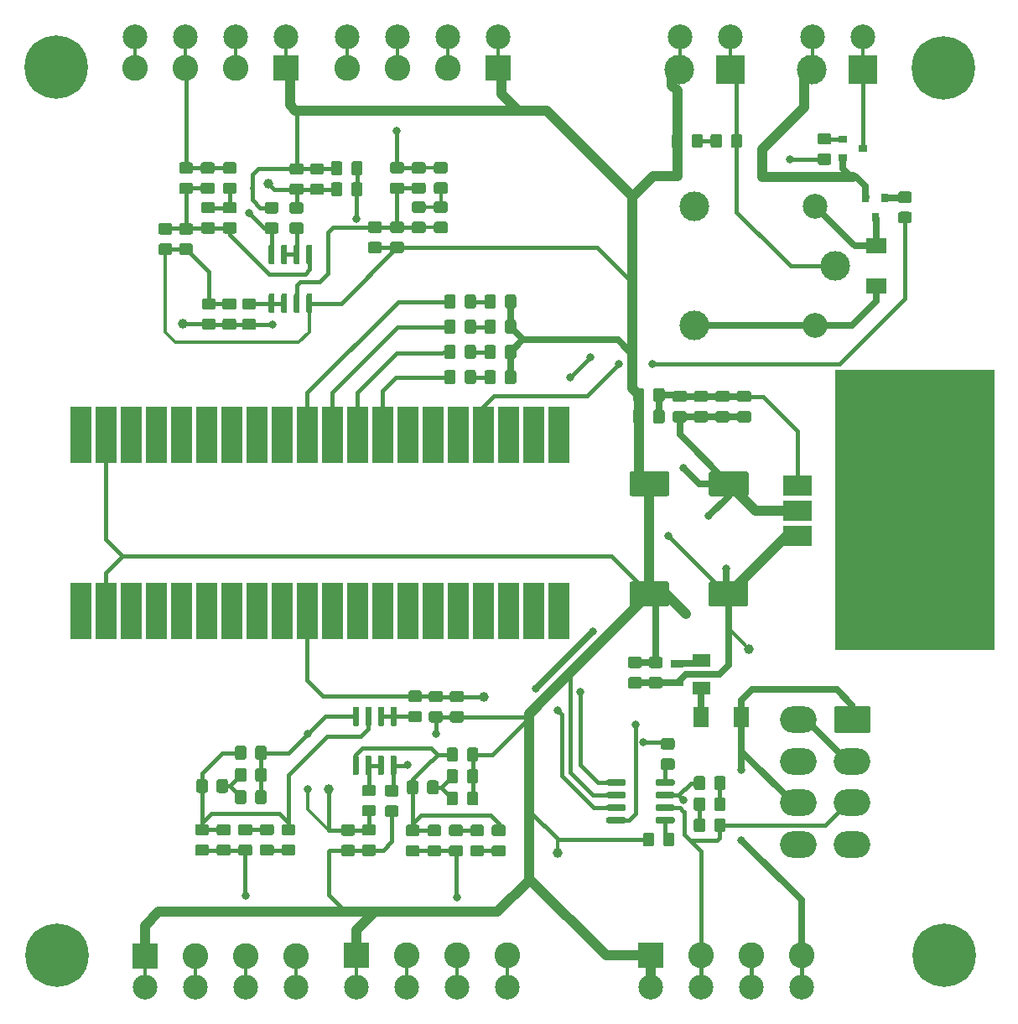
<source format=gbr>
G04 #@! TF.GenerationSoftware,KiCad,Pcbnew,(5.1.5)-3*
G04 #@! TF.CreationDate,2020-09-18T03:17:49-03:00*
G04 #@! TF.ProjectId,Diferencial,44696665-7265-46e6-9369-616c2e6b6963,rev?*
G04 #@! TF.SameCoordinates,Original*
G04 #@! TF.FileFunction,Copper,L1,Top*
G04 #@! TF.FilePolarity,Positive*
%FSLAX46Y46*%
G04 Gerber Fmt 4.6, Leading zero omitted, Abs format (unit mm)*
G04 Created by KiCad (PCBNEW (5.1.5)-3) date 2020-09-18 03:17:49*
%MOMM*%
%LPD*%
G04 APERTURE LIST*
%ADD10C,0.100000*%
%ADD11C,0.300000*%
%ADD12R,1.600000X2.000000*%
%ADD13O,3.700000X2.700000*%
%ADD14C,2.500000*%
%ADD15C,2.600000*%
%ADD16R,2.600000X2.600000*%
%ADD17C,6.000000*%
%ADD18R,3.000000X2.000000*%
%ADD19C,1.000000*%
%ADD20R,0.800000X0.900000*%
%ADD21R,0.900000X0.800000*%
%ADD22C,3.000000*%
%ADD23R,3.000000X3.000000*%
%ADD24O,1.700000X1.700000*%
%ADD25C,1.700000*%
%ADD26R,1.700000X1.700000*%
%ADD27C,0.800000*%
%ADD28C,6.400000*%
%ADD29R,2.000000X1.600000*%
%ADD30C,0.400000*%
%ADD31C,0.700000*%
%ADD32C,1.000000*%
G04 APERTURE END LIST*
D10*
G36*
X164896800Y-132049520D02*
G01*
X148894800Y-132049520D01*
X148894800Y-103855520D01*
X164896800Y-103855520D01*
X164896800Y-132049520D01*
G37*
X164896800Y-132049520D02*
X148894800Y-132049520D01*
X148894800Y-103855520D01*
X164896800Y-103855520D01*
X164896800Y-132049520D01*
D11*
X115811300Y-166179500D02*
X115811300Y-163004500D01*
X110731300Y-166179500D02*
X110731300Y-163004500D01*
X105651300Y-166179500D02*
X105651300Y-163004500D01*
X100571300Y-166179500D02*
X100571300Y-163004500D01*
X94424500Y-166204900D02*
X94424500Y-163029900D01*
X89344500Y-166204900D02*
X89344500Y-163029900D01*
X84264500Y-166204900D02*
X84264500Y-163029900D01*
X79184500Y-166204900D02*
X79184500Y-163029900D01*
X78232000Y-70256400D02*
X78232000Y-73431400D01*
X83312000Y-70256400D02*
X83312000Y-73431400D01*
X88392000Y-70256400D02*
X88392000Y-73431400D01*
X93472000Y-70256400D02*
X93472000Y-73431400D01*
X99618800Y-70256400D02*
X99618800Y-73431400D01*
X104698800Y-70256400D02*
X104698800Y-73431400D01*
X109778800Y-70256400D02*
X109778800Y-73431400D01*
X114858800Y-70256400D02*
X114858800Y-73431400D01*
X146600500Y-70260100D02*
X146600500Y-73562100D01*
X151680500Y-70260100D02*
X151680500Y-73562100D01*
X133222300Y-70266600D02*
X133222300Y-73568600D01*
X138302300Y-70266600D02*
X138302300Y-73568600D01*
D10*
G36*
X88950800Y-107594400D02*
G01*
X88950800Y-113182400D01*
X86918800Y-113182400D01*
X86918800Y-107594400D01*
X88950800Y-107594400D01*
G37*
X88950800Y-107594400D02*
X88950800Y-113182400D01*
X86918800Y-113182400D01*
X86918800Y-107594400D01*
X88950800Y-107594400D01*
G36*
X83870800Y-107594400D02*
G01*
X83870800Y-113182400D01*
X81838800Y-113182400D01*
X81838800Y-107594400D01*
X83870800Y-107594400D01*
G37*
X83870800Y-107594400D02*
X83870800Y-113182400D01*
X81838800Y-113182400D01*
X81838800Y-107594400D01*
X83870800Y-107594400D01*
G36*
X109270800Y-107594400D02*
G01*
X109270800Y-113182400D01*
X107238800Y-113182400D01*
X107238800Y-107594400D01*
X109270800Y-107594400D01*
G37*
X109270800Y-107594400D02*
X109270800Y-113182400D01*
X107238800Y-113182400D01*
X107238800Y-107594400D01*
X109270800Y-107594400D01*
G36*
X91490800Y-107594400D02*
G01*
X91490800Y-113182400D01*
X89458800Y-113182400D01*
X89458800Y-107594400D01*
X91490800Y-107594400D01*
G37*
X91490800Y-107594400D02*
X91490800Y-113182400D01*
X89458800Y-113182400D01*
X89458800Y-107594400D01*
X91490800Y-107594400D01*
G36*
X104190800Y-107594400D02*
G01*
X104190800Y-113182400D01*
X102158800Y-113182400D01*
X102158800Y-107594400D01*
X104190800Y-107594400D01*
G37*
X104190800Y-107594400D02*
X104190800Y-113182400D01*
X102158800Y-113182400D01*
X102158800Y-107594400D01*
X104190800Y-107594400D01*
G36*
X106730800Y-107594400D02*
G01*
X106730800Y-113182400D01*
X104698800Y-113182400D01*
X104698800Y-107594400D01*
X106730800Y-107594400D01*
G37*
X106730800Y-107594400D02*
X106730800Y-113182400D01*
X104698800Y-113182400D01*
X104698800Y-107594400D01*
X106730800Y-107594400D01*
G36*
X96570800Y-107594400D02*
G01*
X96570800Y-113182400D01*
X94538800Y-113182400D01*
X94538800Y-107594400D01*
X96570800Y-107594400D01*
G37*
X96570800Y-107594400D02*
X96570800Y-113182400D01*
X94538800Y-113182400D01*
X94538800Y-107594400D01*
X96570800Y-107594400D01*
G36*
X86410800Y-107594400D02*
G01*
X86410800Y-113182400D01*
X84378800Y-113182400D01*
X84378800Y-107594400D01*
X86410800Y-107594400D01*
G37*
X86410800Y-107594400D02*
X86410800Y-113182400D01*
X84378800Y-113182400D01*
X84378800Y-107594400D01*
X86410800Y-107594400D01*
G36*
X94030800Y-107594400D02*
G01*
X94030800Y-113182400D01*
X91998800Y-113182400D01*
X91998800Y-107594400D01*
X94030800Y-107594400D01*
G37*
X94030800Y-107594400D02*
X94030800Y-113182400D01*
X91998800Y-113182400D01*
X91998800Y-107594400D01*
X94030800Y-107594400D01*
G36*
X99110800Y-107594400D02*
G01*
X99110800Y-113182400D01*
X97078800Y-113182400D01*
X97078800Y-107594400D01*
X99110800Y-107594400D01*
G37*
X99110800Y-107594400D02*
X99110800Y-113182400D01*
X97078800Y-113182400D01*
X97078800Y-107594400D01*
X99110800Y-107594400D01*
G36*
X116890800Y-107594400D02*
G01*
X116890800Y-113182400D01*
X114858800Y-113182400D01*
X114858800Y-107594400D01*
X116890800Y-107594400D01*
G37*
X116890800Y-107594400D02*
X116890800Y-113182400D01*
X114858800Y-113182400D01*
X114858800Y-107594400D01*
X116890800Y-107594400D01*
G36*
X111810800Y-107594400D02*
G01*
X111810800Y-113182400D01*
X109778800Y-113182400D01*
X109778800Y-107594400D01*
X111810800Y-107594400D01*
G37*
X111810800Y-107594400D02*
X111810800Y-113182400D01*
X109778800Y-113182400D01*
X109778800Y-107594400D01*
X111810800Y-107594400D01*
G36*
X101650800Y-107594400D02*
G01*
X101650800Y-113182400D01*
X99618800Y-113182400D01*
X99618800Y-107594400D01*
X101650800Y-107594400D01*
G37*
X101650800Y-107594400D02*
X101650800Y-113182400D01*
X99618800Y-113182400D01*
X99618800Y-107594400D01*
X101650800Y-107594400D01*
G36*
X114350800Y-107594400D02*
G01*
X114350800Y-113182400D01*
X112318800Y-113182400D01*
X112318800Y-107594400D01*
X114350800Y-107594400D01*
G37*
X114350800Y-107594400D02*
X114350800Y-113182400D01*
X112318800Y-113182400D01*
X112318800Y-107594400D01*
X114350800Y-107594400D01*
G36*
X121970800Y-107594400D02*
G01*
X121970800Y-113182400D01*
X119938800Y-113182400D01*
X119938800Y-107594400D01*
X121970800Y-107594400D01*
G37*
X121970800Y-107594400D02*
X121970800Y-113182400D01*
X119938800Y-113182400D01*
X119938800Y-107594400D01*
X121970800Y-107594400D01*
G36*
X119430800Y-107594400D02*
G01*
X119430800Y-113182400D01*
X117398800Y-113182400D01*
X117398800Y-107594400D01*
X119430800Y-107594400D01*
G37*
X119430800Y-107594400D02*
X119430800Y-113182400D01*
X117398800Y-113182400D01*
X117398800Y-107594400D01*
X119430800Y-107594400D01*
G36*
X81330800Y-107594400D02*
G01*
X81330800Y-113182400D01*
X79298800Y-113182400D01*
X79298800Y-107594400D01*
X81330800Y-107594400D01*
G37*
X81330800Y-107594400D02*
X81330800Y-113182400D01*
X79298800Y-113182400D01*
X79298800Y-107594400D01*
X81330800Y-107594400D01*
G36*
X78790800Y-107594400D02*
G01*
X78790800Y-113182400D01*
X76758800Y-113182400D01*
X76758800Y-107594400D01*
X78790800Y-107594400D01*
G37*
X78790800Y-107594400D02*
X78790800Y-113182400D01*
X76758800Y-113182400D01*
X76758800Y-107594400D01*
X78790800Y-107594400D01*
G36*
X76250800Y-107594400D02*
G01*
X76250800Y-113182400D01*
X74218800Y-113182400D01*
X74218800Y-107594400D01*
X76250800Y-107594400D01*
G37*
X76250800Y-107594400D02*
X76250800Y-113182400D01*
X74218800Y-113182400D01*
X74218800Y-107594400D01*
X76250800Y-107594400D01*
G36*
X73710800Y-107594400D02*
G01*
X73710800Y-113182400D01*
X71678800Y-113182400D01*
X71678800Y-107594400D01*
X73710800Y-107594400D01*
G37*
X73710800Y-107594400D02*
X73710800Y-113182400D01*
X71678800Y-113182400D01*
X71678800Y-107594400D01*
X73710800Y-107594400D01*
G36*
X78790800Y-125374400D02*
G01*
X78790800Y-130962400D01*
X76758800Y-130962400D01*
X76758800Y-125374400D01*
X78790800Y-125374400D01*
G37*
X78790800Y-125374400D02*
X78790800Y-130962400D01*
X76758800Y-130962400D01*
X76758800Y-125374400D01*
X78790800Y-125374400D01*
G36*
X73710800Y-125374400D02*
G01*
X73710800Y-130962400D01*
X71678800Y-130962400D01*
X71678800Y-125374400D01*
X73710800Y-125374400D01*
G37*
X73710800Y-125374400D02*
X73710800Y-130962400D01*
X71678800Y-130962400D01*
X71678800Y-125374400D01*
X73710800Y-125374400D01*
G36*
X81330800Y-125374400D02*
G01*
X81330800Y-130962400D01*
X79298800Y-130962400D01*
X79298800Y-125374400D01*
X81330800Y-125374400D01*
G37*
X81330800Y-125374400D02*
X81330800Y-130962400D01*
X79298800Y-130962400D01*
X79298800Y-125374400D01*
X81330800Y-125374400D01*
G36*
X76250800Y-125374400D02*
G01*
X76250800Y-130962400D01*
X74218800Y-130962400D01*
X74218800Y-125374400D01*
X76250800Y-125374400D01*
G37*
X76250800Y-125374400D02*
X76250800Y-130962400D01*
X74218800Y-130962400D01*
X74218800Y-125374400D01*
X76250800Y-125374400D01*
G36*
X83870800Y-125374400D02*
G01*
X83870800Y-130962400D01*
X81838800Y-130962400D01*
X81838800Y-125374400D01*
X83870800Y-125374400D01*
G37*
X83870800Y-125374400D02*
X83870800Y-130962400D01*
X81838800Y-130962400D01*
X81838800Y-125374400D01*
X83870800Y-125374400D01*
G36*
X91490800Y-125374400D02*
G01*
X91490800Y-130962400D01*
X89458800Y-130962400D01*
X89458800Y-125374400D01*
X91490800Y-125374400D01*
G37*
X91490800Y-125374400D02*
X91490800Y-130962400D01*
X89458800Y-130962400D01*
X89458800Y-125374400D01*
X91490800Y-125374400D01*
G36*
X86410800Y-125374400D02*
G01*
X86410800Y-130962400D01*
X84378800Y-130962400D01*
X84378800Y-125374400D01*
X86410800Y-125374400D01*
G37*
X86410800Y-125374400D02*
X86410800Y-130962400D01*
X84378800Y-130962400D01*
X84378800Y-125374400D01*
X86410800Y-125374400D01*
G36*
X88950800Y-125374400D02*
G01*
X88950800Y-130962400D01*
X86918800Y-130962400D01*
X86918800Y-125374400D01*
X88950800Y-125374400D01*
G37*
X88950800Y-125374400D02*
X88950800Y-130962400D01*
X86918800Y-130962400D01*
X86918800Y-125374400D01*
X88950800Y-125374400D01*
G36*
X96570800Y-125374400D02*
G01*
X96570800Y-130962400D01*
X94538800Y-130962400D01*
X94538800Y-125374400D01*
X96570800Y-125374400D01*
G37*
X96570800Y-125374400D02*
X96570800Y-130962400D01*
X94538800Y-130962400D01*
X94538800Y-125374400D01*
X96570800Y-125374400D01*
G36*
X94030800Y-125374400D02*
G01*
X94030800Y-130962400D01*
X91998800Y-130962400D01*
X91998800Y-125374400D01*
X94030800Y-125374400D01*
G37*
X94030800Y-125374400D02*
X94030800Y-130962400D01*
X91998800Y-130962400D01*
X91998800Y-125374400D01*
X94030800Y-125374400D01*
G36*
X101650800Y-125374400D02*
G01*
X101650800Y-130962400D01*
X99618800Y-130962400D01*
X99618800Y-125374400D01*
X101650800Y-125374400D01*
G37*
X101650800Y-125374400D02*
X101650800Y-130962400D01*
X99618800Y-130962400D01*
X99618800Y-125374400D01*
X101650800Y-125374400D01*
G36*
X99110800Y-125374400D02*
G01*
X99110800Y-130962400D01*
X97078800Y-130962400D01*
X97078800Y-125374400D01*
X99110800Y-125374400D01*
G37*
X99110800Y-125374400D02*
X99110800Y-130962400D01*
X97078800Y-130962400D01*
X97078800Y-125374400D01*
X99110800Y-125374400D01*
G36*
X106730800Y-125374400D02*
G01*
X106730800Y-130962400D01*
X104698800Y-130962400D01*
X104698800Y-125374400D01*
X106730800Y-125374400D01*
G37*
X106730800Y-125374400D02*
X106730800Y-130962400D01*
X104698800Y-130962400D01*
X104698800Y-125374400D01*
X106730800Y-125374400D01*
G36*
X104190800Y-125374400D02*
G01*
X104190800Y-130962400D01*
X102158800Y-130962400D01*
X102158800Y-125374400D01*
X104190800Y-125374400D01*
G37*
X104190800Y-125374400D02*
X104190800Y-130962400D01*
X102158800Y-130962400D01*
X102158800Y-125374400D01*
X104190800Y-125374400D01*
G36*
X111810800Y-125374400D02*
G01*
X111810800Y-130962400D01*
X109778800Y-130962400D01*
X109778800Y-125374400D01*
X111810800Y-125374400D01*
G37*
X111810800Y-125374400D02*
X111810800Y-130962400D01*
X109778800Y-130962400D01*
X109778800Y-125374400D01*
X111810800Y-125374400D01*
G36*
X109270800Y-125374400D02*
G01*
X109270800Y-130962400D01*
X107238800Y-130962400D01*
X107238800Y-125374400D01*
X109270800Y-125374400D01*
G37*
X109270800Y-125374400D02*
X109270800Y-130962400D01*
X107238800Y-130962400D01*
X107238800Y-125374400D01*
X109270800Y-125374400D01*
G36*
X116890800Y-125374400D02*
G01*
X116890800Y-130962400D01*
X114858800Y-130962400D01*
X114858800Y-125374400D01*
X116890800Y-125374400D01*
G37*
X116890800Y-125374400D02*
X116890800Y-130962400D01*
X114858800Y-130962400D01*
X114858800Y-125374400D01*
X116890800Y-125374400D01*
G36*
X114350800Y-125374400D02*
G01*
X114350800Y-130962400D01*
X112318800Y-130962400D01*
X112318800Y-125374400D01*
X114350800Y-125374400D01*
G37*
X114350800Y-125374400D02*
X114350800Y-130962400D01*
X112318800Y-130962400D01*
X112318800Y-125374400D01*
X114350800Y-125374400D01*
G36*
X119430800Y-125374400D02*
G01*
X119430800Y-130962400D01*
X117398800Y-130962400D01*
X117398800Y-125374400D01*
X119430800Y-125374400D01*
G37*
X119430800Y-125374400D02*
X119430800Y-130962400D01*
X117398800Y-130962400D01*
X117398800Y-125374400D01*
X119430800Y-125374400D01*
G36*
X121970800Y-125374400D02*
G01*
X121970800Y-130962400D01*
X119938800Y-130962400D01*
X119938800Y-125374400D01*
X121970800Y-125374400D01*
G37*
X121970800Y-125374400D02*
X121970800Y-130962400D01*
X119938800Y-130962400D01*
X119938800Y-125374400D01*
X121970800Y-125374400D01*
G04 #@! TA.AperFunction,SMDPad,CuDef*
G36*
X131222005Y-132837604D02*
G01*
X131246273Y-132841204D01*
X131270072Y-132847165D01*
X131293171Y-132855430D01*
X131315350Y-132865920D01*
X131336393Y-132878532D01*
X131356099Y-132893147D01*
X131374277Y-132909623D01*
X131390753Y-132927801D01*
X131405368Y-132947507D01*
X131417980Y-132968550D01*
X131428470Y-132990729D01*
X131436735Y-133013828D01*
X131442696Y-133037627D01*
X131446296Y-133061895D01*
X131447500Y-133086399D01*
X131447500Y-133736401D01*
X131446296Y-133760905D01*
X131442696Y-133785173D01*
X131436735Y-133808972D01*
X131428470Y-133832071D01*
X131417980Y-133854250D01*
X131405368Y-133875293D01*
X131390753Y-133894999D01*
X131374277Y-133913177D01*
X131356099Y-133929653D01*
X131336393Y-133944268D01*
X131315350Y-133956880D01*
X131293171Y-133967370D01*
X131270072Y-133975635D01*
X131246273Y-133981596D01*
X131222005Y-133985196D01*
X131197501Y-133986400D01*
X130297499Y-133986400D01*
X130272995Y-133985196D01*
X130248727Y-133981596D01*
X130224928Y-133975635D01*
X130201829Y-133967370D01*
X130179650Y-133956880D01*
X130158607Y-133944268D01*
X130138901Y-133929653D01*
X130120723Y-133913177D01*
X130104247Y-133894999D01*
X130089632Y-133875293D01*
X130077020Y-133854250D01*
X130066530Y-133832071D01*
X130058265Y-133808972D01*
X130052304Y-133785173D01*
X130048704Y-133760905D01*
X130047500Y-133736401D01*
X130047500Y-133086399D01*
X130048704Y-133061895D01*
X130052304Y-133037627D01*
X130058265Y-133013828D01*
X130066530Y-132990729D01*
X130077020Y-132968550D01*
X130089632Y-132947507D01*
X130104247Y-132927801D01*
X130120723Y-132909623D01*
X130138901Y-132893147D01*
X130158607Y-132878532D01*
X130179650Y-132865920D01*
X130201829Y-132855430D01*
X130224928Y-132847165D01*
X130248727Y-132841204D01*
X130272995Y-132837604D01*
X130297499Y-132836400D01*
X131197501Y-132836400D01*
X131222005Y-132837604D01*
G37*
G04 #@! TD.AperFunction*
G04 #@! TA.AperFunction,SMDPad,CuDef*
G36*
X131222005Y-134887604D02*
G01*
X131246273Y-134891204D01*
X131270072Y-134897165D01*
X131293171Y-134905430D01*
X131315350Y-134915920D01*
X131336393Y-134928532D01*
X131356099Y-134943147D01*
X131374277Y-134959623D01*
X131390753Y-134977801D01*
X131405368Y-134997507D01*
X131417980Y-135018550D01*
X131428470Y-135040729D01*
X131436735Y-135063828D01*
X131442696Y-135087627D01*
X131446296Y-135111895D01*
X131447500Y-135136399D01*
X131447500Y-135786401D01*
X131446296Y-135810905D01*
X131442696Y-135835173D01*
X131436735Y-135858972D01*
X131428470Y-135882071D01*
X131417980Y-135904250D01*
X131405368Y-135925293D01*
X131390753Y-135944999D01*
X131374277Y-135963177D01*
X131356099Y-135979653D01*
X131336393Y-135994268D01*
X131315350Y-136006880D01*
X131293171Y-136017370D01*
X131270072Y-136025635D01*
X131246273Y-136031596D01*
X131222005Y-136035196D01*
X131197501Y-136036400D01*
X130297499Y-136036400D01*
X130272995Y-136035196D01*
X130248727Y-136031596D01*
X130224928Y-136025635D01*
X130201829Y-136017370D01*
X130179650Y-136006880D01*
X130158607Y-135994268D01*
X130138901Y-135979653D01*
X130120723Y-135963177D01*
X130104247Y-135944999D01*
X130089632Y-135925293D01*
X130077020Y-135904250D01*
X130066530Y-135882071D01*
X130058265Y-135858972D01*
X130052304Y-135835173D01*
X130048704Y-135810905D01*
X130047500Y-135786401D01*
X130047500Y-135136399D01*
X130048704Y-135111895D01*
X130052304Y-135087627D01*
X130058265Y-135063828D01*
X130066530Y-135040729D01*
X130077020Y-135018550D01*
X130089632Y-134997507D01*
X130104247Y-134977801D01*
X130120723Y-134959623D01*
X130138901Y-134943147D01*
X130158607Y-134928532D01*
X130179650Y-134915920D01*
X130201829Y-134905430D01*
X130224928Y-134897165D01*
X130248727Y-134891204D01*
X130272995Y-134887604D01*
X130297499Y-134886400D01*
X131197501Y-134886400D01*
X131222005Y-134887604D01*
G37*
G04 #@! TD.AperFunction*
G04 #@! TA.AperFunction,SMDPad,CuDef*
G36*
X129139205Y-132837604D02*
G01*
X129163473Y-132841204D01*
X129187272Y-132847165D01*
X129210371Y-132855430D01*
X129232550Y-132865920D01*
X129253593Y-132878532D01*
X129273299Y-132893147D01*
X129291477Y-132909623D01*
X129307953Y-132927801D01*
X129322568Y-132947507D01*
X129335180Y-132968550D01*
X129345670Y-132990729D01*
X129353935Y-133013828D01*
X129359896Y-133037627D01*
X129363496Y-133061895D01*
X129364700Y-133086399D01*
X129364700Y-133736401D01*
X129363496Y-133760905D01*
X129359896Y-133785173D01*
X129353935Y-133808972D01*
X129345670Y-133832071D01*
X129335180Y-133854250D01*
X129322568Y-133875293D01*
X129307953Y-133894999D01*
X129291477Y-133913177D01*
X129273299Y-133929653D01*
X129253593Y-133944268D01*
X129232550Y-133956880D01*
X129210371Y-133967370D01*
X129187272Y-133975635D01*
X129163473Y-133981596D01*
X129139205Y-133985196D01*
X129114701Y-133986400D01*
X128214699Y-133986400D01*
X128190195Y-133985196D01*
X128165927Y-133981596D01*
X128142128Y-133975635D01*
X128119029Y-133967370D01*
X128096850Y-133956880D01*
X128075807Y-133944268D01*
X128056101Y-133929653D01*
X128037923Y-133913177D01*
X128021447Y-133894999D01*
X128006832Y-133875293D01*
X127994220Y-133854250D01*
X127983730Y-133832071D01*
X127975465Y-133808972D01*
X127969504Y-133785173D01*
X127965904Y-133760905D01*
X127964700Y-133736401D01*
X127964700Y-133086399D01*
X127965904Y-133061895D01*
X127969504Y-133037627D01*
X127975465Y-133013828D01*
X127983730Y-132990729D01*
X127994220Y-132968550D01*
X128006832Y-132947507D01*
X128021447Y-132927801D01*
X128037923Y-132909623D01*
X128056101Y-132893147D01*
X128075807Y-132878532D01*
X128096850Y-132865920D01*
X128119029Y-132855430D01*
X128142128Y-132847165D01*
X128165927Y-132841204D01*
X128190195Y-132837604D01*
X128214699Y-132836400D01*
X129114701Y-132836400D01*
X129139205Y-132837604D01*
G37*
G04 #@! TD.AperFunction*
G04 #@! TA.AperFunction,SMDPad,CuDef*
G36*
X129139205Y-134887604D02*
G01*
X129163473Y-134891204D01*
X129187272Y-134897165D01*
X129210371Y-134905430D01*
X129232550Y-134915920D01*
X129253593Y-134928532D01*
X129273299Y-134943147D01*
X129291477Y-134959623D01*
X129307953Y-134977801D01*
X129322568Y-134997507D01*
X129335180Y-135018550D01*
X129345670Y-135040729D01*
X129353935Y-135063828D01*
X129359896Y-135087627D01*
X129363496Y-135111895D01*
X129364700Y-135136399D01*
X129364700Y-135786401D01*
X129363496Y-135810905D01*
X129359896Y-135835173D01*
X129353935Y-135858972D01*
X129345670Y-135882071D01*
X129335180Y-135904250D01*
X129322568Y-135925293D01*
X129307953Y-135944999D01*
X129291477Y-135963177D01*
X129273299Y-135979653D01*
X129253593Y-135994268D01*
X129232550Y-136006880D01*
X129210371Y-136017370D01*
X129187272Y-136025635D01*
X129163473Y-136031596D01*
X129139205Y-136035196D01*
X129114701Y-136036400D01*
X128214699Y-136036400D01*
X128190195Y-136035196D01*
X128165927Y-136031596D01*
X128142128Y-136025635D01*
X128119029Y-136017370D01*
X128096850Y-136006880D01*
X128075807Y-135994268D01*
X128056101Y-135979653D01*
X128037923Y-135963177D01*
X128021447Y-135944999D01*
X128006832Y-135925293D01*
X127994220Y-135904250D01*
X127983730Y-135882071D01*
X127975465Y-135858972D01*
X127969504Y-135835173D01*
X127965904Y-135810905D01*
X127964700Y-135786401D01*
X127964700Y-135136399D01*
X127965904Y-135111895D01*
X127969504Y-135087627D01*
X127975465Y-135063828D01*
X127983730Y-135040729D01*
X127994220Y-135018550D01*
X128006832Y-134997507D01*
X128021447Y-134977801D01*
X128037923Y-134959623D01*
X128056101Y-134943147D01*
X128075807Y-134928532D01*
X128096850Y-134915920D01*
X128119029Y-134905430D01*
X128142128Y-134897165D01*
X128165927Y-134891204D01*
X128190195Y-134887604D01*
X128214699Y-134886400D01*
X129114701Y-134886400D01*
X129139205Y-134887604D01*
G37*
G04 #@! TD.AperFunction*
G04 #@! TA.AperFunction,SMDPad,CuDef*
G36*
X134507000Y-135395000D02*
G01*
X136257000Y-135395000D01*
X136257000Y-136645000D01*
X134507000Y-136645000D01*
X134507000Y-135395000D01*
G37*
G04 #@! TD.AperFunction*
G04 #@! TA.AperFunction,SMDPad,CuDef*
G36*
X134507000Y-132595000D02*
G01*
X136257000Y-132595000D01*
X136257000Y-133845000D01*
X134507000Y-133845000D01*
X134507000Y-132595000D01*
G37*
G04 #@! TD.AperFunction*
G04 #@! TA.AperFunction,SMDPad,CuDef*
G36*
X133605300Y-133896300D02*
G01*
X132305300Y-133896300D01*
X132305300Y-133196300D01*
X133605300Y-133196300D01*
X133605300Y-133896300D01*
G37*
G04 #@! TD.AperFunction*
G04 #@! TA.AperFunction,SMDPad,CuDef*
G36*
X133605300Y-135801300D02*
G01*
X132305300Y-135801300D01*
X132305300Y-135101300D01*
X133605300Y-135101300D01*
X133605300Y-135801300D01*
G37*
G04 #@! TD.AperFunction*
D12*
X135382000Y-138938000D03*
X139446000Y-138938000D03*
G04 #@! TA.AperFunction,SMDPad,CuDef*
D10*
G36*
X131906104Y-114129704D02*
G01*
X131930373Y-114133304D01*
X131954171Y-114139265D01*
X131977271Y-114147530D01*
X131999449Y-114158020D01*
X132020493Y-114170633D01*
X132040198Y-114185247D01*
X132058377Y-114201723D01*
X132074853Y-114219902D01*
X132089467Y-114239607D01*
X132102080Y-114260651D01*
X132112570Y-114282829D01*
X132120835Y-114305929D01*
X132126796Y-114329727D01*
X132130396Y-114353996D01*
X132131600Y-114378500D01*
X132131600Y-116378500D01*
X132130396Y-116403004D01*
X132126796Y-116427273D01*
X132120835Y-116451071D01*
X132112570Y-116474171D01*
X132102080Y-116496349D01*
X132089467Y-116517393D01*
X132074853Y-116537098D01*
X132058377Y-116555277D01*
X132040198Y-116571753D01*
X132020493Y-116586367D01*
X131999449Y-116598980D01*
X131977271Y-116609470D01*
X131954171Y-116617735D01*
X131930373Y-116623696D01*
X131906104Y-116627296D01*
X131881600Y-116628500D01*
X128381600Y-116628500D01*
X128357096Y-116627296D01*
X128332827Y-116623696D01*
X128309029Y-116617735D01*
X128285929Y-116609470D01*
X128263751Y-116598980D01*
X128242707Y-116586367D01*
X128223002Y-116571753D01*
X128204823Y-116555277D01*
X128188347Y-116537098D01*
X128173733Y-116517393D01*
X128161120Y-116496349D01*
X128150630Y-116474171D01*
X128142365Y-116451071D01*
X128136404Y-116427273D01*
X128132804Y-116403004D01*
X128131600Y-116378500D01*
X128131600Y-114378500D01*
X128132804Y-114353996D01*
X128136404Y-114329727D01*
X128142365Y-114305929D01*
X128150630Y-114282829D01*
X128161120Y-114260651D01*
X128173733Y-114239607D01*
X128188347Y-114219902D01*
X128204823Y-114201723D01*
X128223002Y-114185247D01*
X128242707Y-114170633D01*
X128263751Y-114158020D01*
X128285929Y-114147530D01*
X128309029Y-114139265D01*
X128332827Y-114133304D01*
X128357096Y-114129704D01*
X128381600Y-114128500D01*
X131881600Y-114128500D01*
X131906104Y-114129704D01*
G37*
G04 #@! TD.AperFunction*
G04 #@! TA.AperFunction,SMDPad,CuDef*
G36*
X139906104Y-114129704D02*
G01*
X139930373Y-114133304D01*
X139954171Y-114139265D01*
X139977271Y-114147530D01*
X139999449Y-114158020D01*
X140020493Y-114170633D01*
X140040198Y-114185247D01*
X140058377Y-114201723D01*
X140074853Y-114219902D01*
X140089467Y-114239607D01*
X140102080Y-114260651D01*
X140112570Y-114282829D01*
X140120835Y-114305929D01*
X140126796Y-114329727D01*
X140130396Y-114353996D01*
X140131600Y-114378500D01*
X140131600Y-116378500D01*
X140130396Y-116403004D01*
X140126796Y-116427273D01*
X140120835Y-116451071D01*
X140112570Y-116474171D01*
X140102080Y-116496349D01*
X140089467Y-116517393D01*
X140074853Y-116537098D01*
X140058377Y-116555277D01*
X140040198Y-116571753D01*
X140020493Y-116586367D01*
X139999449Y-116598980D01*
X139977271Y-116609470D01*
X139954171Y-116617735D01*
X139930373Y-116623696D01*
X139906104Y-116627296D01*
X139881600Y-116628500D01*
X136381600Y-116628500D01*
X136357096Y-116627296D01*
X136332827Y-116623696D01*
X136309029Y-116617735D01*
X136285929Y-116609470D01*
X136263751Y-116598980D01*
X136242707Y-116586367D01*
X136223002Y-116571753D01*
X136204823Y-116555277D01*
X136188347Y-116537098D01*
X136173733Y-116517393D01*
X136161120Y-116496349D01*
X136150630Y-116474171D01*
X136142365Y-116451071D01*
X136136404Y-116427273D01*
X136132804Y-116403004D01*
X136131600Y-116378500D01*
X136131600Y-114378500D01*
X136132804Y-114353996D01*
X136136404Y-114329727D01*
X136142365Y-114305929D01*
X136150630Y-114282829D01*
X136161120Y-114260651D01*
X136173733Y-114239607D01*
X136188347Y-114219902D01*
X136204823Y-114201723D01*
X136223002Y-114185247D01*
X136242707Y-114170633D01*
X136263751Y-114158020D01*
X136285929Y-114147530D01*
X136309029Y-114139265D01*
X136332827Y-114133304D01*
X136357096Y-114129704D01*
X136381600Y-114128500D01*
X139881600Y-114128500D01*
X139906104Y-114129704D01*
G37*
G04 #@! TD.AperFunction*
G04 #@! TA.AperFunction,SMDPad,CuDef*
G36*
X131886504Y-125243204D02*
G01*
X131910773Y-125246804D01*
X131934571Y-125252765D01*
X131957671Y-125261030D01*
X131979849Y-125271520D01*
X132000893Y-125284133D01*
X132020598Y-125298747D01*
X132038777Y-125315223D01*
X132055253Y-125333402D01*
X132069867Y-125353107D01*
X132082480Y-125374151D01*
X132092970Y-125396329D01*
X132101235Y-125419429D01*
X132107196Y-125443227D01*
X132110796Y-125467496D01*
X132112000Y-125492000D01*
X132112000Y-127492000D01*
X132110796Y-127516504D01*
X132107196Y-127540773D01*
X132101235Y-127564571D01*
X132092970Y-127587671D01*
X132082480Y-127609849D01*
X132069867Y-127630893D01*
X132055253Y-127650598D01*
X132038777Y-127668777D01*
X132020598Y-127685253D01*
X132000893Y-127699867D01*
X131979849Y-127712480D01*
X131957671Y-127722970D01*
X131934571Y-127731235D01*
X131910773Y-127737196D01*
X131886504Y-127740796D01*
X131862000Y-127742000D01*
X128362000Y-127742000D01*
X128337496Y-127740796D01*
X128313227Y-127737196D01*
X128289429Y-127731235D01*
X128266329Y-127722970D01*
X128244151Y-127712480D01*
X128223107Y-127699867D01*
X128203402Y-127685253D01*
X128185223Y-127668777D01*
X128168747Y-127650598D01*
X128154133Y-127630893D01*
X128141520Y-127609849D01*
X128131030Y-127587671D01*
X128122765Y-127564571D01*
X128116804Y-127540773D01*
X128113204Y-127516504D01*
X128112000Y-127492000D01*
X128112000Y-125492000D01*
X128113204Y-125467496D01*
X128116804Y-125443227D01*
X128122765Y-125419429D01*
X128131030Y-125396329D01*
X128141520Y-125374151D01*
X128154133Y-125353107D01*
X128168747Y-125333402D01*
X128185223Y-125315223D01*
X128203402Y-125298747D01*
X128223107Y-125284133D01*
X128244151Y-125271520D01*
X128266329Y-125261030D01*
X128289429Y-125252765D01*
X128313227Y-125246804D01*
X128337496Y-125243204D01*
X128362000Y-125242000D01*
X131862000Y-125242000D01*
X131886504Y-125243204D01*
G37*
G04 #@! TD.AperFunction*
G04 #@! TA.AperFunction,SMDPad,CuDef*
G36*
X139886504Y-125243204D02*
G01*
X139910773Y-125246804D01*
X139934571Y-125252765D01*
X139957671Y-125261030D01*
X139979849Y-125271520D01*
X140000893Y-125284133D01*
X140020598Y-125298747D01*
X140038777Y-125315223D01*
X140055253Y-125333402D01*
X140069867Y-125353107D01*
X140082480Y-125374151D01*
X140092970Y-125396329D01*
X140101235Y-125419429D01*
X140107196Y-125443227D01*
X140110796Y-125467496D01*
X140112000Y-125492000D01*
X140112000Y-127492000D01*
X140110796Y-127516504D01*
X140107196Y-127540773D01*
X140101235Y-127564571D01*
X140092970Y-127587671D01*
X140082480Y-127609849D01*
X140069867Y-127630893D01*
X140055253Y-127650598D01*
X140038777Y-127668777D01*
X140020598Y-127685253D01*
X140000893Y-127699867D01*
X139979849Y-127712480D01*
X139957671Y-127722970D01*
X139934571Y-127731235D01*
X139910773Y-127737196D01*
X139886504Y-127740796D01*
X139862000Y-127742000D01*
X136362000Y-127742000D01*
X136337496Y-127740796D01*
X136313227Y-127737196D01*
X136289429Y-127731235D01*
X136266329Y-127722970D01*
X136244151Y-127712480D01*
X136223107Y-127699867D01*
X136203402Y-127685253D01*
X136185223Y-127668777D01*
X136168747Y-127650598D01*
X136154133Y-127630893D01*
X136141520Y-127609849D01*
X136131030Y-127587671D01*
X136122765Y-127564571D01*
X136116804Y-127540773D01*
X136113204Y-127516504D01*
X136112000Y-127492000D01*
X136112000Y-125492000D01*
X136113204Y-125467496D01*
X136116804Y-125443227D01*
X136122765Y-125419429D01*
X136131030Y-125396329D01*
X136141520Y-125374151D01*
X136154133Y-125353107D01*
X136168747Y-125333402D01*
X136185223Y-125315223D01*
X136203402Y-125298747D01*
X136223107Y-125284133D01*
X136244151Y-125271520D01*
X136266329Y-125261030D01*
X136289429Y-125252765D01*
X136313227Y-125246804D01*
X136337496Y-125243204D01*
X136362000Y-125242000D01*
X139862000Y-125242000D01*
X139886504Y-125243204D01*
G37*
G04 #@! TD.AperFunction*
D13*
X145122000Y-151792000D03*
X145122000Y-147592000D03*
X145122000Y-143392000D03*
X145122000Y-139192000D03*
X150622000Y-151792000D03*
X150622000Y-147592000D03*
X150622000Y-143392000D03*
G04 #@! TA.AperFunction,ComponentPad*
D10*
G36*
X152246503Y-137843204D02*
G01*
X152270772Y-137846804D01*
X152294570Y-137852765D01*
X152317670Y-137861030D01*
X152339849Y-137871520D01*
X152360892Y-137884133D01*
X152380598Y-137898748D01*
X152398776Y-137915224D01*
X152415252Y-137933402D01*
X152429867Y-137953108D01*
X152442480Y-137974151D01*
X152452970Y-137996330D01*
X152461235Y-138019430D01*
X152467196Y-138043228D01*
X152470796Y-138067497D01*
X152472000Y-138092001D01*
X152472000Y-140291999D01*
X152470796Y-140316503D01*
X152467196Y-140340772D01*
X152461235Y-140364570D01*
X152452970Y-140387670D01*
X152442480Y-140409849D01*
X152429867Y-140430892D01*
X152415252Y-140450598D01*
X152398776Y-140468776D01*
X152380598Y-140485252D01*
X152360892Y-140499867D01*
X152339849Y-140512480D01*
X152317670Y-140522970D01*
X152294570Y-140531235D01*
X152270772Y-140537196D01*
X152246503Y-140540796D01*
X152221999Y-140542000D01*
X149022001Y-140542000D01*
X148997497Y-140540796D01*
X148973228Y-140537196D01*
X148949430Y-140531235D01*
X148926330Y-140522970D01*
X148904151Y-140512480D01*
X148883108Y-140499867D01*
X148863402Y-140485252D01*
X148845224Y-140468776D01*
X148828748Y-140450598D01*
X148814133Y-140430892D01*
X148801520Y-140409849D01*
X148791030Y-140387670D01*
X148782765Y-140364570D01*
X148776804Y-140340772D01*
X148773204Y-140316503D01*
X148772000Y-140291999D01*
X148772000Y-138092001D01*
X148773204Y-138067497D01*
X148776804Y-138043228D01*
X148782765Y-138019430D01*
X148791030Y-137996330D01*
X148801520Y-137974151D01*
X148814133Y-137953108D01*
X148828748Y-137933402D01*
X148845224Y-137915224D01*
X148863402Y-137898748D01*
X148883108Y-137884133D01*
X148904151Y-137871520D01*
X148926330Y-137861030D01*
X148949430Y-137852765D01*
X148973228Y-137846804D01*
X148997497Y-137843204D01*
X149022001Y-137842000D01*
X152221999Y-137842000D01*
X152246503Y-137843204D01*
G37*
G04 #@! TD.AperFunction*
D14*
X145486120Y-166166800D03*
X140406120Y-166166800D03*
X135326120Y-166166800D03*
X130246120Y-166166800D03*
D15*
X145486120Y-162991800D03*
X140406120Y-162991800D03*
X135326120Y-162991800D03*
D16*
X130246120Y-162991800D03*
D17*
X161721800Y-118079520D03*
D18*
X145084800Y-120619520D03*
X145084800Y-118079520D03*
X145084800Y-115539520D03*
G04 #@! TA.AperFunction,SMDPad,CuDef*
D10*
G36*
X104460103Y-142823622D02*
G01*
X104474664Y-142825782D01*
X104488943Y-142829359D01*
X104502803Y-142834318D01*
X104516110Y-142840612D01*
X104528736Y-142848180D01*
X104540559Y-142856948D01*
X104551466Y-142866834D01*
X104561352Y-142877741D01*
X104570120Y-142889564D01*
X104577688Y-142902190D01*
X104583982Y-142915497D01*
X104588941Y-142929357D01*
X104592518Y-142943636D01*
X104594678Y-142958197D01*
X104595400Y-142972900D01*
X104595400Y-144622900D01*
X104594678Y-144637603D01*
X104592518Y-144652164D01*
X104588941Y-144666443D01*
X104583982Y-144680303D01*
X104577688Y-144693610D01*
X104570120Y-144706236D01*
X104561352Y-144718059D01*
X104551466Y-144728966D01*
X104540559Y-144738852D01*
X104528736Y-144747620D01*
X104516110Y-144755188D01*
X104502803Y-144761482D01*
X104488943Y-144766441D01*
X104474664Y-144770018D01*
X104460103Y-144772178D01*
X104445400Y-144772900D01*
X104145400Y-144772900D01*
X104130697Y-144772178D01*
X104116136Y-144770018D01*
X104101857Y-144766441D01*
X104087997Y-144761482D01*
X104074690Y-144755188D01*
X104062064Y-144747620D01*
X104050241Y-144738852D01*
X104039334Y-144728966D01*
X104029448Y-144718059D01*
X104020680Y-144706236D01*
X104013112Y-144693610D01*
X104006818Y-144680303D01*
X104001859Y-144666443D01*
X103998282Y-144652164D01*
X103996122Y-144637603D01*
X103995400Y-144622900D01*
X103995400Y-142972900D01*
X103996122Y-142958197D01*
X103998282Y-142943636D01*
X104001859Y-142929357D01*
X104006818Y-142915497D01*
X104013112Y-142902190D01*
X104020680Y-142889564D01*
X104029448Y-142877741D01*
X104039334Y-142866834D01*
X104050241Y-142856948D01*
X104062064Y-142848180D01*
X104074690Y-142840612D01*
X104087997Y-142834318D01*
X104101857Y-142829359D01*
X104116136Y-142825782D01*
X104130697Y-142823622D01*
X104145400Y-142822900D01*
X104445400Y-142822900D01*
X104460103Y-142823622D01*
G37*
G04 #@! TD.AperFunction*
G04 #@! TA.AperFunction,SMDPad,CuDef*
G36*
X103190103Y-142823622D02*
G01*
X103204664Y-142825782D01*
X103218943Y-142829359D01*
X103232803Y-142834318D01*
X103246110Y-142840612D01*
X103258736Y-142848180D01*
X103270559Y-142856948D01*
X103281466Y-142866834D01*
X103291352Y-142877741D01*
X103300120Y-142889564D01*
X103307688Y-142902190D01*
X103313982Y-142915497D01*
X103318941Y-142929357D01*
X103322518Y-142943636D01*
X103324678Y-142958197D01*
X103325400Y-142972900D01*
X103325400Y-144622900D01*
X103324678Y-144637603D01*
X103322518Y-144652164D01*
X103318941Y-144666443D01*
X103313982Y-144680303D01*
X103307688Y-144693610D01*
X103300120Y-144706236D01*
X103291352Y-144718059D01*
X103281466Y-144728966D01*
X103270559Y-144738852D01*
X103258736Y-144747620D01*
X103246110Y-144755188D01*
X103232803Y-144761482D01*
X103218943Y-144766441D01*
X103204664Y-144770018D01*
X103190103Y-144772178D01*
X103175400Y-144772900D01*
X102875400Y-144772900D01*
X102860697Y-144772178D01*
X102846136Y-144770018D01*
X102831857Y-144766441D01*
X102817997Y-144761482D01*
X102804690Y-144755188D01*
X102792064Y-144747620D01*
X102780241Y-144738852D01*
X102769334Y-144728966D01*
X102759448Y-144718059D01*
X102750680Y-144706236D01*
X102743112Y-144693610D01*
X102736818Y-144680303D01*
X102731859Y-144666443D01*
X102728282Y-144652164D01*
X102726122Y-144637603D01*
X102725400Y-144622900D01*
X102725400Y-142972900D01*
X102726122Y-142958197D01*
X102728282Y-142943636D01*
X102731859Y-142929357D01*
X102736818Y-142915497D01*
X102743112Y-142902190D01*
X102750680Y-142889564D01*
X102759448Y-142877741D01*
X102769334Y-142866834D01*
X102780241Y-142856948D01*
X102792064Y-142848180D01*
X102804690Y-142840612D01*
X102817997Y-142834318D01*
X102831857Y-142829359D01*
X102846136Y-142825782D01*
X102860697Y-142823622D01*
X102875400Y-142822900D01*
X103175400Y-142822900D01*
X103190103Y-142823622D01*
G37*
G04 #@! TD.AperFunction*
G04 #@! TA.AperFunction,SMDPad,CuDef*
G36*
X101920103Y-142823622D02*
G01*
X101934664Y-142825782D01*
X101948943Y-142829359D01*
X101962803Y-142834318D01*
X101976110Y-142840612D01*
X101988736Y-142848180D01*
X102000559Y-142856948D01*
X102011466Y-142866834D01*
X102021352Y-142877741D01*
X102030120Y-142889564D01*
X102037688Y-142902190D01*
X102043982Y-142915497D01*
X102048941Y-142929357D01*
X102052518Y-142943636D01*
X102054678Y-142958197D01*
X102055400Y-142972900D01*
X102055400Y-144622900D01*
X102054678Y-144637603D01*
X102052518Y-144652164D01*
X102048941Y-144666443D01*
X102043982Y-144680303D01*
X102037688Y-144693610D01*
X102030120Y-144706236D01*
X102021352Y-144718059D01*
X102011466Y-144728966D01*
X102000559Y-144738852D01*
X101988736Y-144747620D01*
X101976110Y-144755188D01*
X101962803Y-144761482D01*
X101948943Y-144766441D01*
X101934664Y-144770018D01*
X101920103Y-144772178D01*
X101905400Y-144772900D01*
X101605400Y-144772900D01*
X101590697Y-144772178D01*
X101576136Y-144770018D01*
X101561857Y-144766441D01*
X101547997Y-144761482D01*
X101534690Y-144755188D01*
X101522064Y-144747620D01*
X101510241Y-144738852D01*
X101499334Y-144728966D01*
X101489448Y-144718059D01*
X101480680Y-144706236D01*
X101473112Y-144693610D01*
X101466818Y-144680303D01*
X101461859Y-144666443D01*
X101458282Y-144652164D01*
X101456122Y-144637603D01*
X101455400Y-144622900D01*
X101455400Y-142972900D01*
X101456122Y-142958197D01*
X101458282Y-142943636D01*
X101461859Y-142929357D01*
X101466818Y-142915497D01*
X101473112Y-142902190D01*
X101480680Y-142889564D01*
X101489448Y-142877741D01*
X101499334Y-142866834D01*
X101510241Y-142856948D01*
X101522064Y-142848180D01*
X101534690Y-142840612D01*
X101547997Y-142834318D01*
X101561857Y-142829359D01*
X101576136Y-142825782D01*
X101590697Y-142823622D01*
X101605400Y-142822900D01*
X101905400Y-142822900D01*
X101920103Y-142823622D01*
G37*
G04 #@! TD.AperFunction*
G04 #@! TA.AperFunction,SMDPad,CuDef*
G36*
X100650103Y-142823622D02*
G01*
X100664664Y-142825782D01*
X100678943Y-142829359D01*
X100692803Y-142834318D01*
X100706110Y-142840612D01*
X100718736Y-142848180D01*
X100730559Y-142856948D01*
X100741466Y-142866834D01*
X100751352Y-142877741D01*
X100760120Y-142889564D01*
X100767688Y-142902190D01*
X100773982Y-142915497D01*
X100778941Y-142929357D01*
X100782518Y-142943636D01*
X100784678Y-142958197D01*
X100785400Y-142972900D01*
X100785400Y-144622900D01*
X100784678Y-144637603D01*
X100782518Y-144652164D01*
X100778941Y-144666443D01*
X100773982Y-144680303D01*
X100767688Y-144693610D01*
X100760120Y-144706236D01*
X100751352Y-144718059D01*
X100741466Y-144728966D01*
X100730559Y-144738852D01*
X100718736Y-144747620D01*
X100706110Y-144755188D01*
X100692803Y-144761482D01*
X100678943Y-144766441D01*
X100664664Y-144770018D01*
X100650103Y-144772178D01*
X100635400Y-144772900D01*
X100335400Y-144772900D01*
X100320697Y-144772178D01*
X100306136Y-144770018D01*
X100291857Y-144766441D01*
X100277997Y-144761482D01*
X100264690Y-144755188D01*
X100252064Y-144747620D01*
X100240241Y-144738852D01*
X100229334Y-144728966D01*
X100219448Y-144718059D01*
X100210680Y-144706236D01*
X100203112Y-144693610D01*
X100196818Y-144680303D01*
X100191859Y-144666443D01*
X100188282Y-144652164D01*
X100186122Y-144637603D01*
X100185400Y-144622900D01*
X100185400Y-142972900D01*
X100186122Y-142958197D01*
X100188282Y-142943636D01*
X100191859Y-142929357D01*
X100196818Y-142915497D01*
X100203112Y-142902190D01*
X100210680Y-142889564D01*
X100219448Y-142877741D01*
X100229334Y-142866834D01*
X100240241Y-142856948D01*
X100252064Y-142848180D01*
X100264690Y-142840612D01*
X100277997Y-142834318D01*
X100291857Y-142829359D01*
X100306136Y-142825782D01*
X100320697Y-142823622D01*
X100335400Y-142822900D01*
X100635400Y-142822900D01*
X100650103Y-142823622D01*
G37*
G04 #@! TD.AperFunction*
G04 #@! TA.AperFunction,SMDPad,CuDef*
G36*
X100650103Y-137873622D02*
G01*
X100664664Y-137875782D01*
X100678943Y-137879359D01*
X100692803Y-137884318D01*
X100706110Y-137890612D01*
X100718736Y-137898180D01*
X100730559Y-137906948D01*
X100741466Y-137916834D01*
X100751352Y-137927741D01*
X100760120Y-137939564D01*
X100767688Y-137952190D01*
X100773982Y-137965497D01*
X100778941Y-137979357D01*
X100782518Y-137993636D01*
X100784678Y-138008197D01*
X100785400Y-138022900D01*
X100785400Y-139672900D01*
X100784678Y-139687603D01*
X100782518Y-139702164D01*
X100778941Y-139716443D01*
X100773982Y-139730303D01*
X100767688Y-139743610D01*
X100760120Y-139756236D01*
X100751352Y-139768059D01*
X100741466Y-139778966D01*
X100730559Y-139788852D01*
X100718736Y-139797620D01*
X100706110Y-139805188D01*
X100692803Y-139811482D01*
X100678943Y-139816441D01*
X100664664Y-139820018D01*
X100650103Y-139822178D01*
X100635400Y-139822900D01*
X100335400Y-139822900D01*
X100320697Y-139822178D01*
X100306136Y-139820018D01*
X100291857Y-139816441D01*
X100277997Y-139811482D01*
X100264690Y-139805188D01*
X100252064Y-139797620D01*
X100240241Y-139788852D01*
X100229334Y-139778966D01*
X100219448Y-139768059D01*
X100210680Y-139756236D01*
X100203112Y-139743610D01*
X100196818Y-139730303D01*
X100191859Y-139716443D01*
X100188282Y-139702164D01*
X100186122Y-139687603D01*
X100185400Y-139672900D01*
X100185400Y-138022900D01*
X100186122Y-138008197D01*
X100188282Y-137993636D01*
X100191859Y-137979357D01*
X100196818Y-137965497D01*
X100203112Y-137952190D01*
X100210680Y-137939564D01*
X100219448Y-137927741D01*
X100229334Y-137916834D01*
X100240241Y-137906948D01*
X100252064Y-137898180D01*
X100264690Y-137890612D01*
X100277997Y-137884318D01*
X100291857Y-137879359D01*
X100306136Y-137875782D01*
X100320697Y-137873622D01*
X100335400Y-137872900D01*
X100635400Y-137872900D01*
X100650103Y-137873622D01*
G37*
G04 #@! TD.AperFunction*
G04 #@! TA.AperFunction,SMDPad,CuDef*
G36*
X101920103Y-137873622D02*
G01*
X101934664Y-137875782D01*
X101948943Y-137879359D01*
X101962803Y-137884318D01*
X101976110Y-137890612D01*
X101988736Y-137898180D01*
X102000559Y-137906948D01*
X102011466Y-137916834D01*
X102021352Y-137927741D01*
X102030120Y-137939564D01*
X102037688Y-137952190D01*
X102043982Y-137965497D01*
X102048941Y-137979357D01*
X102052518Y-137993636D01*
X102054678Y-138008197D01*
X102055400Y-138022900D01*
X102055400Y-139672900D01*
X102054678Y-139687603D01*
X102052518Y-139702164D01*
X102048941Y-139716443D01*
X102043982Y-139730303D01*
X102037688Y-139743610D01*
X102030120Y-139756236D01*
X102021352Y-139768059D01*
X102011466Y-139778966D01*
X102000559Y-139788852D01*
X101988736Y-139797620D01*
X101976110Y-139805188D01*
X101962803Y-139811482D01*
X101948943Y-139816441D01*
X101934664Y-139820018D01*
X101920103Y-139822178D01*
X101905400Y-139822900D01*
X101605400Y-139822900D01*
X101590697Y-139822178D01*
X101576136Y-139820018D01*
X101561857Y-139816441D01*
X101547997Y-139811482D01*
X101534690Y-139805188D01*
X101522064Y-139797620D01*
X101510241Y-139788852D01*
X101499334Y-139778966D01*
X101489448Y-139768059D01*
X101480680Y-139756236D01*
X101473112Y-139743610D01*
X101466818Y-139730303D01*
X101461859Y-139716443D01*
X101458282Y-139702164D01*
X101456122Y-139687603D01*
X101455400Y-139672900D01*
X101455400Y-138022900D01*
X101456122Y-138008197D01*
X101458282Y-137993636D01*
X101461859Y-137979357D01*
X101466818Y-137965497D01*
X101473112Y-137952190D01*
X101480680Y-137939564D01*
X101489448Y-137927741D01*
X101499334Y-137916834D01*
X101510241Y-137906948D01*
X101522064Y-137898180D01*
X101534690Y-137890612D01*
X101547997Y-137884318D01*
X101561857Y-137879359D01*
X101576136Y-137875782D01*
X101590697Y-137873622D01*
X101605400Y-137872900D01*
X101905400Y-137872900D01*
X101920103Y-137873622D01*
G37*
G04 #@! TD.AperFunction*
G04 #@! TA.AperFunction,SMDPad,CuDef*
G36*
X103190103Y-137873622D02*
G01*
X103204664Y-137875782D01*
X103218943Y-137879359D01*
X103232803Y-137884318D01*
X103246110Y-137890612D01*
X103258736Y-137898180D01*
X103270559Y-137906948D01*
X103281466Y-137916834D01*
X103291352Y-137927741D01*
X103300120Y-137939564D01*
X103307688Y-137952190D01*
X103313982Y-137965497D01*
X103318941Y-137979357D01*
X103322518Y-137993636D01*
X103324678Y-138008197D01*
X103325400Y-138022900D01*
X103325400Y-139672900D01*
X103324678Y-139687603D01*
X103322518Y-139702164D01*
X103318941Y-139716443D01*
X103313982Y-139730303D01*
X103307688Y-139743610D01*
X103300120Y-139756236D01*
X103291352Y-139768059D01*
X103281466Y-139778966D01*
X103270559Y-139788852D01*
X103258736Y-139797620D01*
X103246110Y-139805188D01*
X103232803Y-139811482D01*
X103218943Y-139816441D01*
X103204664Y-139820018D01*
X103190103Y-139822178D01*
X103175400Y-139822900D01*
X102875400Y-139822900D01*
X102860697Y-139822178D01*
X102846136Y-139820018D01*
X102831857Y-139816441D01*
X102817997Y-139811482D01*
X102804690Y-139805188D01*
X102792064Y-139797620D01*
X102780241Y-139788852D01*
X102769334Y-139778966D01*
X102759448Y-139768059D01*
X102750680Y-139756236D01*
X102743112Y-139743610D01*
X102736818Y-139730303D01*
X102731859Y-139716443D01*
X102728282Y-139702164D01*
X102726122Y-139687603D01*
X102725400Y-139672900D01*
X102725400Y-138022900D01*
X102726122Y-138008197D01*
X102728282Y-137993636D01*
X102731859Y-137979357D01*
X102736818Y-137965497D01*
X102743112Y-137952190D01*
X102750680Y-137939564D01*
X102759448Y-137927741D01*
X102769334Y-137916834D01*
X102780241Y-137906948D01*
X102792064Y-137898180D01*
X102804690Y-137890612D01*
X102817997Y-137884318D01*
X102831857Y-137879359D01*
X102846136Y-137875782D01*
X102860697Y-137873622D01*
X102875400Y-137872900D01*
X103175400Y-137872900D01*
X103190103Y-137873622D01*
G37*
G04 #@! TD.AperFunction*
G04 #@! TA.AperFunction,SMDPad,CuDef*
G36*
X104460103Y-137873622D02*
G01*
X104474664Y-137875782D01*
X104488943Y-137879359D01*
X104502803Y-137884318D01*
X104516110Y-137890612D01*
X104528736Y-137898180D01*
X104540559Y-137906948D01*
X104551466Y-137916834D01*
X104561352Y-137927741D01*
X104570120Y-137939564D01*
X104577688Y-137952190D01*
X104583982Y-137965497D01*
X104588941Y-137979357D01*
X104592518Y-137993636D01*
X104594678Y-138008197D01*
X104595400Y-138022900D01*
X104595400Y-139672900D01*
X104594678Y-139687603D01*
X104592518Y-139702164D01*
X104588941Y-139716443D01*
X104583982Y-139730303D01*
X104577688Y-139743610D01*
X104570120Y-139756236D01*
X104561352Y-139768059D01*
X104551466Y-139778966D01*
X104540559Y-139788852D01*
X104528736Y-139797620D01*
X104516110Y-139805188D01*
X104502803Y-139811482D01*
X104488943Y-139816441D01*
X104474664Y-139820018D01*
X104460103Y-139822178D01*
X104445400Y-139822900D01*
X104145400Y-139822900D01*
X104130697Y-139822178D01*
X104116136Y-139820018D01*
X104101857Y-139816441D01*
X104087997Y-139811482D01*
X104074690Y-139805188D01*
X104062064Y-139797620D01*
X104050241Y-139788852D01*
X104039334Y-139778966D01*
X104029448Y-139768059D01*
X104020680Y-139756236D01*
X104013112Y-139743610D01*
X104006818Y-139730303D01*
X104001859Y-139716443D01*
X103998282Y-139702164D01*
X103996122Y-139687603D01*
X103995400Y-139672900D01*
X103995400Y-138022900D01*
X103996122Y-138008197D01*
X103998282Y-137993636D01*
X104001859Y-137979357D01*
X104006818Y-137965497D01*
X104013112Y-137952190D01*
X104020680Y-137939564D01*
X104029448Y-137927741D01*
X104039334Y-137916834D01*
X104050241Y-137906948D01*
X104062064Y-137898180D01*
X104074690Y-137890612D01*
X104087997Y-137884318D01*
X104101857Y-137879359D01*
X104116136Y-137875782D01*
X104130697Y-137873622D01*
X104145400Y-137872900D01*
X104445400Y-137872900D01*
X104460103Y-137873622D01*
G37*
G04 #@! TD.AperFunction*
G04 #@! TA.AperFunction,SMDPad,CuDef*
G36*
X92152403Y-91245722D02*
G01*
X92166964Y-91247882D01*
X92181243Y-91251459D01*
X92195103Y-91256418D01*
X92208410Y-91262712D01*
X92221036Y-91270280D01*
X92232859Y-91279048D01*
X92243766Y-91288934D01*
X92253652Y-91299841D01*
X92262420Y-91311664D01*
X92269988Y-91324290D01*
X92276282Y-91337597D01*
X92281241Y-91351457D01*
X92284818Y-91365736D01*
X92286978Y-91380297D01*
X92287700Y-91395000D01*
X92287700Y-93045000D01*
X92286978Y-93059703D01*
X92284818Y-93074264D01*
X92281241Y-93088543D01*
X92276282Y-93102403D01*
X92269988Y-93115710D01*
X92262420Y-93128336D01*
X92253652Y-93140159D01*
X92243766Y-93151066D01*
X92232859Y-93160952D01*
X92221036Y-93169720D01*
X92208410Y-93177288D01*
X92195103Y-93183582D01*
X92181243Y-93188541D01*
X92166964Y-93192118D01*
X92152403Y-93194278D01*
X92137700Y-93195000D01*
X91837700Y-93195000D01*
X91822997Y-93194278D01*
X91808436Y-93192118D01*
X91794157Y-93188541D01*
X91780297Y-93183582D01*
X91766990Y-93177288D01*
X91754364Y-93169720D01*
X91742541Y-93160952D01*
X91731634Y-93151066D01*
X91721748Y-93140159D01*
X91712980Y-93128336D01*
X91705412Y-93115710D01*
X91699118Y-93102403D01*
X91694159Y-93088543D01*
X91690582Y-93074264D01*
X91688422Y-93059703D01*
X91687700Y-93045000D01*
X91687700Y-91395000D01*
X91688422Y-91380297D01*
X91690582Y-91365736D01*
X91694159Y-91351457D01*
X91699118Y-91337597D01*
X91705412Y-91324290D01*
X91712980Y-91311664D01*
X91721748Y-91299841D01*
X91731634Y-91288934D01*
X91742541Y-91279048D01*
X91754364Y-91270280D01*
X91766990Y-91262712D01*
X91780297Y-91256418D01*
X91794157Y-91251459D01*
X91808436Y-91247882D01*
X91822997Y-91245722D01*
X91837700Y-91245000D01*
X92137700Y-91245000D01*
X92152403Y-91245722D01*
G37*
G04 #@! TD.AperFunction*
G04 #@! TA.AperFunction,SMDPad,CuDef*
G36*
X93422403Y-91245722D02*
G01*
X93436964Y-91247882D01*
X93451243Y-91251459D01*
X93465103Y-91256418D01*
X93478410Y-91262712D01*
X93491036Y-91270280D01*
X93502859Y-91279048D01*
X93513766Y-91288934D01*
X93523652Y-91299841D01*
X93532420Y-91311664D01*
X93539988Y-91324290D01*
X93546282Y-91337597D01*
X93551241Y-91351457D01*
X93554818Y-91365736D01*
X93556978Y-91380297D01*
X93557700Y-91395000D01*
X93557700Y-93045000D01*
X93556978Y-93059703D01*
X93554818Y-93074264D01*
X93551241Y-93088543D01*
X93546282Y-93102403D01*
X93539988Y-93115710D01*
X93532420Y-93128336D01*
X93523652Y-93140159D01*
X93513766Y-93151066D01*
X93502859Y-93160952D01*
X93491036Y-93169720D01*
X93478410Y-93177288D01*
X93465103Y-93183582D01*
X93451243Y-93188541D01*
X93436964Y-93192118D01*
X93422403Y-93194278D01*
X93407700Y-93195000D01*
X93107700Y-93195000D01*
X93092997Y-93194278D01*
X93078436Y-93192118D01*
X93064157Y-93188541D01*
X93050297Y-93183582D01*
X93036990Y-93177288D01*
X93024364Y-93169720D01*
X93012541Y-93160952D01*
X93001634Y-93151066D01*
X92991748Y-93140159D01*
X92982980Y-93128336D01*
X92975412Y-93115710D01*
X92969118Y-93102403D01*
X92964159Y-93088543D01*
X92960582Y-93074264D01*
X92958422Y-93059703D01*
X92957700Y-93045000D01*
X92957700Y-91395000D01*
X92958422Y-91380297D01*
X92960582Y-91365736D01*
X92964159Y-91351457D01*
X92969118Y-91337597D01*
X92975412Y-91324290D01*
X92982980Y-91311664D01*
X92991748Y-91299841D01*
X93001634Y-91288934D01*
X93012541Y-91279048D01*
X93024364Y-91270280D01*
X93036990Y-91262712D01*
X93050297Y-91256418D01*
X93064157Y-91251459D01*
X93078436Y-91247882D01*
X93092997Y-91245722D01*
X93107700Y-91245000D01*
X93407700Y-91245000D01*
X93422403Y-91245722D01*
G37*
G04 #@! TD.AperFunction*
G04 #@! TA.AperFunction,SMDPad,CuDef*
G36*
X94692403Y-91245722D02*
G01*
X94706964Y-91247882D01*
X94721243Y-91251459D01*
X94735103Y-91256418D01*
X94748410Y-91262712D01*
X94761036Y-91270280D01*
X94772859Y-91279048D01*
X94783766Y-91288934D01*
X94793652Y-91299841D01*
X94802420Y-91311664D01*
X94809988Y-91324290D01*
X94816282Y-91337597D01*
X94821241Y-91351457D01*
X94824818Y-91365736D01*
X94826978Y-91380297D01*
X94827700Y-91395000D01*
X94827700Y-93045000D01*
X94826978Y-93059703D01*
X94824818Y-93074264D01*
X94821241Y-93088543D01*
X94816282Y-93102403D01*
X94809988Y-93115710D01*
X94802420Y-93128336D01*
X94793652Y-93140159D01*
X94783766Y-93151066D01*
X94772859Y-93160952D01*
X94761036Y-93169720D01*
X94748410Y-93177288D01*
X94735103Y-93183582D01*
X94721243Y-93188541D01*
X94706964Y-93192118D01*
X94692403Y-93194278D01*
X94677700Y-93195000D01*
X94377700Y-93195000D01*
X94362997Y-93194278D01*
X94348436Y-93192118D01*
X94334157Y-93188541D01*
X94320297Y-93183582D01*
X94306990Y-93177288D01*
X94294364Y-93169720D01*
X94282541Y-93160952D01*
X94271634Y-93151066D01*
X94261748Y-93140159D01*
X94252980Y-93128336D01*
X94245412Y-93115710D01*
X94239118Y-93102403D01*
X94234159Y-93088543D01*
X94230582Y-93074264D01*
X94228422Y-93059703D01*
X94227700Y-93045000D01*
X94227700Y-91395000D01*
X94228422Y-91380297D01*
X94230582Y-91365736D01*
X94234159Y-91351457D01*
X94239118Y-91337597D01*
X94245412Y-91324290D01*
X94252980Y-91311664D01*
X94261748Y-91299841D01*
X94271634Y-91288934D01*
X94282541Y-91279048D01*
X94294364Y-91270280D01*
X94306990Y-91262712D01*
X94320297Y-91256418D01*
X94334157Y-91251459D01*
X94348436Y-91247882D01*
X94362997Y-91245722D01*
X94377700Y-91245000D01*
X94677700Y-91245000D01*
X94692403Y-91245722D01*
G37*
G04 #@! TD.AperFunction*
G04 #@! TA.AperFunction,SMDPad,CuDef*
G36*
X95962403Y-91245722D02*
G01*
X95976964Y-91247882D01*
X95991243Y-91251459D01*
X96005103Y-91256418D01*
X96018410Y-91262712D01*
X96031036Y-91270280D01*
X96042859Y-91279048D01*
X96053766Y-91288934D01*
X96063652Y-91299841D01*
X96072420Y-91311664D01*
X96079988Y-91324290D01*
X96086282Y-91337597D01*
X96091241Y-91351457D01*
X96094818Y-91365736D01*
X96096978Y-91380297D01*
X96097700Y-91395000D01*
X96097700Y-93045000D01*
X96096978Y-93059703D01*
X96094818Y-93074264D01*
X96091241Y-93088543D01*
X96086282Y-93102403D01*
X96079988Y-93115710D01*
X96072420Y-93128336D01*
X96063652Y-93140159D01*
X96053766Y-93151066D01*
X96042859Y-93160952D01*
X96031036Y-93169720D01*
X96018410Y-93177288D01*
X96005103Y-93183582D01*
X95991243Y-93188541D01*
X95976964Y-93192118D01*
X95962403Y-93194278D01*
X95947700Y-93195000D01*
X95647700Y-93195000D01*
X95632997Y-93194278D01*
X95618436Y-93192118D01*
X95604157Y-93188541D01*
X95590297Y-93183582D01*
X95576990Y-93177288D01*
X95564364Y-93169720D01*
X95552541Y-93160952D01*
X95541634Y-93151066D01*
X95531748Y-93140159D01*
X95522980Y-93128336D01*
X95515412Y-93115710D01*
X95509118Y-93102403D01*
X95504159Y-93088543D01*
X95500582Y-93074264D01*
X95498422Y-93059703D01*
X95497700Y-93045000D01*
X95497700Y-91395000D01*
X95498422Y-91380297D01*
X95500582Y-91365736D01*
X95504159Y-91351457D01*
X95509118Y-91337597D01*
X95515412Y-91324290D01*
X95522980Y-91311664D01*
X95531748Y-91299841D01*
X95541634Y-91288934D01*
X95552541Y-91279048D01*
X95564364Y-91270280D01*
X95576990Y-91262712D01*
X95590297Y-91256418D01*
X95604157Y-91251459D01*
X95618436Y-91247882D01*
X95632997Y-91245722D01*
X95647700Y-91245000D01*
X95947700Y-91245000D01*
X95962403Y-91245722D01*
G37*
G04 #@! TD.AperFunction*
G04 #@! TA.AperFunction,SMDPad,CuDef*
G36*
X95962403Y-96195722D02*
G01*
X95976964Y-96197882D01*
X95991243Y-96201459D01*
X96005103Y-96206418D01*
X96018410Y-96212712D01*
X96031036Y-96220280D01*
X96042859Y-96229048D01*
X96053766Y-96238934D01*
X96063652Y-96249841D01*
X96072420Y-96261664D01*
X96079988Y-96274290D01*
X96086282Y-96287597D01*
X96091241Y-96301457D01*
X96094818Y-96315736D01*
X96096978Y-96330297D01*
X96097700Y-96345000D01*
X96097700Y-97995000D01*
X96096978Y-98009703D01*
X96094818Y-98024264D01*
X96091241Y-98038543D01*
X96086282Y-98052403D01*
X96079988Y-98065710D01*
X96072420Y-98078336D01*
X96063652Y-98090159D01*
X96053766Y-98101066D01*
X96042859Y-98110952D01*
X96031036Y-98119720D01*
X96018410Y-98127288D01*
X96005103Y-98133582D01*
X95991243Y-98138541D01*
X95976964Y-98142118D01*
X95962403Y-98144278D01*
X95947700Y-98145000D01*
X95647700Y-98145000D01*
X95632997Y-98144278D01*
X95618436Y-98142118D01*
X95604157Y-98138541D01*
X95590297Y-98133582D01*
X95576990Y-98127288D01*
X95564364Y-98119720D01*
X95552541Y-98110952D01*
X95541634Y-98101066D01*
X95531748Y-98090159D01*
X95522980Y-98078336D01*
X95515412Y-98065710D01*
X95509118Y-98052403D01*
X95504159Y-98038543D01*
X95500582Y-98024264D01*
X95498422Y-98009703D01*
X95497700Y-97995000D01*
X95497700Y-96345000D01*
X95498422Y-96330297D01*
X95500582Y-96315736D01*
X95504159Y-96301457D01*
X95509118Y-96287597D01*
X95515412Y-96274290D01*
X95522980Y-96261664D01*
X95531748Y-96249841D01*
X95541634Y-96238934D01*
X95552541Y-96229048D01*
X95564364Y-96220280D01*
X95576990Y-96212712D01*
X95590297Y-96206418D01*
X95604157Y-96201459D01*
X95618436Y-96197882D01*
X95632997Y-96195722D01*
X95647700Y-96195000D01*
X95947700Y-96195000D01*
X95962403Y-96195722D01*
G37*
G04 #@! TD.AperFunction*
G04 #@! TA.AperFunction,SMDPad,CuDef*
G36*
X94692403Y-96195722D02*
G01*
X94706964Y-96197882D01*
X94721243Y-96201459D01*
X94735103Y-96206418D01*
X94748410Y-96212712D01*
X94761036Y-96220280D01*
X94772859Y-96229048D01*
X94783766Y-96238934D01*
X94793652Y-96249841D01*
X94802420Y-96261664D01*
X94809988Y-96274290D01*
X94816282Y-96287597D01*
X94821241Y-96301457D01*
X94824818Y-96315736D01*
X94826978Y-96330297D01*
X94827700Y-96345000D01*
X94827700Y-97995000D01*
X94826978Y-98009703D01*
X94824818Y-98024264D01*
X94821241Y-98038543D01*
X94816282Y-98052403D01*
X94809988Y-98065710D01*
X94802420Y-98078336D01*
X94793652Y-98090159D01*
X94783766Y-98101066D01*
X94772859Y-98110952D01*
X94761036Y-98119720D01*
X94748410Y-98127288D01*
X94735103Y-98133582D01*
X94721243Y-98138541D01*
X94706964Y-98142118D01*
X94692403Y-98144278D01*
X94677700Y-98145000D01*
X94377700Y-98145000D01*
X94362997Y-98144278D01*
X94348436Y-98142118D01*
X94334157Y-98138541D01*
X94320297Y-98133582D01*
X94306990Y-98127288D01*
X94294364Y-98119720D01*
X94282541Y-98110952D01*
X94271634Y-98101066D01*
X94261748Y-98090159D01*
X94252980Y-98078336D01*
X94245412Y-98065710D01*
X94239118Y-98052403D01*
X94234159Y-98038543D01*
X94230582Y-98024264D01*
X94228422Y-98009703D01*
X94227700Y-97995000D01*
X94227700Y-96345000D01*
X94228422Y-96330297D01*
X94230582Y-96315736D01*
X94234159Y-96301457D01*
X94239118Y-96287597D01*
X94245412Y-96274290D01*
X94252980Y-96261664D01*
X94261748Y-96249841D01*
X94271634Y-96238934D01*
X94282541Y-96229048D01*
X94294364Y-96220280D01*
X94306990Y-96212712D01*
X94320297Y-96206418D01*
X94334157Y-96201459D01*
X94348436Y-96197882D01*
X94362997Y-96195722D01*
X94377700Y-96195000D01*
X94677700Y-96195000D01*
X94692403Y-96195722D01*
G37*
G04 #@! TD.AperFunction*
G04 #@! TA.AperFunction,SMDPad,CuDef*
G36*
X93422403Y-96195722D02*
G01*
X93436964Y-96197882D01*
X93451243Y-96201459D01*
X93465103Y-96206418D01*
X93478410Y-96212712D01*
X93491036Y-96220280D01*
X93502859Y-96229048D01*
X93513766Y-96238934D01*
X93523652Y-96249841D01*
X93532420Y-96261664D01*
X93539988Y-96274290D01*
X93546282Y-96287597D01*
X93551241Y-96301457D01*
X93554818Y-96315736D01*
X93556978Y-96330297D01*
X93557700Y-96345000D01*
X93557700Y-97995000D01*
X93556978Y-98009703D01*
X93554818Y-98024264D01*
X93551241Y-98038543D01*
X93546282Y-98052403D01*
X93539988Y-98065710D01*
X93532420Y-98078336D01*
X93523652Y-98090159D01*
X93513766Y-98101066D01*
X93502859Y-98110952D01*
X93491036Y-98119720D01*
X93478410Y-98127288D01*
X93465103Y-98133582D01*
X93451243Y-98138541D01*
X93436964Y-98142118D01*
X93422403Y-98144278D01*
X93407700Y-98145000D01*
X93107700Y-98145000D01*
X93092997Y-98144278D01*
X93078436Y-98142118D01*
X93064157Y-98138541D01*
X93050297Y-98133582D01*
X93036990Y-98127288D01*
X93024364Y-98119720D01*
X93012541Y-98110952D01*
X93001634Y-98101066D01*
X92991748Y-98090159D01*
X92982980Y-98078336D01*
X92975412Y-98065710D01*
X92969118Y-98052403D01*
X92964159Y-98038543D01*
X92960582Y-98024264D01*
X92958422Y-98009703D01*
X92957700Y-97995000D01*
X92957700Y-96345000D01*
X92958422Y-96330297D01*
X92960582Y-96315736D01*
X92964159Y-96301457D01*
X92969118Y-96287597D01*
X92975412Y-96274290D01*
X92982980Y-96261664D01*
X92991748Y-96249841D01*
X93001634Y-96238934D01*
X93012541Y-96229048D01*
X93024364Y-96220280D01*
X93036990Y-96212712D01*
X93050297Y-96206418D01*
X93064157Y-96201459D01*
X93078436Y-96197882D01*
X93092997Y-96195722D01*
X93107700Y-96195000D01*
X93407700Y-96195000D01*
X93422403Y-96195722D01*
G37*
G04 #@! TD.AperFunction*
G04 #@! TA.AperFunction,SMDPad,CuDef*
G36*
X92152403Y-96195722D02*
G01*
X92166964Y-96197882D01*
X92181243Y-96201459D01*
X92195103Y-96206418D01*
X92208410Y-96212712D01*
X92221036Y-96220280D01*
X92232859Y-96229048D01*
X92243766Y-96238934D01*
X92253652Y-96249841D01*
X92262420Y-96261664D01*
X92269988Y-96274290D01*
X92276282Y-96287597D01*
X92281241Y-96301457D01*
X92284818Y-96315736D01*
X92286978Y-96330297D01*
X92287700Y-96345000D01*
X92287700Y-97995000D01*
X92286978Y-98009703D01*
X92284818Y-98024264D01*
X92281241Y-98038543D01*
X92276282Y-98052403D01*
X92269988Y-98065710D01*
X92262420Y-98078336D01*
X92253652Y-98090159D01*
X92243766Y-98101066D01*
X92232859Y-98110952D01*
X92221036Y-98119720D01*
X92208410Y-98127288D01*
X92195103Y-98133582D01*
X92181243Y-98138541D01*
X92166964Y-98142118D01*
X92152403Y-98144278D01*
X92137700Y-98145000D01*
X91837700Y-98145000D01*
X91822997Y-98144278D01*
X91808436Y-98142118D01*
X91794157Y-98138541D01*
X91780297Y-98133582D01*
X91766990Y-98127288D01*
X91754364Y-98119720D01*
X91742541Y-98110952D01*
X91731634Y-98101066D01*
X91721748Y-98090159D01*
X91712980Y-98078336D01*
X91705412Y-98065710D01*
X91699118Y-98052403D01*
X91694159Y-98038543D01*
X91690582Y-98024264D01*
X91688422Y-98009703D01*
X91687700Y-97995000D01*
X91687700Y-96345000D01*
X91688422Y-96330297D01*
X91690582Y-96315736D01*
X91694159Y-96301457D01*
X91699118Y-96287597D01*
X91705412Y-96274290D01*
X91712980Y-96261664D01*
X91721748Y-96249841D01*
X91731634Y-96238934D01*
X91742541Y-96229048D01*
X91754364Y-96220280D01*
X91766990Y-96212712D01*
X91780297Y-96206418D01*
X91794157Y-96201459D01*
X91808436Y-96197882D01*
X91822997Y-96195722D01*
X91837700Y-96195000D01*
X92137700Y-96195000D01*
X92152403Y-96195722D01*
G37*
G04 #@! TD.AperFunction*
D19*
X128397000Y-86344760D03*
X97739200Y-146227800D03*
X113449100Y-136855200D03*
X120904000Y-152654000D03*
X91655900Y-85077300D03*
X82994500Y-99250500D03*
D20*
X152926400Y-88505800D03*
X151976400Y-86505800D03*
X153876400Y-86505800D03*
D21*
X151651200Y-81545100D03*
X149651200Y-82495100D03*
X149651200Y-80595100D03*
D14*
X115811300Y-166179500D03*
X110731300Y-166179500D03*
X105651300Y-166179500D03*
X100571300Y-166179500D03*
D15*
X115811300Y-163004500D03*
X110731300Y-163004500D03*
X105651300Y-163004500D03*
D16*
X100571300Y-163004500D03*
D14*
X94424500Y-166204900D03*
X89344500Y-166204900D03*
X84264500Y-166204900D03*
X79184500Y-166204900D03*
D15*
X94424500Y-163029900D03*
X89344500Y-163029900D03*
X84264500Y-163029900D03*
D16*
X79184500Y-163029900D03*
D14*
X78232000Y-70256400D03*
X83312000Y-70256400D03*
X88392000Y-70256400D03*
X93472000Y-70256400D03*
D15*
X78232000Y-73431400D03*
X83312000Y-73431400D03*
X88392000Y-73431400D03*
D16*
X93472000Y-73431400D03*
D14*
X99618800Y-70256400D03*
X104698800Y-70256400D03*
X109778800Y-70256400D03*
X114858800Y-70256400D03*
D15*
X99618800Y-73431400D03*
X104698800Y-73431400D03*
X109778800Y-73431400D03*
D16*
X114858800Y-73431400D03*
D14*
X146600500Y-70260100D03*
X151680500Y-70260100D03*
D22*
X146553500Y-73562100D03*
D23*
X151680500Y-73562100D03*
D14*
X133222300Y-70266600D03*
X138302300Y-70266600D03*
D22*
X133175300Y-73568600D03*
D23*
X138302300Y-73568600D03*
D24*
X113334800Y-110464600D03*
X90474800Y-110464600D03*
X118414800Y-110464600D03*
X103174800Y-110464600D03*
X95554800Y-110464600D03*
X87934800Y-110464600D03*
X110794800Y-110464600D03*
X108254800Y-110464600D03*
X82854800Y-110464600D03*
X80314800Y-110464600D03*
D25*
X120954800Y-110464600D03*
D24*
X115874800Y-110464600D03*
X105714800Y-110464600D03*
X100634800Y-110464600D03*
X98094800Y-110464600D03*
X85394800Y-110464600D03*
X77774800Y-110464600D03*
X93014800Y-110464600D03*
X75234800Y-110464600D03*
X72694800Y-110464600D03*
X113309400Y-128143000D03*
X90449400Y-128143000D03*
X118389400Y-128143000D03*
X103149400Y-128143000D03*
X95529400Y-128143000D03*
X87909400Y-128143000D03*
X110769400Y-128143000D03*
X108229400Y-128143000D03*
X82829400Y-128143000D03*
X80289400Y-128143000D03*
D25*
X120929400Y-128143000D03*
D24*
X115849400Y-128143000D03*
X105689400Y-128143000D03*
X100609400Y-128143000D03*
X98069400Y-128143000D03*
X85369400Y-128143000D03*
X77749400Y-128143000D03*
X92989400Y-128143000D03*
X75209400Y-128143000D03*
D26*
X72669400Y-128143000D03*
G04 #@! TA.AperFunction,SMDPad,CuDef*
D10*
G36*
X132548063Y-145232642D02*
G01*
X132562624Y-145234802D01*
X132576903Y-145238379D01*
X132590763Y-145243338D01*
X132604070Y-145249632D01*
X132616696Y-145257200D01*
X132628519Y-145265968D01*
X132639426Y-145275854D01*
X132649312Y-145286761D01*
X132658080Y-145298584D01*
X132665648Y-145311210D01*
X132671942Y-145324517D01*
X132676901Y-145338377D01*
X132680478Y-145352656D01*
X132682638Y-145367217D01*
X132683360Y-145381920D01*
X132683360Y-145681920D01*
X132682638Y-145696623D01*
X132680478Y-145711184D01*
X132676901Y-145725463D01*
X132671942Y-145739323D01*
X132665648Y-145752630D01*
X132658080Y-145765256D01*
X132649312Y-145777079D01*
X132639426Y-145787986D01*
X132628519Y-145797872D01*
X132616696Y-145806640D01*
X132604070Y-145814208D01*
X132590763Y-145820502D01*
X132576903Y-145825461D01*
X132562624Y-145829038D01*
X132548063Y-145831198D01*
X132533360Y-145831920D01*
X130883360Y-145831920D01*
X130868657Y-145831198D01*
X130854096Y-145829038D01*
X130839817Y-145825461D01*
X130825957Y-145820502D01*
X130812650Y-145814208D01*
X130800024Y-145806640D01*
X130788201Y-145797872D01*
X130777294Y-145787986D01*
X130767408Y-145777079D01*
X130758640Y-145765256D01*
X130751072Y-145752630D01*
X130744778Y-145739323D01*
X130739819Y-145725463D01*
X130736242Y-145711184D01*
X130734082Y-145696623D01*
X130733360Y-145681920D01*
X130733360Y-145381920D01*
X130734082Y-145367217D01*
X130736242Y-145352656D01*
X130739819Y-145338377D01*
X130744778Y-145324517D01*
X130751072Y-145311210D01*
X130758640Y-145298584D01*
X130767408Y-145286761D01*
X130777294Y-145275854D01*
X130788201Y-145265968D01*
X130800024Y-145257200D01*
X130812650Y-145249632D01*
X130825957Y-145243338D01*
X130839817Y-145238379D01*
X130854096Y-145234802D01*
X130868657Y-145232642D01*
X130883360Y-145231920D01*
X132533360Y-145231920D01*
X132548063Y-145232642D01*
G37*
G04 #@! TD.AperFunction*
G04 #@! TA.AperFunction,SMDPad,CuDef*
G36*
X132548063Y-146502642D02*
G01*
X132562624Y-146504802D01*
X132576903Y-146508379D01*
X132590763Y-146513338D01*
X132604070Y-146519632D01*
X132616696Y-146527200D01*
X132628519Y-146535968D01*
X132639426Y-146545854D01*
X132649312Y-146556761D01*
X132658080Y-146568584D01*
X132665648Y-146581210D01*
X132671942Y-146594517D01*
X132676901Y-146608377D01*
X132680478Y-146622656D01*
X132682638Y-146637217D01*
X132683360Y-146651920D01*
X132683360Y-146951920D01*
X132682638Y-146966623D01*
X132680478Y-146981184D01*
X132676901Y-146995463D01*
X132671942Y-147009323D01*
X132665648Y-147022630D01*
X132658080Y-147035256D01*
X132649312Y-147047079D01*
X132639426Y-147057986D01*
X132628519Y-147067872D01*
X132616696Y-147076640D01*
X132604070Y-147084208D01*
X132590763Y-147090502D01*
X132576903Y-147095461D01*
X132562624Y-147099038D01*
X132548063Y-147101198D01*
X132533360Y-147101920D01*
X130883360Y-147101920D01*
X130868657Y-147101198D01*
X130854096Y-147099038D01*
X130839817Y-147095461D01*
X130825957Y-147090502D01*
X130812650Y-147084208D01*
X130800024Y-147076640D01*
X130788201Y-147067872D01*
X130777294Y-147057986D01*
X130767408Y-147047079D01*
X130758640Y-147035256D01*
X130751072Y-147022630D01*
X130744778Y-147009323D01*
X130739819Y-146995463D01*
X130736242Y-146981184D01*
X130734082Y-146966623D01*
X130733360Y-146951920D01*
X130733360Y-146651920D01*
X130734082Y-146637217D01*
X130736242Y-146622656D01*
X130739819Y-146608377D01*
X130744778Y-146594517D01*
X130751072Y-146581210D01*
X130758640Y-146568584D01*
X130767408Y-146556761D01*
X130777294Y-146545854D01*
X130788201Y-146535968D01*
X130800024Y-146527200D01*
X130812650Y-146519632D01*
X130825957Y-146513338D01*
X130839817Y-146508379D01*
X130854096Y-146504802D01*
X130868657Y-146502642D01*
X130883360Y-146501920D01*
X132533360Y-146501920D01*
X132548063Y-146502642D01*
G37*
G04 #@! TD.AperFunction*
G04 #@! TA.AperFunction,SMDPad,CuDef*
G36*
X132548063Y-147772642D02*
G01*
X132562624Y-147774802D01*
X132576903Y-147778379D01*
X132590763Y-147783338D01*
X132604070Y-147789632D01*
X132616696Y-147797200D01*
X132628519Y-147805968D01*
X132639426Y-147815854D01*
X132649312Y-147826761D01*
X132658080Y-147838584D01*
X132665648Y-147851210D01*
X132671942Y-147864517D01*
X132676901Y-147878377D01*
X132680478Y-147892656D01*
X132682638Y-147907217D01*
X132683360Y-147921920D01*
X132683360Y-148221920D01*
X132682638Y-148236623D01*
X132680478Y-148251184D01*
X132676901Y-148265463D01*
X132671942Y-148279323D01*
X132665648Y-148292630D01*
X132658080Y-148305256D01*
X132649312Y-148317079D01*
X132639426Y-148327986D01*
X132628519Y-148337872D01*
X132616696Y-148346640D01*
X132604070Y-148354208D01*
X132590763Y-148360502D01*
X132576903Y-148365461D01*
X132562624Y-148369038D01*
X132548063Y-148371198D01*
X132533360Y-148371920D01*
X130883360Y-148371920D01*
X130868657Y-148371198D01*
X130854096Y-148369038D01*
X130839817Y-148365461D01*
X130825957Y-148360502D01*
X130812650Y-148354208D01*
X130800024Y-148346640D01*
X130788201Y-148337872D01*
X130777294Y-148327986D01*
X130767408Y-148317079D01*
X130758640Y-148305256D01*
X130751072Y-148292630D01*
X130744778Y-148279323D01*
X130739819Y-148265463D01*
X130736242Y-148251184D01*
X130734082Y-148236623D01*
X130733360Y-148221920D01*
X130733360Y-147921920D01*
X130734082Y-147907217D01*
X130736242Y-147892656D01*
X130739819Y-147878377D01*
X130744778Y-147864517D01*
X130751072Y-147851210D01*
X130758640Y-147838584D01*
X130767408Y-147826761D01*
X130777294Y-147815854D01*
X130788201Y-147805968D01*
X130800024Y-147797200D01*
X130812650Y-147789632D01*
X130825957Y-147783338D01*
X130839817Y-147778379D01*
X130854096Y-147774802D01*
X130868657Y-147772642D01*
X130883360Y-147771920D01*
X132533360Y-147771920D01*
X132548063Y-147772642D01*
G37*
G04 #@! TD.AperFunction*
G04 #@! TA.AperFunction,SMDPad,CuDef*
G36*
X132548063Y-149042642D02*
G01*
X132562624Y-149044802D01*
X132576903Y-149048379D01*
X132590763Y-149053338D01*
X132604070Y-149059632D01*
X132616696Y-149067200D01*
X132628519Y-149075968D01*
X132639426Y-149085854D01*
X132649312Y-149096761D01*
X132658080Y-149108584D01*
X132665648Y-149121210D01*
X132671942Y-149134517D01*
X132676901Y-149148377D01*
X132680478Y-149162656D01*
X132682638Y-149177217D01*
X132683360Y-149191920D01*
X132683360Y-149491920D01*
X132682638Y-149506623D01*
X132680478Y-149521184D01*
X132676901Y-149535463D01*
X132671942Y-149549323D01*
X132665648Y-149562630D01*
X132658080Y-149575256D01*
X132649312Y-149587079D01*
X132639426Y-149597986D01*
X132628519Y-149607872D01*
X132616696Y-149616640D01*
X132604070Y-149624208D01*
X132590763Y-149630502D01*
X132576903Y-149635461D01*
X132562624Y-149639038D01*
X132548063Y-149641198D01*
X132533360Y-149641920D01*
X130883360Y-149641920D01*
X130868657Y-149641198D01*
X130854096Y-149639038D01*
X130839817Y-149635461D01*
X130825957Y-149630502D01*
X130812650Y-149624208D01*
X130800024Y-149616640D01*
X130788201Y-149607872D01*
X130777294Y-149597986D01*
X130767408Y-149587079D01*
X130758640Y-149575256D01*
X130751072Y-149562630D01*
X130744778Y-149549323D01*
X130739819Y-149535463D01*
X130736242Y-149521184D01*
X130734082Y-149506623D01*
X130733360Y-149491920D01*
X130733360Y-149191920D01*
X130734082Y-149177217D01*
X130736242Y-149162656D01*
X130739819Y-149148377D01*
X130744778Y-149134517D01*
X130751072Y-149121210D01*
X130758640Y-149108584D01*
X130767408Y-149096761D01*
X130777294Y-149085854D01*
X130788201Y-149075968D01*
X130800024Y-149067200D01*
X130812650Y-149059632D01*
X130825957Y-149053338D01*
X130839817Y-149048379D01*
X130854096Y-149044802D01*
X130868657Y-149042642D01*
X130883360Y-149041920D01*
X132533360Y-149041920D01*
X132548063Y-149042642D01*
G37*
G04 #@! TD.AperFunction*
G04 #@! TA.AperFunction,SMDPad,CuDef*
G36*
X127598063Y-149042642D02*
G01*
X127612624Y-149044802D01*
X127626903Y-149048379D01*
X127640763Y-149053338D01*
X127654070Y-149059632D01*
X127666696Y-149067200D01*
X127678519Y-149075968D01*
X127689426Y-149085854D01*
X127699312Y-149096761D01*
X127708080Y-149108584D01*
X127715648Y-149121210D01*
X127721942Y-149134517D01*
X127726901Y-149148377D01*
X127730478Y-149162656D01*
X127732638Y-149177217D01*
X127733360Y-149191920D01*
X127733360Y-149491920D01*
X127732638Y-149506623D01*
X127730478Y-149521184D01*
X127726901Y-149535463D01*
X127721942Y-149549323D01*
X127715648Y-149562630D01*
X127708080Y-149575256D01*
X127699312Y-149587079D01*
X127689426Y-149597986D01*
X127678519Y-149607872D01*
X127666696Y-149616640D01*
X127654070Y-149624208D01*
X127640763Y-149630502D01*
X127626903Y-149635461D01*
X127612624Y-149639038D01*
X127598063Y-149641198D01*
X127583360Y-149641920D01*
X125933360Y-149641920D01*
X125918657Y-149641198D01*
X125904096Y-149639038D01*
X125889817Y-149635461D01*
X125875957Y-149630502D01*
X125862650Y-149624208D01*
X125850024Y-149616640D01*
X125838201Y-149607872D01*
X125827294Y-149597986D01*
X125817408Y-149587079D01*
X125808640Y-149575256D01*
X125801072Y-149562630D01*
X125794778Y-149549323D01*
X125789819Y-149535463D01*
X125786242Y-149521184D01*
X125784082Y-149506623D01*
X125783360Y-149491920D01*
X125783360Y-149191920D01*
X125784082Y-149177217D01*
X125786242Y-149162656D01*
X125789819Y-149148377D01*
X125794778Y-149134517D01*
X125801072Y-149121210D01*
X125808640Y-149108584D01*
X125817408Y-149096761D01*
X125827294Y-149085854D01*
X125838201Y-149075968D01*
X125850024Y-149067200D01*
X125862650Y-149059632D01*
X125875957Y-149053338D01*
X125889817Y-149048379D01*
X125904096Y-149044802D01*
X125918657Y-149042642D01*
X125933360Y-149041920D01*
X127583360Y-149041920D01*
X127598063Y-149042642D01*
G37*
G04 #@! TD.AperFunction*
G04 #@! TA.AperFunction,SMDPad,CuDef*
G36*
X127598063Y-147772642D02*
G01*
X127612624Y-147774802D01*
X127626903Y-147778379D01*
X127640763Y-147783338D01*
X127654070Y-147789632D01*
X127666696Y-147797200D01*
X127678519Y-147805968D01*
X127689426Y-147815854D01*
X127699312Y-147826761D01*
X127708080Y-147838584D01*
X127715648Y-147851210D01*
X127721942Y-147864517D01*
X127726901Y-147878377D01*
X127730478Y-147892656D01*
X127732638Y-147907217D01*
X127733360Y-147921920D01*
X127733360Y-148221920D01*
X127732638Y-148236623D01*
X127730478Y-148251184D01*
X127726901Y-148265463D01*
X127721942Y-148279323D01*
X127715648Y-148292630D01*
X127708080Y-148305256D01*
X127699312Y-148317079D01*
X127689426Y-148327986D01*
X127678519Y-148337872D01*
X127666696Y-148346640D01*
X127654070Y-148354208D01*
X127640763Y-148360502D01*
X127626903Y-148365461D01*
X127612624Y-148369038D01*
X127598063Y-148371198D01*
X127583360Y-148371920D01*
X125933360Y-148371920D01*
X125918657Y-148371198D01*
X125904096Y-148369038D01*
X125889817Y-148365461D01*
X125875957Y-148360502D01*
X125862650Y-148354208D01*
X125850024Y-148346640D01*
X125838201Y-148337872D01*
X125827294Y-148327986D01*
X125817408Y-148317079D01*
X125808640Y-148305256D01*
X125801072Y-148292630D01*
X125794778Y-148279323D01*
X125789819Y-148265463D01*
X125786242Y-148251184D01*
X125784082Y-148236623D01*
X125783360Y-148221920D01*
X125783360Y-147921920D01*
X125784082Y-147907217D01*
X125786242Y-147892656D01*
X125789819Y-147878377D01*
X125794778Y-147864517D01*
X125801072Y-147851210D01*
X125808640Y-147838584D01*
X125817408Y-147826761D01*
X125827294Y-147815854D01*
X125838201Y-147805968D01*
X125850024Y-147797200D01*
X125862650Y-147789632D01*
X125875957Y-147783338D01*
X125889817Y-147778379D01*
X125904096Y-147774802D01*
X125918657Y-147772642D01*
X125933360Y-147771920D01*
X127583360Y-147771920D01*
X127598063Y-147772642D01*
G37*
G04 #@! TD.AperFunction*
G04 #@! TA.AperFunction,SMDPad,CuDef*
G36*
X127598063Y-146502642D02*
G01*
X127612624Y-146504802D01*
X127626903Y-146508379D01*
X127640763Y-146513338D01*
X127654070Y-146519632D01*
X127666696Y-146527200D01*
X127678519Y-146535968D01*
X127689426Y-146545854D01*
X127699312Y-146556761D01*
X127708080Y-146568584D01*
X127715648Y-146581210D01*
X127721942Y-146594517D01*
X127726901Y-146608377D01*
X127730478Y-146622656D01*
X127732638Y-146637217D01*
X127733360Y-146651920D01*
X127733360Y-146951920D01*
X127732638Y-146966623D01*
X127730478Y-146981184D01*
X127726901Y-146995463D01*
X127721942Y-147009323D01*
X127715648Y-147022630D01*
X127708080Y-147035256D01*
X127699312Y-147047079D01*
X127689426Y-147057986D01*
X127678519Y-147067872D01*
X127666696Y-147076640D01*
X127654070Y-147084208D01*
X127640763Y-147090502D01*
X127626903Y-147095461D01*
X127612624Y-147099038D01*
X127598063Y-147101198D01*
X127583360Y-147101920D01*
X125933360Y-147101920D01*
X125918657Y-147101198D01*
X125904096Y-147099038D01*
X125889817Y-147095461D01*
X125875957Y-147090502D01*
X125862650Y-147084208D01*
X125850024Y-147076640D01*
X125838201Y-147067872D01*
X125827294Y-147057986D01*
X125817408Y-147047079D01*
X125808640Y-147035256D01*
X125801072Y-147022630D01*
X125794778Y-147009323D01*
X125789819Y-146995463D01*
X125786242Y-146981184D01*
X125784082Y-146966623D01*
X125783360Y-146951920D01*
X125783360Y-146651920D01*
X125784082Y-146637217D01*
X125786242Y-146622656D01*
X125789819Y-146608377D01*
X125794778Y-146594517D01*
X125801072Y-146581210D01*
X125808640Y-146568584D01*
X125817408Y-146556761D01*
X125827294Y-146545854D01*
X125838201Y-146535968D01*
X125850024Y-146527200D01*
X125862650Y-146519632D01*
X125875957Y-146513338D01*
X125889817Y-146508379D01*
X125904096Y-146504802D01*
X125918657Y-146502642D01*
X125933360Y-146501920D01*
X127583360Y-146501920D01*
X127598063Y-146502642D01*
G37*
G04 #@! TD.AperFunction*
G04 #@! TA.AperFunction,SMDPad,CuDef*
G36*
X127598063Y-145232642D02*
G01*
X127612624Y-145234802D01*
X127626903Y-145238379D01*
X127640763Y-145243338D01*
X127654070Y-145249632D01*
X127666696Y-145257200D01*
X127678519Y-145265968D01*
X127689426Y-145275854D01*
X127699312Y-145286761D01*
X127708080Y-145298584D01*
X127715648Y-145311210D01*
X127721942Y-145324517D01*
X127726901Y-145338377D01*
X127730478Y-145352656D01*
X127732638Y-145367217D01*
X127733360Y-145381920D01*
X127733360Y-145681920D01*
X127732638Y-145696623D01*
X127730478Y-145711184D01*
X127726901Y-145725463D01*
X127721942Y-145739323D01*
X127715648Y-145752630D01*
X127708080Y-145765256D01*
X127699312Y-145777079D01*
X127689426Y-145787986D01*
X127678519Y-145797872D01*
X127666696Y-145806640D01*
X127654070Y-145814208D01*
X127640763Y-145820502D01*
X127626903Y-145825461D01*
X127612624Y-145829038D01*
X127598063Y-145831198D01*
X127583360Y-145831920D01*
X125933360Y-145831920D01*
X125918657Y-145831198D01*
X125904096Y-145829038D01*
X125889817Y-145825461D01*
X125875957Y-145820502D01*
X125862650Y-145814208D01*
X125850024Y-145806640D01*
X125838201Y-145797872D01*
X125827294Y-145787986D01*
X125817408Y-145777079D01*
X125808640Y-145765256D01*
X125801072Y-145752630D01*
X125794778Y-145739323D01*
X125789819Y-145725463D01*
X125786242Y-145711184D01*
X125784082Y-145696623D01*
X125783360Y-145681920D01*
X125783360Y-145381920D01*
X125784082Y-145367217D01*
X125786242Y-145352656D01*
X125789819Y-145338377D01*
X125794778Y-145324517D01*
X125801072Y-145311210D01*
X125808640Y-145298584D01*
X125817408Y-145286761D01*
X125827294Y-145275854D01*
X125838201Y-145265968D01*
X125850024Y-145257200D01*
X125862650Y-145249632D01*
X125875957Y-145243338D01*
X125889817Y-145238379D01*
X125904096Y-145234802D01*
X125918657Y-145232642D01*
X125933360Y-145231920D01*
X127583360Y-145231920D01*
X127598063Y-145232642D01*
G37*
G04 #@! TD.AperFunction*
D19*
X141732000Y-118110000D03*
X140208000Y-132080000D03*
G04 #@! TA.AperFunction,SMDPad,CuDef*
D10*
G36*
X140167605Y-108033904D02*
G01*
X140191873Y-108037504D01*
X140215672Y-108043465D01*
X140238771Y-108051730D01*
X140260950Y-108062220D01*
X140281993Y-108074832D01*
X140301699Y-108089447D01*
X140319877Y-108105923D01*
X140336353Y-108124101D01*
X140350968Y-108143807D01*
X140363580Y-108164850D01*
X140374070Y-108187029D01*
X140382335Y-108210128D01*
X140388296Y-108233927D01*
X140391896Y-108258195D01*
X140393100Y-108282699D01*
X140393100Y-108932701D01*
X140391896Y-108957205D01*
X140388296Y-108981473D01*
X140382335Y-109005272D01*
X140374070Y-109028371D01*
X140363580Y-109050550D01*
X140350968Y-109071593D01*
X140336353Y-109091299D01*
X140319877Y-109109477D01*
X140301699Y-109125953D01*
X140281993Y-109140568D01*
X140260950Y-109153180D01*
X140238771Y-109163670D01*
X140215672Y-109171935D01*
X140191873Y-109177896D01*
X140167605Y-109181496D01*
X140143101Y-109182700D01*
X139243099Y-109182700D01*
X139218595Y-109181496D01*
X139194327Y-109177896D01*
X139170528Y-109171935D01*
X139147429Y-109163670D01*
X139125250Y-109153180D01*
X139104207Y-109140568D01*
X139084501Y-109125953D01*
X139066323Y-109109477D01*
X139049847Y-109091299D01*
X139035232Y-109071593D01*
X139022620Y-109050550D01*
X139012130Y-109028371D01*
X139003865Y-109005272D01*
X138997904Y-108981473D01*
X138994304Y-108957205D01*
X138993100Y-108932701D01*
X138993100Y-108282699D01*
X138994304Y-108258195D01*
X138997904Y-108233927D01*
X139003865Y-108210128D01*
X139012130Y-108187029D01*
X139022620Y-108164850D01*
X139035232Y-108143807D01*
X139049847Y-108124101D01*
X139066323Y-108105923D01*
X139084501Y-108089447D01*
X139104207Y-108074832D01*
X139125250Y-108062220D01*
X139147429Y-108051730D01*
X139170528Y-108043465D01*
X139194327Y-108037504D01*
X139218595Y-108033904D01*
X139243099Y-108032700D01*
X140143101Y-108032700D01*
X140167605Y-108033904D01*
G37*
G04 #@! TD.AperFunction*
G04 #@! TA.AperFunction,SMDPad,CuDef*
G36*
X140167605Y-105983904D02*
G01*
X140191873Y-105987504D01*
X140215672Y-105993465D01*
X140238771Y-106001730D01*
X140260950Y-106012220D01*
X140281993Y-106024832D01*
X140301699Y-106039447D01*
X140319877Y-106055923D01*
X140336353Y-106074101D01*
X140350968Y-106093807D01*
X140363580Y-106114850D01*
X140374070Y-106137029D01*
X140382335Y-106160128D01*
X140388296Y-106183927D01*
X140391896Y-106208195D01*
X140393100Y-106232699D01*
X140393100Y-106882701D01*
X140391896Y-106907205D01*
X140388296Y-106931473D01*
X140382335Y-106955272D01*
X140374070Y-106978371D01*
X140363580Y-107000550D01*
X140350968Y-107021593D01*
X140336353Y-107041299D01*
X140319877Y-107059477D01*
X140301699Y-107075953D01*
X140281993Y-107090568D01*
X140260950Y-107103180D01*
X140238771Y-107113670D01*
X140215672Y-107121935D01*
X140191873Y-107127896D01*
X140167605Y-107131496D01*
X140143101Y-107132700D01*
X139243099Y-107132700D01*
X139218595Y-107131496D01*
X139194327Y-107127896D01*
X139170528Y-107121935D01*
X139147429Y-107113670D01*
X139125250Y-107103180D01*
X139104207Y-107090568D01*
X139084501Y-107075953D01*
X139066323Y-107059477D01*
X139049847Y-107041299D01*
X139035232Y-107021593D01*
X139022620Y-107000550D01*
X139012130Y-106978371D01*
X139003865Y-106955272D01*
X138997904Y-106931473D01*
X138994304Y-106907205D01*
X138993100Y-106882701D01*
X138993100Y-106232699D01*
X138994304Y-106208195D01*
X138997904Y-106183927D01*
X139003865Y-106160128D01*
X139012130Y-106137029D01*
X139022620Y-106114850D01*
X139035232Y-106093807D01*
X139049847Y-106074101D01*
X139066323Y-106055923D01*
X139084501Y-106039447D01*
X139104207Y-106024832D01*
X139125250Y-106012220D01*
X139147429Y-106001730D01*
X139170528Y-105993465D01*
X139194327Y-105987504D01*
X139218595Y-105983904D01*
X139243099Y-105982700D01*
X140143101Y-105982700D01*
X140167605Y-105983904D01*
G37*
G04 #@! TD.AperFunction*
G04 #@! TA.AperFunction,SMDPad,CuDef*
G36*
X131434205Y-107892004D02*
G01*
X131458473Y-107895604D01*
X131482272Y-107901565D01*
X131505371Y-107909830D01*
X131527550Y-107920320D01*
X131548593Y-107932932D01*
X131568299Y-107947547D01*
X131586477Y-107964023D01*
X131602953Y-107982201D01*
X131617568Y-108001907D01*
X131630180Y-108022950D01*
X131640670Y-108045129D01*
X131648935Y-108068228D01*
X131654896Y-108092027D01*
X131658496Y-108116295D01*
X131659700Y-108140799D01*
X131659700Y-109040801D01*
X131658496Y-109065305D01*
X131654896Y-109089573D01*
X131648935Y-109113372D01*
X131640670Y-109136471D01*
X131630180Y-109158650D01*
X131617568Y-109179693D01*
X131602953Y-109199399D01*
X131586477Y-109217577D01*
X131568299Y-109234053D01*
X131548593Y-109248668D01*
X131527550Y-109261280D01*
X131505371Y-109271770D01*
X131482272Y-109280035D01*
X131458473Y-109285996D01*
X131434205Y-109289596D01*
X131409701Y-109290800D01*
X130759699Y-109290800D01*
X130735195Y-109289596D01*
X130710927Y-109285996D01*
X130687128Y-109280035D01*
X130664029Y-109271770D01*
X130641850Y-109261280D01*
X130620807Y-109248668D01*
X130601101Y-109234053D01*
X130582923Y-109217577D01*
X130566447Y-109199399D01*
X130551832Y-109179693D01*
X130539220Y-109158650D01*
X130528730Y-109136471D01*
X130520465Y-109113372D01*
X130514504Y-109089573D01*
X130510904Y-109065305D01*
X130509700Y-109040801D01*
X130509700Y-108140799D01*
X130510904Y-108116295D01*
X130514504Y-108092027D01*
X130520465Y-108068228D01*
X130528730Y-108045129D01*
X130539220Y-108022950D01*
X130551832Y-108001907D01*
X130566447Y-107982201D01*
X130582923Y-107964023D01*
X130601101Y-107947547D01*
X130620807Y-107932932D01*
X130641850Y-107920320D01*
X130664029Y-107909830D01*
X130687128Y-107901565D01*
X130710927Y-107895604D01*
X130735195Y-107892004D01*
X130759699Y-107890800D01*
X131409701Y-107890800D01*
X131434205Y-107892004D01*
G37*
G04 #@! TD.AperFunction*
G04 #@! TA.AperFunction,SMDPad,CuDef*
G36*
X129384205Y-107892004D02*
G01*
X129408473Y-107895604D01*
X129432272Y-107901565D01*
X129455371Y-107909830D01*
X129477550Y-107920320D01*
X129498593Y-107932932D01*
X129518299Y-107947547D01*
X129536477Y-107964023D01*
X129552953Y-107982201D01*
X129567568Y-108001907D01*
X129580180Y-108022950D01*
X129590670Y-108045129D01*
X129598935Y-108068228D01*
X129604896Y-108092027D01*
X129608496Y-108116295D01*
X129609700Y-108140799D01*
X129609700Y-109040801D01*
X129608496Y-109065305D01*
X129604896Y-109089573D01*
X129598935Y-109113372D01*
X129590670Y-109136471D01*
X129580180Y-109158650D01*
X129567568Y-109179693D01*
X129552953Y-109199399D01*
X129536477Y-109217577D01*
X129518299Y-109234053D01*
X129498593Y-109248668D01*
X129477550Y-109261280D01*
X129455371Y-109271770D01*
X129432272Y-109280035D01*
X129408473Y-109285996D01*
X129384205Y-109289596D01*
X129359701Y-109290800D01*
X128709699Y-109290800D01*
X128685195Y-109289596D01*
X128660927Y-109285996D01*
X128637128Y-109280035D01*
X128614029Y-109271770D01*
X128591850Y-109261280D01*
X128570807Y-109248668D01*
X128551101Y-109234053D01*
X128532923Y-109217577D01*
X128516447Y-109199399D01*
X128501832Y-109179693D01*
X128489220Y-109158650D01*
X128478730Y-109136471D01*
X128470465Y-109113372D01*
X128464504Y-109089573D01*
X128460904Y-109065305D01*
X128459700Y-109040801D01*
X128459700Y-108140799D01*
X128460904Y-108116295D01*
X128464504Y-108092027D01*
X128470465Y-108068228D01*
X128478730Y-108045129D01*
X128489220Y-108022950D01*
X128501832Y-108001907D01*
X128516447Y-107982201D01*
X128532923Y-107964023D01*
X128551101Y-107947547D01*
X128570807Y-107932932D01*
X128591850Y-107920320D01*
X128614029Y-107909830D01*
X128637128Y-107901565D01*
X128660927Y-107895604D01*
X128685195Y-107892004D01*
X128709699Y-107890800D01*
X129359701Y-107890800D01*
X129384205Y-107892004D01*
G37*
G04 #@! TD.AperFunction*
G04 #@! TA.AperFunction,SMDPad,CuDef*
G36*
X133665205Y-105983904D02*
G01*
X133689473Y-105987504D01*
X133713272Y-105993465D01*
X133736371Y-106001730D01*
X133758550Y-106012220D01*
X133779593Y-106024832D01*
X133799299Y-106039447D01*
X133817477Y-106055923D01*
X133833953Y-106074101D01*
X133848568Y-106093807D01*
X133861180Y-106114850D01*
X133871670Y-106137029D01*
X133879935Y-106160128D01*
X133885896Y-106183927D01*
X133889496Y-106208195D01*
X133890700Y-106232699D01*
X133890700Y-106882701D01*
X133889496Y-106907205D01*
X133885896Y-106931473D01*
X133879935Y-106955272D01*
X133871670Y-106978371D01*
X133861180Y-107000550D01*
X133848568Y-107021593D01*
X133833953Y-107041299D01*
X133817477Y-107059477D01*
X133799299Y-107075953D01*
X133779593Y-107090568D01*
X133758550Y-107103180D01*
X133736371Y-107113670D01*
X133713272Y-107121935D01*
X133689473Y-107127896D01*
X133665205Y-107131496D01*
X133640701Y-107132700D01*
X132740699Y-107132700D01*
X132716195Y-107131496D01*
X132691927Y-107127896D01*
X132668128Y-107121935D01*
X132645029Y-107113670D01*
X132622850Y-107103180D01*
X132601807Y-107090568D01*
X132582101Y-107075953D01*
X132563923Y-107059477D01*
X132547447Y-107041299D01*
X132532832Y-107021593D01*
X132520220Y-107000550D01*
X132509730Y-106978371D01*
X132501465Y-106955272D01*
X132495504Y-106931473D01*
X132491904Y-106907205D01*
X132490700Y-106882701D01*
X132490700Y-106232699D01*
X132491904Y-106208195D01*
X132495504Y-106183927D01*
X132501465Y-106160128D01*
X132509730Y-106137029D01*
X132520220Y-106114850D01*
X132532832Y-106093807D01*
X132547447Y-106074101D01*
X132563923Y-106055923D01*
X132582101Y-106039447D01*
X132601807Y-106024832D01*
X132622850Y-106012220D01*
X132645029Y-106001730D01*
X132668128Y-105993465D01*
X132691927Y-105987504D01*
X132716195Y-105983904D01*
X132740699Y-105982700D01*
X133640701Y-105982700D01*
X133665205Y-105983904D01*
G37*
G04 #@! TD.AperFunction*
G04 #@! TA.AperFunction,SMDPad,CuDef*
G36*
X133665205Y-108033904D02*
G01*
X133689473Y-108037504D01*
X133713272Y-108043465D01*
X133736371Y-108051730D01*
X133758550Y-108062220D01*
X133779593Y-108074832D01*
X133799299Y-108089447D01*
X133817477Y-108105923D01*
X133833953Y-108124101D01*
X133848568Y-108143807D01*
X133861180Y-108164850D01*
X133871670Y-108187029D01*
X133879935Y-108210128D01*
X133885896Y-108233927D01*
X133889496Y-108258195D01*
X133890700Y-108282699D01*
X133890700Y-108932701D01*
X133889496Y-108957205D01*
X133885896Y-108981473D01*
X133879935Y-109005272D01*
X133871670Y-109028371D01*
X133861180Y-109050550D01*
X133848568Y-109071593D01*
X133833953Y-109091299D01*
X133817477Y-109109477D01*
X133799299Y-109125953D01*
X133779593Y-109140568D01*
X133758550Y-109153180D01*
X133736371Y-109163670D01*
X133713272Y-109171935D01*
X133689473Y-109177896D01*
X133665205Y-109181496D01*
X133640701Y-109182700D01*
X132740699Y-109182700D01*
X132716195Y-109181496D01*
X132691927Y-109177896D01*
X132668128Y-109171935D01*
X132645029Y-109163670D01*
X132622850Y-109153180D01*
X132601807Y-109140568D01*
X132582101Y-109125953D01*
X132563923Y-109109477D01*
X132547447Y-109091299D01*
X132532832Y-109071593D01*
X132520220Y-109050550D01*
X132509730Y-109028371D01*
X132501465Y-109005272D01*
X132495504Y-108981473D01*
X132491904Y-108957205D01*
X132490700Y-108932701D01*
X132490700Y-108282699D01*
X132491904Y-108258195D01*
X132495504Y-108233927D01*
X132501465Y-108210128D01*
X132509730Y-108187029D01*
X132520220Y-108164850D01*
X132532832Y-108143807D01*
X132547447Y-108124101D01*
X132563923Y-108105923D01*
X132582101Y-108089447D01*
X132601807Y-108074832D01*
X132622850Y-108062220D01*
X132645029Y-108051730D01*
X132668128Y-108043465D01*
X132691927Y-108037504D01*
X132716195Y-108033904D01*
X132740699Y-108032700D01*
X133640701Y-108032700D01*
X133665205Y-108033904D01*
G37*
G04 #@! TD.AperFunction*
G04 #@! TA.AperFunction,SMDPad,CuDef*
G36*
X129384205Y-105707604D02*
G01*
X129408473Y-105711204D01*
X129432272Y-105717165D01*
X129455371Y-105725430D01*
X129477550Y-105735920D01*
X129498593Y-105748532D01*
X129518299Y-105763147D01*
X129536477Y-105779623D01*
X129552953Y-105797801D01*
X129567568Y-105817507D01*
X129580180Y-105838550D01*
X129590670Y-105860729D01*
X129598935Y-105883828D01*
X129604896Y-105907627D01*
X129608496Y-105931895D01*
X129609700Y-105956399D01*
X129609700Y-106856401D01*
X129608496Y-106880905D01*
X129604896Y-106905173D01*
X129598935Y-106928972D01*
X129590670Y-106952071D01*
X129580180Y-106974250D01*
X129567568Y-106995293D01*
X129552953Y-107014999D01*
X129536477Y-107033177D01*
X129518299Y-107049653D01*
X129498593Y-107064268D01*
X129477550Y-107076880D01*
X129455371Y-107087370D01*
X129432272Y-107095635D01*
X129408473Y-107101596D01*
X129384205Y-107105196D01*
X129359701Y-107106400D01*
X128709699Y-107106400D01*
X128685195Y-107105196D01*
X128660927Y-107101596D01*
X128637128Y-107095635D01*
X128614029Y-107087370D01*
X128591850Y-107076880D01*
X128570807Y-107064268D01*
X128551101Y-107049653D01*
X128532923Y-107033177D01*
X128516447Y-107014999D01*
X128501832Y-106995293D01*
X128489220Y-106974250D01*
X128478730Y-106952071D01*
X128470465Y-106928972D01*
X128464504Y-106905173D01*
X128460904Y-106880905D01*
X128459700Y-106856401D01*
X128459700Y-105956399D01*
X128460904Y-105931895D01*
X128464504Y-105907627D01*
X128470465Y-105883828D01*
X128478730Y-105860729D01*
X128489220Y-105838550D01*
X128501832Y-105817507D01*
X128516447Y-105797801D01*
X128532923Y-105779623D01*
X128551101Y-105763147D01*
X128570807Y-105748532D01*
X128591850Y-105735920D01*
X128614029Y-105725430D01*
X128637128Y-105717165D01*
X128660927Y-105711204D01*
X128685195Y-105707604D01*
X128709699Y-105706400D01*
X129359701Y-105706400D01*
X129384205Y-105707604D01*
G37*
G04 #@! TD.AperFunction*
G04 #@! TA.AperFunction,SMDPad,CuDef*
G36*
X131434205Y-105707604D02*
G01*
X131458473Y-105711204D01*
X131482272Y-105717165D01*
X131505371Y-105725430D01*
X131527550Y-105735920D01*
X131548593Y-105748532D01*
X131568299Y-105763147D01*
X131586477Y-105779623D01*
X131602953Y-105797801D01*
X131617568Y-105817507D01*
X131630180Y-105838550D01*
X131640670Y-105860729D01*
X131648935Y-105883828D01*
X131654896Y-105907627D01*
X131658496Y-105931895D01*
X131659700Y-105956399D01*
X131659700Y-106856401D01*
X131658496Y-106880905D01*
X131654896Y-106905173D01*
X131648935Y-106928972D01*
X131640670Y-106952071D01*
X131630180Y-106974250D01*
X131617568Y-106995293D01*
X131602953Y-107014999D01*
X131586477Y-107033177D01*
X131568299Y-107049653D01*
X131548593Y-107064268D01*
X131527550Y-107076880D01*
X131505371Y-107087370D01*
X131482272Y-107095635D01*
X131458473Y-107101596D01*
X131434205Y-107105196D01*
X131409701Y-107106400D01*
X130759699Y-107106400D01*
X130735195Y-107105196D01*
X130710927Y-107101596D01*
X130687128Y-107095635D01*
X130664029Y-107087370D01*
X130641850Y-107076880D01*
X130620807Y-107064268D01*
X130601101Y-107049653D01*
X130582923Y-107033177D01*
X130566447Y-107014999D01*
X130551832Y-106995293D01*
X130539220Y-106974250D01*
X130528730Y-106952071D01*
X130520465Y-106928972D01*
X130514504Y-106905173D01*
X130510904Y-106880905D01*
X130509700Y-106856401D01*
X130509700Y-105956399D01*
X130510904Y-105931895D01*
X130514504Y-105907627D01*
X130520465Y-105883828D01*
X130528730Y-105860729D01*
X130539220Y-105838550D01*
X130551832Y-105817507D01*
X130566447Y-105797801D01*
X130582923Y-105779623D01*
X130601101Y-105763147D01*
X130620807Y-105748532D01*
X130641850Y-105735920D01*
X130664029Y-105725430D01*
X130687128Y-105717165D01*
X130710927Y-105711204D01*
X130735195Y-105707604D01*
X130759699Y-105706400D01*
X131409701Y-105706400D01*
X131434205Y-105707604D01*
G37*
G04 #@! TD.AperFunction*
G04 #@! TA.AperFunction,SMDPad,CuDef*
G36*
X135798805Y-105983904D02*
G01*
X135823073Y-105987504D01*
X135846872Y-105993465D01*
X135869971Y-106001730D01*
X135892150Y-106012220D01*
X135913193Y-106024832D01*
X135932899Y-106039447D01*
X135951077Y-106055923D01*
X135967553Y-106074101D01*
X135982168Y-106093807D01*
X135994780Y-106114850D01*
X136005270Y-106137029D01*
X136013535Y-106160128D01*
X136019496Y-106183927D01*
X136023096Y-106208195D01*
X136024300Y-106232699D01*
X136024300Y-106882701D01*
X136023096Y-106907205D01*
X136019496Y-106931473D01*
X136013535Y-106955272D01*
X136005270Y-106978371D01*
X135994780Y-107000550D01*
X135982168Y-107021593D01*
X135967553Y-107041299D01*
X135951077Y-107059477D01*
X135932899Y-107075953D01*
X135913193Y-107090568D01*
X135892150Y-107103180D01*
X135869971Y-107113670D01*
X135846872Y-107121935D01*
X135823073Y-107127896D01*
X135798805Y-107131496D01*
X135774301Y-107132700D01*
X134874299Y-107132700D01*
X134849795Y-107131496D01*
X134825527Y-107127896D01*
X134801728Y-107121935D01*
X134778629Y-107113670D01*
X134756450Y-107103180D01*
X134735407Y-107090568D01*
X134715701Y-107075953D01*
X134697523Y-107059477D01*
X134681047Y-107041299D01*
X134666432Y-107021593D01*
X134653820Y-107000550D01*
X134643330Y-106978371D01*
X134635065Y-106955272D01*
X134629104Y-106931473D01*
X134625504Y-106907205D01*
X134624300Y-106882701D01*
X134624300Y-106232699D01*
X134625504Y-106208195D01*
X134629104Y-106183927D01*
X134635065Y-106160128D01*
X134643330Y-106137029D01*
X134653820Y-106114850D01*
X134666432Y-106093807D01*
X134681047Y-106074101D01*
X134697523Y-106055923D01*
X134715701Y-106039447D01*
X134735407Y-106024832D01*
X134756450Y-106012220D01*
X134778629Y-106001730D01*
X134801728Y-105993465D01*
X134825527Y-105987504D01*
X134849795Y-105983904D01*
X134874299Y-105982700D01*
X135774301Y-105982700D01*
X135798805Y-105983904D01*
G37*
G04 #@! TD.AperFunction*
G04 #@! TA.AperFunction,SMDPad,CuDef*
G36*
X135798805Y-108033904D02*
G01*
X135823073Y-108037504D01*
X135846872Y-108043465D01*
X135869971Y-108051730D01*
X135892150Y-108062220D01*
X135913193Y-108074832D01*
X135932899Y-108089447D01*
X135951077Y-108105923D01*
X135967553Y-108124101D01*
X135982168Y-108143807D01*
X135994780Y-108164850D01*
X136005270Y-108187029D01*
X136013535Y-108210128D01*
X136019496Y-108233927D01*
X136023096Y-108258195D01*
X136024300Y-108282699D01*
X136024300Y-108932701D01*
X136023096Y-108957205D01*
X136019496Y-108981473D01*
X136013535Y-109005272D01*
X136005270Y-109028371D01*
X135994780Y-109050550D01*
X135982168Y-109071593D01*
X135967553Y-109091299D01*
X135951077Y-109109477D01*
X135932899Y-109125953D01*
X135913193Y-109140568D01*
X135892150Y-109153180D01*
X135869971Y-109163670D01*
X135846872Y-109171935D01*
X135823073Y-109177896D01*
X135798805Y-109181496D01*
X135774301Y-109182700D01*
X134874299Y-109182700D01*
X134849795Y-109181496D01*
X134825527Y-109177896D01*
X134801728Y-109171935D01*
X134778629Y-109163670D01*
X134756450Y-109153180D01*
X134735407Y-109140568D01*
X134715701Y-109125953D01*
X134697523Y-109109477D01*
X134681047Y-109091299D01*
X134666432Y-109071593D01*
X134653820Y-109050550D01*
X134643330Y-109028371D01*
X134635065Y-109005272D01*
X134629104Y-108981473D01*
X134625504Y-108957205D01*
X134624300Y-108932701D01*
X134624300Y-108282699D01*
X134625504Y-108258195D01*
X134629104Y-108233927D01*
X134635065Y-108210128D01*
X134643330Y-108187029D01*
X134653820Y-108164850D01*
X134666432Y-108143807D01*
X134681047Y-108124101D01*
X134697523Y-108105923D01*
X134715701Y-108089447D01*
X134735407Y-108074832D01*
X134756450Y-108062220D01*
X134778629Y-108051730D01*
X134801728Y-108043465D01*
X134825527Y-108037504D01*
X134849795Y-108033904D01*
X134874299Y-108032700D01*
X135774301Y-108032700D01*
X135798805Y-108033904D01*
G37*
G04 #@! TD.AperFunction*
G04 #@! TA.AperFunction,SMDPad,CuDef*
G36*
X148277705Y-82032304D02*
G01*
X148301973Y-82035904D01*
X148325772Y-82041865D01*
X148348871Y-82050130D01*
X148371050Y-82060620D01*
X148392093Y-82073232D01*
X148411799Y-82087847D01*
X148429977Y-82104323D01*
X148446453Y-82122501D01*
X148461068Y-82142207D01*
X148473680Y-82163250D01*
X148484170Y-82185429D01*
X148492435Y-82208528D01*
X148498396Y-82232327D01*
X148501996Y-82256595D01*
X148503200Y-82281099D01*
X148503200Y-82931101D01*
X148501996Y-82955605D01*
X148498396Y-82979873D01*
X148492435Y-83003672D01*
X148484170Y-83026771D01*
X148473680Y-83048950D01*
X148461068Y-83069993D01*
X148446453Y-83089699D01*
X148429977Y-83107877D01*
X148411799Y-83124353D01*
X148392093Y-83138968D01*
X148371050Y-83151580D01*
X148348871Y-83162070D01*
X148325772Y-83170335D01*
X148301973Y-83176296D01*
X148277705Y-83179896D01*
X148253201Y-83181100D01*
X147353199Y-83181100D01*
X147328695Y-83179896D01*
X147304427Y-83176296D01*
X147280628Y-83170335D01*
X147257529Y-83162070D01*
X147235350Y-83151580D01*
X147214307Y-83138968D01*
X147194601Y-83124353D01*
X147176423Y-83107877D01*
X147159947Y-83089699D01*
X147145332Y-83069993D01*
X147132720Y-83048950D01*
X147122230Y-83026771D01*
X147113965Y-83003672D01*
X147108004Y-82979873D01*
X147104404Y-82955605D01*
X147103200Y-82931101D01*
X147103200Y-82281099D01*
X147104404Y-82256595D01*
X147108004Y-82232327D01*
X147113965Y-82208528D01*
X147122230Y-82185429D01*
X147132720Y-82163250D01*
X147145332Y-82142207D01*
X147159947Y-82122501D01*
X147176423Y-82104323D01*
X147194601Y-82087847D01*
X147214307Y-82073232D01*
X147235350Y-82060620D01*
X147257529Y-82050130D01*
X147280628Y-82041865D01*
X147304427Y-82035904D01*
X147328695Y-82032304D01*
X147353199Y-82031100D01*
X148253201Y-82031100D01*
X148277705Y-82032304D01*
G37*
G04 #@! TD.AperFunction*
G04 #@! TA.AperFunction,SMDPad,CuDef*
G36*
X148277705Y-79982304D02*
G01*
X148301973Y-79985904D01*
X148325772Y-79991865D01*
X148348871Y-80000130D01*
X148371050Y-80010620D01*
X148392093Y-80023232D01*
X148411799Y-80037847D01*
X148429977Y-80054323D01*
X148446453Y-80072501D01*
X148461068Y-80092207D01*
X148473680Y-80113250D01*
X148484170Y-80135429D01*
X148492435Y-80158528D01*
X148498396Y-80182327D01*
X148501996Y-80206595D01*
X148503200Y-80231099D01*
X148503200Y-80881101D01*
X148501996Y-80905605D01*
X148498396Y-80929873D01*
X148492435Y-80953672D01*
X148484170Y-80976771D01*
X148473680Y-80998950D01*
X148461068Y-81019993D01*
X148446453Y-81039699D01*
X148429977Y-81057877D01*
X148411799Y-81074353D01*
X148392093Y-81088968D01*
X148371050Y-81101580D01*
X148348871Y-81112070D01*
X148325772Y-81120335D01*
X148301973Y-81126296D01*
X148277705Y-81129896D01*
X148253201Y-81131100D01*
X147353199Y-81131100D01*
X147328695Y-81129896D01*
X147304427Y-81126296D01*
X147280628Y-81120335D01*
X147257529Y-81112070D01*
X147235350Y-81101580D01*
X147214307Y-81088968D01*
X147194601Y-81074353D01*
X147176423Y-81057877D01*
X147159947Y-81039699D01*
X147145332Y-81019993D01*
X147132720Y-80998950D01*
X147122230Y-80976771D01*
X147113965Y-80953672D01*
X147108004Y-80929873D01*
X147104404Y-80905605D01*
X147103200Y-80881101D01*
X147103200Y-80231099D01*
X147104404Y-80206595D01*
X147108004Y-80182327D01*
X147113965Y-80158528D01*
X147122230Y-80135429D01*
X147132720Y-80113250D01*
X147145332Y-80092207D01*
X147159947Y-80072501D01*
X147176423Y-80054323D01*
X147194601Y-80037847D01*
X147214307Y-80023232D01*
X147235350Y-80010620D01*
X147257529Y-80000130D01*
X147280628Y-79991865D01*
X147304427Y-79985904D01*
X147328695Y-79982304D01*
X147353199Y-79981100D01*
X148253201Y-79981100D01*
X148277705Y-79982304D01*
G37*
G04 #@! TD.AperFunction*
G04 #@! TA.AperFunction,SMDPad,CuDef*
G36*
X137983205Y-105983904D02*
G01*
X138007473Y-105987504D01*
X138031272Y-105993465D01*
X138054371Y-106001730D01*
X138076550Y-106012220D01*
X138097593Y-106024832D01*
X138117299Y-106039447D01*
X138135477Y-106055923D01*
X138151953Y-106074101D01*
X138166568Y-106093807D01*
X138179180Y-106114850D01*
X138189670Y-106137029D01*
X138197935Y-106160128D01*
X138203896Y-106183927D01*
X138207496Y-106208195D01*
X138208700Y-106232699D01*
X138208700Y-106882701D01*
X138207496Y-106907205D01*
X138203896Y-106931473D01*
X138197935Y-106955272D01*
X138189670Y-106978371D01*
X138179180Y-107000550D01*
X138166568Y-107021593D01*
X138151953Y-107041299D01*
X138135477Y-107059477D01*
X138117299Y-107075953D01*
X138097593Y-107090568D01*
X138076550Y-107103180D01*
X138054371Y-107113670D01*
X138031272Y-107121935D01*
X138007473Y-107127896D01*
X137983205Y-107131496D01*
X137958701Y-107132700D01*
X137058699Y-107132700D01*
X137034195Y-107131496D01*
X137009927Y-107127896D01*
X136986128Y-107121935D01*
X136963029Y-107113670D01*
X136940850Y-107103180D01*
X136919807Y-107090568D01*
X136900101Y-107075953D01*
X136881923Y-107059477D01*
X136865447Y-107041299D01*
X136850832Y-107021593D01*
X136838220Y-107000550D01*
X136827730Y-106978371D01*
X136819465Y-106955272D01*
X136813504Y-106931473D01*
X136809904Y-106907205D01*
X136808700Y-106882701D01*
X136808700Y-106232699D01*
X136809904Y-106208195D01*
X136813504Y-106183927D01*
X136819465Y-106160128D01*
X136827730Y-106137029D01*
X136838220Y-106114850D01*
X136850832Y-106093807D01*
X136865447Y-106074101D01*
X136881923Y-106055923D01*
X136900101Y-106039447D01*
X136919807Y-106024832D01*
X136940850Y-106012220D01*
X136963029Y-106001730D01*
X136986128Y-105993465D01*
X137009927Y-105987504D01*
X137034195Y-105983904D01*
X137058699Y-105982700D01*
X137958701Y-105982700D01*
X137983205Y-105983904D01*
G37*
G04 #@! TD.AperFunction*
G04 #@! TA.AperFunction,SMDPad,CuDef*
G36*
X137983205Y-108033904D02*
G01*
X138007473Y-108037504D01*
X138031272Y-108043465D01*
X138054371Y-108051730D01*
X138076550Y-108062220D01*
X138097593Y-108074832D01*
X138117299Y-108089447D01*
X138135477Y-108105923D01*
X138151953Y-108124101D01*
X138166568Y-108143807D01*
X138179180Y-108164850D01*
X138189670Y-108187029D01*
X138197935Y-108210128D01*
X138203896Y-108233927D01*
X138207496Y-108258195D01*
X138208700Y-108282699D01*
X138208700Y-108932701D01*
X138207496Y-108957205D01*
X138203896Y-108981473D01*
X138197935Y-109005272D01*
X138189670Y-109028371D01*
X138179180Y-109050550D01*
X138166568Y-109071593D01*
X138151953Y-109091299D01*
X138135477Y-109109477D01*
X138117299Y-109125953D01*
X138097593Y-109140568D01*
X138076550Y-109153180D01*
X138054371Y-109163670D01*
X138031272Y-109171935D01*
X138007473Y-109177896D01*
X137983205Y-109181496D01*
X137958701Y-109182700D01*
X137058699Y-109182700D01*
X137034195Y-109181496D01*
X137009927Y-109177896D01*
X136986128Y-109171935D01*
X136963029Y-109163670D01*
X136940850Y-109153180D01*
X136919807Y-109140568D01*
X136900101Y-109125953D01*
X136881923Y-109109477D01*
X136865447Y-109091299D01*
X136850832Y-109071593D01*
X136838220Y-109050550D01*
X136827730Y-109028371D01*
X136819465Y-109005272D01*
X136813504Y-108981473D01*
X136809904Y-108957205D01*
X136808700Y-108932701D01*
X136808700Y-108282699D01*
X136809904Y-108258195D01*
X136813504Y-108233927D01*
X136819465Y-108210128D01*
X136827730Y-108187029D01*
X136838220Y-108164850D01*
X136850832Y-108143807D01*
X136865447Y-108124101D01*
X136881923Y-108105923D01*
X136900101Y-108089447D01*
X136919807Y-108074832D01*
X136940850Y-108062220D01*
X136963029Y-108051730D01*
X136986128Y-108043465D01*
X137009927Y-108037504D01*
X137034195Y-108033904D01*
X137058699Y-108032700D01*
X137958701Y-108032700D01*
X137983205Y-108033904D01*
G37*
G04 #@! TD.AperFunction*
G04 #@! TA.AperFunction,SMDPad,CuDef*
G36*
X110342905Y-103897704D02*
G01*
X110367173Y-103901304D01*
X110390972Y-103907265D01*
X110414071Y-103915530D01*
X110436250Y-103926020D01*
X110457293Y-103938632D01*
X110476999Y-103953247D01*
X110495177Y-103969723D01*
X110511653Y-103987901D01*
X110526268Y-104007607D01*
X110538880Y-104028650D01*
X110549370Y-104050829D01*
X110557635Y-104073928D01*
X110563596Y-104097727D01*
X110567196Y-104121995D01*
X110568400Y-104146499D01*
X110568400Y-105046501D01*
X110567196Y-105071005D01*
X110563596Y-105095273D01*
X110557635Y-105119072D01*
X110549370Y-105142171D01*
X110538880Y-105164350D01*
X110526268Y-105185393D01*
X110511653Y-105205099D01*
X110495177Y-105223277D01*
X110476999Y-105239753D01*
X110457293Y-105254368D01*
X110436250Y-105266980D01*
X110414071Y-105277470D01*
X110390972Y-105285735D01*
X110367173Y-105291696D01*
X110342905Y-105295296D01*
X110318401Y-105296500D01*
X109668399Y-105296500D01*
X109643895Y-105295296D01*
X109619627Y-105291696D01*
X109595828Y-105285735D01*
X109572729Y-105277470D01*
X109550550Y-105266980D01*
X109529507Y-105254368D01*
X109509801Y-105239753D01*
X109491623Y-105223277D01*
X109475147Y-105205099D01*
X109460532Y-105185393D01*
X109447920Y-105164350D01*
X109437430Y-105142171D01*
X109429165Y-105119072D01*
X109423204Y-105095273D01*
X109419604Y-105071005D01*
X109418400Y-105046501D01*
X109418400Y-104146499D01*
X109419604Y-104121995D01*
X109423204Y-104097727D01*
X109429165Y-104073928D01*
X109437430Y-104050829D01*
X109447920Y-104028650D01*
X109460532Y-104007607D01*
X109475147Y-103987901D01*
X109491623Y-103969723D01*
X109509801Y-103953247D01*
X109529507Y-103938632D01*
X109550550Y-103926020D01*
X109572729Y-103915530D01*
X109595828Y-103907265D01*
X109619627Y-103901304D01*
X109643895Y-103897704D01*
X109668399Y-103896500D01*
X110318401Y-103896500D01*
X110342905Y-103897704D01*
G37*
G04 #@! TD.AperFunction*
G04 #@! TA.AperFunction,SMDPad,CuDef*
G36*
X112392905Y-103897704D02*
G01*
X112417173Y-103901304D01*
X112440972Y-103907265D01*
X112464071Y-103915530D01*
X112486250Y-103926020D01*
X112507293Y-103938632D01*
X112526999Y-103953247D01*
X112545177Y-103969723D01*
X112561653Y-103987901D01*
X112576268Y-104007607D01*
X112588880Y-104028650D01*
X112599370Y-104050829D01*
X112607635Y-104073928D01*
X112613596Y-104097727D01*
X112617196Y-104121995D01*
X112618400Y-104146499D01*
X112618400Y-105046501D01*
X112617196Y-105071005D01*
X112613596Y-105095273D01*
X112607635Y-105119072D01*
X112599370Y-105142171D01*
X112588880Y-105164350D01*
X112576268Y-105185393D01*
X112561653Y-105205099D01*
X112545177Y-105223277D01*
X112526999Y-105239753D01*
X112507293Y-105254368D01*
X112486250Y-105266980D01*
X112464071Y-105277470D01*
X112440972Y-105285735D01*
X112417173Y-105291696D01*
X112392905Y-105295296D01*
X112368401Y-105296500D01*
X111718399Y-105296500D01*
X111693895Y-105295296D01*
X111669627Y-105291696D01*
X111645828Y-105285735D01*
X111622729Y-105277470D01*
X111600550Y-105266980D01*
X111579507Y-105254368D01*
X111559801Y-105239753D01*
X111541623Y-105223277D01*
X111525147Y-105205099D01*
X111510532Y-105185393D01*
X111497920Y-105164350D01*
X111487430Y-105142171D01*
X111479165Y-105119072D01*
X111473204Y-105095273D01*
X111469604Y-105071005D01*
X111468400Y-105046501D01*
X111468400Y-104146499D01*
X111469604Y-104121995D01*
X111473204Y-104097727D01*
X111479165Y-104073928D01*
X111487430Y-104050829D01*
X111497920Y-104028650D01*
X111510532Y-104007607D01*
X111525147Y-103987901D01*
X111541623Y-103969723D01*
X111559801Y-103953247D01*
X111579507Y-103938632D01*
X111600550Y-103926020D01*
X111622729Y-103915530D01*
X111645828Y-103907265D01*
X111669627Y-103901304D01*
X111693895Y-103897704D01*
X111718399Y-103896500D01*
X112368401Y-103896500D01*
X112392905Y-103897704D01*
G37*
G04 #@! TD.AperFunction*
G04 #@! TA.AperFunction,SMDPad,CuDef*
G36*
X110342905Y-101357704D02*
G01*
X110367173Y-101361304D01*
X110390972Y-101367265D01*
X110414071Y-101375530D01*
X110436250Y-101386020D01*
X110457293Y-101398632D01*
X110476999Y-101413247D01*
X110495177Y-101429723D01*
X110511653Y-101447901D01*
X110526268Y-101467607D01*
X110538880Y-101488650D01*
X110549370Y-101510829D01*
X110557635Y-101533928D01*
X110563596Y-101557727D01*
X110567196Y-101581995D01*
X110568400Y-101606499D01*
X110568400Y-102506501D01*
X110567196Y-102531005D01*
X110563596Y-102555273D01*
X110557635Y-102579072D01*
X110549370Y-102602171D01*
X110538880Y-102624350D01*
X110526268Y-102645393D01*
X110511653Y-102665099D01*
X110495177Y-102683277D01*
X110476999Y-102699753D01*
X110457293Y-102714368D01*
X110436250Y-102726980D01*
X110414071Y-102737470D01*
X110390972Y-102745735D01*
X110367173Y-102751696D01*
X110342905Y-102755296D01*
X110318401Y-102756500D01*
X109668399Y-102756500D01*
X109643895Y-102755296D01*
X109619627Y-102751696D01*
X109595828Y-102745735D01*
X109572729Y-102737470D01*
X109550550Y-102726980D01*
X109529507Y-102714368D01*
X109509801Y-102699753D01*
X109491623Y-102683277D01*
X109475147Y-102665099D01*
X109460532Y-102645393D01*
X109447920Y-102624350D01*
X109437430Y-102602171D01*
X109429165Y-102579072D01*
X109423204Y-102555273D01*
X109419604Y-102531005D01*
X109418400Y-102506501D01*
X109418400Y-101606499D01*
X109419604Y-101581995D01*
X109423204Y-101557727D01*
X109429165Y-101533928D01*
X109437430Y-101510829D01*
X109447920Y-101488650D01*
X109460532Y-101467607D01*
X109475147Y-101447901D01*
X109491623Y-101429723D01*
X109509801Y-101413247D01*
X109529507Y-101398632D01*
X109550550Y-101386020D01*
X109572729Y-101375530D01*
X109595828Y-101367265D01*
X109619627Y-101361304D01*
X109643895Y-101357704D01*
X109668399Y-101356500D01*
X110318401Y-101356500D01*
X110342905Y-101357704D01*
G37*
G04 #@! TD.AperFunction*
G04 #@! TA.AperFunction,SMDPad,CuDef*
G36*
X112392905Y-101357704D02*
G01*
X112417173Y-101361304D01*
X112440972Y-101367265D01*
X112464071Y-101375530D01*
X112486250Y-101386020D01*
X112507293Y-101398632D01*
X112526999Y-101413247D01*
X112545177Y-101429723D01*
X112561653Y-101447901D01*
X112576268Y-101467607D01*
X112588880Y-101488650D01*
X112599370Y-101510829D01*
X112607635Y-101533928D01*
X112613596Y-101557727D01*
X112617196Y-101581995D01*
X112618400Y-101606499D01*
X112618400Y-102506501D01*
X112617196Y-102531005D01*
X112613596Y-102555273D01*
X112607635Y-102579072D01*
X112599370Y-102602171D01*
X112588880Y-102624350D01*
X112576268Y-102645393D01*
X112561653Y-102665099D01*
X112545177Y-102683277D01*
X112526999Y-102699753D01*
X112507293Y-102714368D01*
X112486250Y-102726980D01*
X112464071Y-102737470D01*
X112440972Y-102745735D01*
X112417173Y-102751696D01*
X112392905Y-102755296D01*
X112368401Y-102756500D01*
X111718399Y-102756500D01*
X111693895Y-102755296D01*
X111669627Y-102751696D01*
X111645828Y-102745735D01*
X111622729Y-102737470D01*
X111600550Y-102726980D01*
X111579507Y-102714368D01*
X111559801Y-102699753D01*
X111541623Y-102683277D01*
X111525147Y-102665099D01*
X111510532Y-102645393D01*
X111497920Y-102624350D01*
X111487430Y-102602171D01*
X111479165Y-102579072D01*
X111473204Y-102555273D01*
X111469604Y-102531005D01*
X111468400Y-102506501D01*
X111468400Y-101606499D01*
X111469604Y-101581995D01*
X111473204Y-101557727D01*
X111479165Y-101533928D01*
X111487430Y-101510829D01*
X111497920Y-101488650D01*
X111510532Y-101467607D01*
X111525147Y-101447901D01*
X111541623Y-101429723D01*
X111559801Y-101413247D01*
X111579507Y-101398632D01*
X111600550Y-101386020D01*
X111622729Y-101375530D01*
X111645828Y-101367265D01*
X111669627Y-101361304D01*
X111693895Y-101357704D01*
X111718399Y-101356500D01*
X112368401Y-101356500D01*
X112392905Y-101357704D01*
G37*
G04 #@! TD.AperFunction*
G04 #@! TA.AperFunction,SMDPad,CuDef*
G36*
X110342905Y-98817704D02*
G01*
X110367173Y-98821304D01*
X110390972Y-98827265D01*
X110414071Y-98835530D01*
X110436250Y-98846020D01*
X110457293Y-98858632D01*
X110476999Y-98873247D01*
X110495177Y-98889723D01*
X110511653Y-98907901D01*
X110526268Y-98927607D01*
X110538880Y-98948650D01*
X110549370Y-98970829D01*
X110557635Y-98993928D01*
X110563596Y-99017727D01*
X110567196Y-99041995D01*
X110568400Y-99066499D01*
X110568400Y-99966501D01*
X110567196Y-99991005D01*
X110563596Y-100015273D01*
X110557635Y-100039072D01*
X110549370Y-100062171D01*
X110538880Y-100084350D01*
X110526268Y-100105393D01*
X110511653Y-100125099D01*
X110495177Y-100143277D01*
X110476999Y-100159753D01*
X110457293Y-100174368D01*
X110436250Y-100186980D01*
X110414071Y-100197470D01*
X110390972Y-100205735D01*
X110367173Y-100211696D01*
X110342905Y-100215296D01*
X110318401Y-100216500D01*
X109668399Y-100216500D01*
X109643895Y-100215296D01*
X109619627Y-100211696D01*
X109595828Y-100205735D01*
X109572729Y-100197470D01*
X109550550Y-100186980D01*
X109529507Y-100174368D01*
X109509801Y-100159753D01*
X109491623Y-100143277D01*
X109475147Y-100125099D01*
X109460532Y-100105393D01*
X109447920Y-100084350D01*
X109437430Y-100062171D01*
X109429165Y-100039072D01*
X109423204Y-100015273D01*
X109419604Y-99991005D01*
X109418400Y-99966501D01*
X109418400Y-99066499D01*
X109419604Y-99041995D01*
X109423204Y-99017727D01*
X109429165Y-98993928D01*
X109437430Y-98970829D01*
X109447920Y-98948650D01*
X109460532Y-98927607D01*
X109475147Y-98907901D01*
X109491623Y-98889723D01*
X109509801Y-98873247D01*
X109529507Y-98858632D01*
X109550550Y-98846020D01*
X109572729Y-98835530D01*
X109595828Y-98827265D01*
X109619627Y-98821304D01*
X109643895Y-98817704D01*
X109668399Y-98816500D01*
X110318401Y-98816500D01*
X110342905Y-98817704D01*
G37*
G04 #@! TD.AperFunction*
G04 #@! TA.AperFunction,SMDPad,CuDef*
G36*
X112392905Y-98817704D02*
G01*
X112417173Y-98821304D01*
X112440972Y-98827265D01*
X112464071Y-98835530D01*
X112486250Y-98846020D01*
X112507293Y-98858632D01*
X112526999Y-98873247D01*
X112545177Y-98889723D01*
X112561653Y-98907901D01*
X112576268Y-98927607D01*
X112588880Y-98948650D01*
X112599370Y-98970829D01*
X112607635Y-98993928D01*
X112613596Y-99017727D01*
X112617196Y-99041995D01*
X112618400Y-99066499D01*
X112618400Y-99966501D01*
X112617196Y-99991005D01*
X112613596Y-100015273D01*
X112607635Y-100039072D01*
X112599370Y-100062171D01*
X112588880Y-100084350D01*
X112576268Y-100105393D01*
X112561653Y-100125099D01*
X112545177Y-100143277D01*
X112526999Y-100159753D01*
X112507293Y-100174368D01*
X112486250Y-100186980D01*
X112464071Y-100197470D01*
X112440972Y-100205735D01*
X112417173Y-100211696D01*
X112392905Y-100215296D01*
X112368401Y-100216500D01*
X111718399Y-100216500D01*
X111693895Y-100215296D01*
X111669627Y-100211696D01*
X111645828Y-100205735D01*
X111622729Y-100197470D01*
X111600550Y-100186980D01*
X111579507Y-100174368D01*
X111559801Y-100159753D01*
X111541623Y-100143277D01*
X111525147Y-100125099D01*
X111510532Y-100105393D01*
X111497920Y-100084350D01*
X111487430Y-100062171D01*
X111479165Y-100039072D01*
X111473204Y-100015273D01*
X111469604Y-99991005D01*
X111468400Y-99966501D01*
X111468400Y-99066499D01*
X111469604Y-99041995D01*
X111473204Y-99017727D01*
X111479165Y-98993928D01*
X111487430Y-98970829D01*
X111497920Y-98948650D01*
X111510532Y-98927607D01*
X111525147Y-98907901D01*
X111541623Y-98889723D01*
X111559801Y-98873247D01*
X111579507Y-98858632D01*
X111600550Y-98846020D01*
X111622729Y-98835530D01*
X111645828Y-98827265D01*
X111669627Y-98821304D01*
X111693895Y-98817704D01*
X111718399Y-98816500D01*
X112368401Y-98816500D01*
X112392905Y-98817704D01*
G37*
G04 #@! TD.AperFunction*
G04 #@! TA.AperFunction,SMDPad,CuDef*
G36*
X110342905Y-96277704D02*
G01*
X110367173Y-96281304D01*
X110390972Y-96287265D01*
X110414071Y-96295530D01*
X110436250Y-96306020D01*
X110457293Y-96318632D01*
X110476999Y-96333247D01*
X110495177Y-96349723D01*
X110511653Y-96367901D01*
X110526268Y-96387607D01*
X110538880Y-96408650D01*
X110549370Y-96430829D01*
X110557635Y-96453928D01*
X110563596Y-96477727D01*
X110567196Y-96501995D01*
X110568400Y-96526499D01*
X110568400Y-97426501D01*
X110567196Y-97451005D01*
X110563596Y-97475273D01*
X110557635Y-97499072D01*
X110549370Y-97522171D01*
X110538880Y-97544350D01*
X110526268Y-97565393D01*
X110511653Y-97585099D01*
X110495177Y-97603277D01*
X110476999Y-97619753D01*
X110457293Y-97634368D01*
X110436250Y-97646980D01*
X110414071Y-97657470D01*
X110390972Y-97665735D01*
X110367173Y-97671696D01*
X110342905Y-97675296D01*
X110318401Y-97676500D01*
X109668399Y-97676500D01*
X109643895Y-97675296D01*
X109619627Y-97671696D01*
X109595828Y-97665735D01*
X109572729Y-97657470D01*
X109550550Y-97646980D01*
X109529507Y-97634368D01*
X109509801Y-97619753D01*
X109491623Y-97603277D01*
X109475147Y-97585099D01*
X109460532Y-97565393D01*
X109447920Y-97544350D01*
X109437430Y-97522171D01*
X109429165Y-97499072D01*
X109423204Y-97475273D01*
X109419604Y-97451005D01*
X109418400Y-97426501D01*
X109418400Y-96526499D01*
X109419604Y-96501995D01*
X109423204Y-96477727D01*
X109429165Y-96453928D01*
X109437430Y-96430829D01*
X109447920Y-96408650D01*
X109460532Y-96387607D01*
X109475147Y-96367901D01*
X109491623Y-96349723D01*
X109509801Y-96333247D01*
X109529507Y-96318632D01*
X109550550Y-96306020D01*
X109572729Y-96295530D01*
X109595828Y-96287265D01*
X109619627Y-96281304D01*
X109643895Y-96277704D01*
X109668399Y-96276500D01*
X110318401Y-96276500D01*
X110342905Y-96277704D01*
G37*
G04 #@! TD.AperFunction*
G04 #@! TA.AperFunction,SMDPad,CuDef*
G36*
X112392905Y-96277704D02*
G01*
X112417173Y-96281304D01*
X112440972Y-96287265D01*
X112464071Y-96295530D01*
X112486250Y-96306020D01*
X112507293Y-96318632D01*
X112526999Y-96333247D01*
X112545177Y-96349723D01*
X112561653Y-96367901D01*
X112576268Y-96387607D01*
X112588880Y-96408650D01*
X112599370Y-96430829D01*
X112607635Y-96453928D01*
X112613596Y-96477727D01*
X112617196Y-96501995D01*
X112618400Y-96526499D01*
X112618400Y-97426501D01*
X112617196Y-97451005D01*
X112613596Y-97475273D01*
X112607635Y-97499072D01*
X112599370Y-97522171D01*
X112588880Y-97544350D01*
X112576268Y-97565393D01*
X112561653Y-97585099D01*
X112545177Y-97603277D01*
X112526999Y-97619753D01*
X112507293Y-97634368D01*
X112486250Y-97646980D01*
X112464071Y-97657470D01*
X112440972Y-97665735D01*
X112417173Y-97671696D01*
X112392905Y-97675296D01*
X112368401Y-97676500D01*
X111718399Y-97676500D01*
X111693895Y-97675296D01*
X111669627Y-97671696D01*
X111645828Y-97665735D01*
X111622729Y-97657470D01*
X111600550Y-97646980D01*
X111579507Y-97634368D01*
X111559801Y-97619753D01*
X111541623Y-97603277D01*
X111525147Y-97585099D01*
X111510532Y-97565393D01*
X111497920Y-97544350D01*
X111487430Y-97522171D01*
X111479165Y-97499072D01*
X111473204Y-97475273D01*
X111469604Y-97451005D01*
X111468400Y-97426501D01*
X111468400Y-96526499D01*
X111469604Y-96501995D01*
X111473204Y-96477727D01*
X111479165Y-96453928D01*
X111487430Y-96430829D01*
X111497920Y-96408650D01*
X111510532Y-96387607D01*
X111525147Y-96367901D01*
X111541623Y-96349723D01*
X111559801Y-96333247D01*
X111579507Y-96318632D01*
X111600550Y-96306020D01*
X111622729Y-96295530D01*
X111645828Y-96287265D01*
X111669627Y-96281304D01*
X111693895Y-96277704D01*
X111718399Y-96276500D01*
X112368401Y-96276500D01*
X112392905Y-96277704D01*
G37*
G04 #@! TD.AperFunction*
G04 #@! TA.AperFunction,SMDPad,CuDef*
G36*
X139273705Y-80060704D02*
G01*
X139297973Y-80064304D01*
X139321772Y-80070265D01*
X139344871Y-80078530D01*
X139367050Y-80089020D01*
X139388093Y-80101632D01*
X139407799Y-80116247D01*
X139425977Y-80132723D01*
X139442453Y-80150901D01*
X139457068Y-80170607D01*
X139469680Y-80191650D01*
X139480170Y-80213829D01*
X139488435Y-80236928D01*
X139494396Y-80260727D01*
X139497996Y-80284995D01*
X139499200Y-80309499D01*
X139499200Y-81209501D01*
X139497996Y-81234005D01*
X139494396Y-81258273D01*
X139488435Y-81282072D01*
X139480170Y-81305171D01*
X139469680Y-81327350D01*
X139457068Y-81348393D01*
X139442453Y-81368099D01*
X139425977Y-81386277D01*
X139407799Y-81402753D01*
X139388093Y-81417368D01*
X139367050Y-81429980D01*
X139344871Y-81440470D01*
X139321772Y-81448735D01*
X139297973Y-81454696D01*
X139273705Y-81458296D01*
X139249201Y-81459500D01*
X138599199Y-81459500D01*
X138574695Y-81458296D01*
X138550427Y-81454696D01*
X138526628Y-81448735D01*
X138503529Y-81440470D01*
X138481350Y-81429980D01*
X138460307Y-81417368D01*
X138440601Y-81402753D01*
X138422423Y-81386277D01*
X138405947Y-81368099D01*
X138391332Y-81348393D01*
X138378720Y-81327350D01*
X138368230Y-81305171D01*
X138359965Y-81282072D01*
X138354004Y-81258273D01*
X138350404Y-81234005D01*
X138349200Y-81209501D01*
X138349200Y-80309499D01*
X138350404Y-80284995D01*
X138354004Y-80260727D01*
X138359965Y-80236928D01*
X138368230Y-80213829D01*
X138378720Y-80191650D01*
X138391332Y-80170607D01*
X138405947Y-80150901D01*
X138422423Y-80132723D01*
X138440601Y-80116247D01*
X138460307Y-80101632D01*
X138481350Y-80089020D01*
X138503529Y-80078530D01*
X138526628Y-80070265D01*
X138550427Y-80064304D01*
X138574695Y-80060704D01*
X138599199Y-80059500D01*
X139249201Y-80059500D01*
X139273705Y-80060704D01*
G37*
G04 #@! TD.AperFunction*
G04 #@! TA.AperFunction,SMDPad,CuDef*
G36*
X137223705Y-80060704D02*
G01*
X137247973Y-80064304D01*
X137271772Y-80070265D01*
X137294871Y-80078530D01*
X137317050Y-80089020D01*
X137338093Y-80101632D01*
X137357799Y-80116247D01*
X137375977Y-80132723D01*
X137392453Y-80150901D01*
X137407068Y-80170607D01*
X137419680Y-80191650D01*
X137430170Y-80213829D01*
X137438435Y-80236928D01*
X137444396Y-80260727D01*
X137447996Y-80284995D01*
X137449200Y-80309499D01*
X137449200Y-81209501D01*
X137447996Y-81234005D01*
X137444396Y-81258273D01*
X137438435Y-81282072D01*
X137430170Y-81305171D01*
X137419680Y-81327350D01*
X137407068Y-81348393D01*
X137392453Y-81368099D01*
X137375977Y-81386277D01*
X137357799Y-81402753D01*
X137338093Y-81417368D01*
X137317050Y-81429980D01*
X137294871Y-81440470D01*
X137271772Y-81448735D01*
X137247973Y-81454696D01*
X137223705Y-81458296D01*
X137199201Y-81459500D01*
X136549199Y-81459500D01*
X136524695Y-81458296D01*
X136500427Y-81454696D01*
X136476628Y-81448735D01*
X136453529Y-81440470D01*
X136431350Y-81429980D01*
X136410307Y-81417368D01*
X136390601Y-81402753D01*
X136372423Y-81386277D01*
X136355947Y-81368099D01*
X136341332Y-81348393D01*
X136328720Y-81327350D01*
X136318230Y-81305171D01*
X136309965Y-81282072D01*
X136304004Y-81258273D01*
X136300404Y-81234005D01*
X136299200Y-81209501D01*
X136299200Y-80309499D01*
X136300404Y-80284995D01*
X136304004Y-80260727D01*
X136309965Y-80236928D01*
X136318230Y-80213829D01*
X136328720Y-80191650D01*
X136341332Y-80170607D01*
X136355947Y-80150901D01*
X136372423Y-80132723D01*
X136390601Y-80116247D01*
X136410307Y-80101632D01*
X136431350Y-80089020D01*
X136453529Y-80078530D01*
X136476628Y-80070265D01*
X136500427Y-80064304D01*
X136524695Y-80060704D01*
X136549199Y-80059500D01*
X137199201Y-80059500D01*
X137223705Y-80060704D01*
G37*
G04 #@! TD.AperFunction*
G04 #@! TA.AperFunction,SMDPad,CuDef*
G36*
X156401605Y-85867304D02*
G01*
X156425873Y-85870904D01*
X156449672Y-85876865D01*
X156472771Y-85885130D01*
X156494950Y-85895620D01*
X156515993Y-85908232D01*
X156535699Y-85922847D01*
X156553877Y-85939323D01*
X156570353Y-85957501D01*
X156584968Y-85977207D01*
X156597580Y-85998250D01*
X156608070Y-86020429D01*
X156616335Y-86043528D01*
X156622296Y-86067327D01*
X156625896Y-86091595D01*
X156627100Y-86116099D01*
X156627100Y-86766101D01*
X156625896Y-86790605D01*
X156622296Y-86814873D01*
X156616335Y-86838672D01*
X156608070Y-86861771D01*
X156597580Y-86883950D01*
X156584968Y-86904993D01*
X156570353Y-86924699D01*
X156553877Y-86942877D01*
X156535699Y-86959353D01*
X156515993Y-86973968D01*
X156494950Y-86986580D01*
X156472771Y-86997070D01*
X156449672Y-87005335D01*
X156425873Y-87011296D01*
X156401605Y-87014896D01*
X156377101Y-87016100D01*
X155477099Y-87016100D01*
X155452595Y-87014896D01*
X155428327Y-87011296D01*
X155404528Y-87005335D01*
X155381429Y-86997070D01*
X155359250Y-86986580D01*
X155338207Y-86973968D01*
X155318501Y-86959353D01*
X155300323Y-86942877D01*
X155283847Y-86924699D01*
X155269232Y-86904993D01*
X155256620Y-86883950D01*
X155246130Y-86861771D01*
X155237865Y-86838672D01*
X155231904Y-86814873D01*
X155228304Y-86790605D01*
X155227100Y-86766101D01*
X155227100Y-86116099D01*
X155228304Y-86091595D01*
X155231904Y-86067327D01*
X155237865Y-86043528D01*
X155246130Y-86020429D01*
X155256620Y-85998250D01*
X155269232Y-85977207D01*
X155283847Y-85957501D01*
X155300323Y-85939323D01*
X155318501Y-85922847D01*
X155338207Y-85908232D01*
X155359250Y-85895620D01*
X155381429Y-85885130D01*
X155404528Y-85876865D01*
X155428327Y-85870904D01*
X155452595Y-85867304D01*
X155477099Y-85866100D01*
X156377101Y-85866100D01*
X156401605Y-85867304D01*
G37*
G04 #@! TD.AperFunction*
G04 #@! TA.AperFunction,SMDPad,CuDef*
G36*
X156401605Y-87917304D02*
G01*
X156425873Y-87920904D01*
X156449672Y-87926865D01*
X156472771Y-87935130D01*
X156494950Y-87945620D01*
X156515993Y-87958232D01*
X156535699Y-87972847D01*
X156553877Y-87989323D01*
X156570353Y-88007501D01*
X156584968Y-88027207D01*
X156597580Y-88048250D01*
X156608070Y-88070429D01*
X156616335Y-88093528D01*
X156622296Y-88117327D01*
X156625896Y-88141595D01*
X156627100Y-88166099D01*
X156627100Y-88816101D01*
X156625896Y-88840605D01*
X156622296Y-88864873D01*
X156616335Y-88888672D01*
X156608070Y-88911771D01*
X156597580Y-88933950D01*
X156584968Y-88954993D01*
X156570353Y-88974699D01*
X156553877Y-88992877D01*
X156535699Y-89009353D01*
X156515993Y-89023968D01*
X156494950Y-89036580D01*
X156472771Y-89047070D01*
X156449672Y-89055335D01*
X156425873Y-89061296D01*
X156401605Y-89064896D01*
X156377101Y-89066100D01*
X155477099Y-89066100D01*
X155452595Y-89064896D01*
X155428327Y-89061296D01*
X155404528Y-89055335D01*
X155381429Y-89047070D01*
X155359250Y-89036580D01*
X155338207Y-89023968D01*
X155318501Y-89009353D01*
X155300323Y-88992877D01*
X155283847Y-88974699D01*
X155269232Y-88954993D01*
X155256620Y-88933950D01*
X155246130Y-88911771D01*
X155237865Y-88888672D01*
X155231904Y-88864873D01*
X155228304Y-88840605D01*
X155227100Y-88816101D01*
X155227100Y-88166099D01*
X155228304Y-88141595D01*
X155231904Y-88117327D01*
X155237865Y-88093528D01*
X155246130Y-88070429D01*
X155256620Y-88048250D01*
X155269232Y-88027207D01*
X155283847Y-88007501D01*
X155300323Y-87989323D01*
X155318501Y-87972847D01*
X155338207Y-87958232D01*
X155359250Y-87945620D01*
X155381429Y-87935130D01*
X155404528Y-87926865D01*
X155428327Y-87920904D01*
X155452595Y-87917304D01*
X155477099Y-87916100D01*
X156377101Y-87916100D01*
X156401605Y-87917304D01*
G37*
G04 #@! TD.AperFunction*
G04 #@! TA.AperFunction,SMDPad,CuDef*
G36*
X100946405Y-82818204D02*
G01*
X100970673Y-82821804D01*
X100994472Y-82827765D01*
X101017571Y-82836030D01*
X101039750Y-82846520D01*
X101060793Y-82859132D01*
X101080499Y-82873747D01*
X101098677Y-82890223D01*
X101115153Y-82908401D01*
X101129768Y-82928107D01*
X101142380Y-82949150D01*
X101152870Y-82971329D01*
X101161135Y-82994428D01*
X101167096Y-83018227D01*
X101170696Y-83042495D01*
X101171900Y-83066999D01*
X101171900Y-83967001D01*
X101170696Y-83991505D01*
X101167096Y-84015773D01*
X101161135Y-84039572D01*
X101152870Y-84062671D01*
X101142380Y-84084850D01*
X101129768Y-84105893D01*
X101115153Y-84125599D01*
X101098677Y-84143777D01*
X101080499Y-84160253D01*
X101060793Y-84174868D01*
X101039750Y-84187480D01*
X101017571Y-84197970D01*
X100994472Y-84206235D01*
X100970673Y-84212196D01*
X100946405Y-84215796D01*
X100921901Y-84217000D01*
X100271899Y-84217000D01*
X100247395Y-84215796D01*
X100223127Y-84212196D01*
X100199328Y-84206235D01*
X100176229Y-84197970D01*
X100154050Y-84187480D01*
X100133007Y-84174868D01*
X100113301Y-84160253D01*
X100095123Y-84143777D01*
X100078647Y-84125599D01*
X100064032Y-84105893D01*
X100051420Y-84084850D01*
X100040930Y-84062671D01*
X100032665Y-84039572D01*
X100026704Y-84015773D01*
X100023104Y-83991505D01*
X100021900Y-83967001D01*
X100021900Y-83066999D01*
X100023104Y-83042495D01*
X100026704Y-83018227D01*
X100032665Y-82994428D01*
X100040930Y-82971329D01*
X100051420Y-82949150D01*
X100064032Y-82928107D01*
X100078647Y-82908401D01*
X100095123Y-82890223D01*
X100113301Y-82873747D01*
X100133007Y-82859132D01*
X100154050Y-82846520D01*
X100176229Y-82836030D01*
X100199328Y-82827765D01*
X100223127Y-82821804D01*
X100247395Y-82818204D01*
X100271899Y-82817000D01*
X100921901Y-82817000D01*
X100946405Y-82818204D01*
G37*
G04 #@! TD.AperFunction*
G04 #@! TA.AperFunction,SMDPad,CuDef*
G36*
X98896405Y-82818204D02*
G01*
X98920673Y-82821804D01*
X98944472Y-82827765D01*
X98967571Y-82836030D01*
X98989750Y-82846520D01*
X99010793Y-82859132D01*
X99030499Y-82873747D01*
X99048677Y-82890223D01*
X99065153Y-82908401D01*
X99079768Y-82928107D01*
X99092380Y-82949150D01*
X99102870Y-82971329D01*
X99111135Y-82994428D01*
X99117096Y-83018227D01*
X99120696Y-83042495D01*
X99121900Y-83066999D01*
X99121900Y-83967001D01*
X99120696Y-83991505D01*
X99117096Y-84015773D01*
X99111135Y-84039572D01*
X99102870Y-84062671D01*
X99092380Y-84084850D01*
X99079768Y-84105893D01*
X99065153Y-84125599D01*
X99048677Y-84143777D01*
X99030499Y-84160253D01*
X99010793Y-84174868D01*
X98989750Y-84187480D01*
X98967571Y-84197970D01*
X98944472Y-84206235D01*
X98920673Y-84212196D01*
X98896405Y-84215796D01*
X98871901Y-84217000D01*
X98221899Y-84217000D01*
X98197395Y-84215796D01*
X98173127Y-84212196D01*
X98149328Y-84206235D01*
X98126229Y-84197970D01*
X98104050Y-84187480D01*
X98083007Y-84174868D01*
X98063301Y-84160253D01*
X98045123Y-84143777D01*
X98028647Y-84125599D01*
X98014032Y-84105893D01*
X98001420Y-84084850D01*
X97990930Y-84062671D01*
X97982665Y-84039572D01*
X97976704Y-84015773D01*
X97973104Y-83991505D01*
X97971900Y-83967001D01*
X97971900Y-83066999D01*
X97973104Y-83042495D01*
X97976704Y-83018227D01*
X97982665Y-82994428D01*
X97990930Y-82971329D01*
X98001420Y-82949150D01*
X98014032Y-82928107D01*
X98028647Y-82908401D01*
X98045123Y-82890223D01*
X98063301Y-82873747D01*
X98083007Y-82859132D01*
X98104050Y-82846520D01*
X98126229Y-82836030D01*
X98149328Y-82827765D01*
X98173127Y-82821804D01*
X98197395Y-82818204D01*
X98221899Y-82817000D01*
X98871901Y-82817000D01*
X98896405Y-82818204D01*
G37*
G04 #@! TD.AperFunction*
G04 #@! TA.AperFunction,SMDPad,CuDef*
G36*
X98895205Y-84942204D02*
G01*
X98919473Y-84945804D01*
X98943272Y-84951765D01*
X98966371Y-84960030D01*
X98988550Y-84970520D01*
X99009593Y-84983132D01*
X99029299Y-84997747D01*
X99047477Y-85014223D01*
X99063953Y-85032401D01*
X99078568Y-85052107D01*
X99091180Y-85073150D01*
X99101670Y-85095329D01*
X99109935Y-85118428D01*
X99115896Y-85142227D01*
X99119496Y-85166495D01*
X99120700Y-85190999D01*
X99120700Y-86091001D01*
X99119496Y-86115505D01*
X99115896Y-86139773D01*
X99109935Y-86163572D01*
X99101670Y-86186671D01*
X99091180Y-86208850D01*
X99078568Y-86229893D01*
X99063953Y-86249599D01*
X99047477Y-86267777D01*
X99029299Y-86284253D01*
X99009593Y-86298868D01*
X98988550Y-86311480D01*
X98966371Y-86321970D01*
X98943272Y-86330235D01*
X98919473Y-86336196D01*
X98895205Y-86339796D01*
X98870701Y-86341000D01*
X98220699Y-86341000D01*
X98196195Y-86339796D01*
X98171927Y-86336196D01*
X98148128Y-86330235D01*
X98125029Y-86321970D01*
X98102850Y-86311480D01*
X98081807Y-86298868D01*
X98062101Y-86284253D01*
X98043923Y-86267777D01*
X98027447Y-86249599D01*
X98012832Y-86229893D01*
X98000220Y-86208850D01*
X97989730Y-86186671D01*
X97981465Y-86163572D01*
X97975504Y-86139773D01*
X97971904Y-86115505D01*
X97970700Y-86091001D01*
X97970700Y-85190999D01*
X97971904Y-85166495D01*
X97975504Y-85142227D01*
X97981465Y-85118428D01*
X97989730Y-85095329D01*
X98000220Y-85073150D01*
X98012832Y-85052107D01*
X98027447Y-85032401D01*
X98043923Y-85014223D01*
X98062101Y-84997747D01*
X98081807Y-84983132D01*
X98102850Y-84970520D01*
X98125029Y-84960030D01*
X98148128Y-84951765D01*
X98171927Y-84945804D01*
X98196195Y-84942204D01*
X98220699Y-84941000D01*
X98870701Y-84941000D01*
X98895205Y-84942204D01*
G37*
G04 #@! TD.AperFunction*
G04 #@! TA.AperFunction,SMDPad,CuDef*
G36*
X100945205Y-84942204D02*
G01*
X100969473Y-84945804D01*
X100993272Y-84951765D01*
X101016371Y-84960030D01*
X101038550Y-84970520D01*
X101059593Y-84983132D01*
X101079299Y-84997747D01*
X101097477Y-85014223D01*
X101113953Y-85032401D01*
X101128568Y-85052107D01*
X101141180Y-85073150D01*
X101151670Y-85095329D01*
X101159935Y-85118428D01*
X101165896Y-85142227D01*
X101169496Y-85166495D01*
X101170700Y-85190999D01*
X101170700Y-86091001D01*
X101169496Y-86115505D01*
X101165896Y-86139773D01*
X101159935Y-86163572D01*
X101151670Y-86186671D01*
X101141180Y-86208850D01*
X101128568Y-86229893D01*
X101113953Y-86249599D01*
X101097477Y-86267777D01*
X101079299Y-86284253D01*
X101059593Y-86298868D01*
X101038550Y-86311480D01*
X101016371Y-86321970D01*
X100993272Y-86330235D01*
X100969473Y-86336196D01*
X100945205Y-86339796D01*
X100920701Y-86341000D01*
X100270699Y-86341000D01*
X100246195Y-86339796D01*
X100221927Y-86336196D01*
X100198128Y-86330235D01*
X100175029Y-86321970D01*
X100152850Y-86311480D01*
X100131807Y-86298868D01*
X100112101Y-86284253D01*
X100093923Y-86267777D01*
X100077447Y-86249599D01*
X100062832Y-86229893D01*
X100050220Y-86208850D01*
X100039730Y-86186671D01*
X100031465Y-86163572D01*
X100025504Y-86139773D01*
X100021904Y-86115505D01*
X100020700Y-86091001D01*
X100020700Y-85190999D01*
X100021904Y-85166495D01*
X100025504Y-85142227D01*
X100031465Y-85118428D01*
X100039730Y-85095329D01*
X100050220Y-85073150D01*
X100062832Y-85052107D01*
X100077447Y-85032401D01*
X100093923Y-85014223D01*
X100112101Y-84997747D01*
X100131807Y-84983132D01*
X100152850Y-84970520D01*
X100175029Y-84960030D01*
X100198128Y-84951765D01*
X100221927Y-84945804D01*
X100246195Y-84942204D01*
X100270699Y-84941000D01*
X100920701Y-84941000D01*
X100945205Y-84942204D01*
G37*
G04 #@! TD.AperFunction*
G04 #@! TA.AperFunction,SMDPad,CuDef*
G36*
X102274905Y-147807904D02*
G01*
X102299173Y-147811504D01*
X102322972Y-147817465D01*
X102346071Y-147825730D01*
X102368250Y-147836220D01*
X102389293Y-147848832D01*
X102408999Y-147863447D01*
X102427177Y-147879923D01*
X102443653Y-147898101D01*
X102458268Y-147917807D01*
X102470880Y-147938850D01*
X102481370Y-147961029D01*
X102489635Y-147984128D01*
X102495596Y-148007927D01*
X102499196Y-148032195D01*
X102500400Y-148056699D01*
X102500400Y-148706701D01*
X102499196Y-148731205D01*
X102495596Y-148755473D01*
X102489635Y-148779272D01*
X102481370Y-148802371D01*
X102470880Y-148824550D01*
X102458268Y-148845593D01*
X102443653Y-148865299D01*
X102427177Y-148883477D01*
X102408999Y-148899953D01*
X102389293Y-148914568D01*
X102368250Y-148927180D01*
X102346071Y-148937670D01*
X102322972Y-148945935D01*
X102299173Y-148951896D01*
X102274905Y-148955496D01*
X102250401Y-148956700D01*
X101350399Y-148956700D01*
X101325895Y-148955496D01*
X101301627Y-148951896D01*
X101277828Y-148945935D01*
X101254729Y-148937670D01*
X101232550Y-148927180D01*
X101211507Y-148914568D01*
X101191801Y-148899953D01*
X101173623Y-148883477D01*
X101157147Y-148865299D01*
X101142532Y-148845593D01*
X101129920Y-148824550D01*
X101119430Y-148802371D01*
X101111165Y-148779272D01*
X101105204Y-148755473D01*
X101101604Y-148731205D01*
X101100400Y-148706701D01*
X101100400Y-148056699D01*
X101101604Y-148032195D01*
X101105204Y-148007927D01*
X101111165Y-147984128D01*
X101119430Y-147961029D01*
X101129920Y-147938850D01*
X101142532Y-147917807D01*
X101157147Y-147898101D01*
X101173623Y-147879923D01*
X101191801Y-147863447D01*
X101211507Y-147848832D01*
X101232550Y-147836220D01*
X101254729Y-147825730D01*
X101277828Y-147817465D01*
X101301627Y-147811504D01*
X101325895Y-147807904D01*
X101350399Y-147806700D01*
X102250401Y-147806700D01*
X102274905Y-147807904D01*
G37*
G04 #@! TD.AperFunction*
G04 #@! TA.AperFunction,SMDPad,CuDef*
G36*
X102274905Y-145757904D02*
G01*
X102299173Y-145761504D01*
X102322972Y-145767465D01*
X102346071Y-145775730D01*
X102368250Y-145786220D01*
X102389293Y-145798832D01*
X102408999Y-145813447D01*
X102427177Y-145829923D01*
X102443653Y-145848101D01*
X102458268Y-145867807D01*
X102470880Y-145888850D01*
X102481370Y-145911029D01*
X102489635Y-145934128D01*
X102495596Y-145957927D01*
X102499196Y-145982195D01*
X102500400Y-146006699D01*
X102500400Y-146656701D01*
X102499196Y-146681205D01*
X102495596Y-146705473D01*
X102489635Y-146729272D01*
X102481370Y-146752371D01*
X102470880Y-146774550D01*
X102458268Y-146795593D01*
X102443653Y-146815299D01*
X102427177Y-146833477D01*
X102408999Y-146849953D01*
X102389293Y-146864568D01*
X102368250Y-146877180D01*
X102346071Y-146887670D01*
X102322972Y-146895935D01*
X102299173Y-146901896D01*
X102274905Y-146905496D01*
X102250401Y-146906700D01*
X101350399Y-146906700D01*
X101325895Y-146905496D01*
X101301627Y-146901896D01*
X101277828Y-146895935D01*
X101254729Y-146887670D01*
X101232550Y-146877180D01*
X101211507Y-146864568D01*
X101191801Y-146849953D01*
X101173623Y-146833477D01*
X101157147Y-146815299D01*
X101142532Y-146795593D01*
X101129920Y-146774550D01*
X101119430Y-146752371D01*
X101111165Y-146729272D01*
X101105204Y-146705473D01*
X101101604Y-146681205D01*
X101100400Y-146656701D01*
X101100400Y-146006699D01*
X101101604Y-145982195D01*
X101105204Y-145957927D01*
X101111165Y-145934128D01*
X101119430Y-145911029D01*
X101129920Y-145888850D01*
X101142532Y-145867807D01*
X101157147Y-145848101D01*
X101173623Y-145829923D01*
X101191801Y-145813447D01*
X101211507Y-145798832D01*
X101232550Y-145786220D01*
X101254729Y-145775730D01*
X101277828Y-145767465D01*
X101301627Y-145761504D01*
X101325895Y-145757904D01*
X101350399Y-145756700D01*
X102250401Y-145756700D01*
X102274905Y-145757904D01*
G37*
G04 #@! TD.AperFunction*
G04 #@! TA.AperFunction,SMDPad,CuDef*
G36*
X106936805Y-136261004D02*
G01*
X106961073Y-136264604D01*
X106984872Y-136270565D01*
X107007971Y-136278830D01*
X107030150Y-136289320D01*
X107051193Y-136301932D01*
X107070899Y-136316547D01*
X107089077Y-136333023D01*
X107105553Y-136351201D01*
X107120168Y-136370907D01*
X107132780Y-136391950D01*
X107143270Y-136414129D01*
X107151535Y-136437228D01*
X107157496Y-136461027D01*
X107161096Y-136485295D01*
X107162300Y-136509799D01*
X107162300Y-137159801D01*
X107161096Y-137184305D01*
X107157496Y-137208573D01*
X107151535Y-137232372D01*
X107143270Y-137255471D01*
X107132780Y-137277650D01*
X107120168Y-137298693D01*
X107105553Y-137318399D01*
X107089077Y-137336577D01*
X107070899Y-137353053D01*
X107051193Y-137367668D01*
X107030150Y-137380280D01*
X107007971Y-137390770D01*
X106984872Y-137399035D01*
X106961073Y-137404996D01*
X106936805Y-137408596D01*
X106912301Y-137409800D01*
X106012299Y-137409800D01*
X105987795Y-137408596D01*
X105963527Y-137404996D01*
X105939728Y-137399035D01*
X105916629Y-137390770D01*
X105894450Y-137380280D01*
X105873407Y-137367668D01*
X105853701Y-137353053D01*
X105835523Y-137336577D01*
X105819047Y-137318399D01*
X105804432Y-137298693D01*
X105791820Y-137277650D01*
X105781330Y-137255471D01*
X105773065Y-137232372D01*
X105767104Y-137208573D01*
X105763504Y-137184305D01*
X105762300Y-137159801D01*
X105762300Y-136509799D01*
X105763504Y-136485295D01*
X105767104Y-136461027D01*
X105773065Y-136437228D01*
X105781330Y-136414129D01*
X105791820Y-136391950D01*
X105804432Y-136370907D01*
X105819047Y-136351201D01*
X105835523Y-136333023D01*
X105853701Y-136316547D01*
X105873407Y-136301932D01*
X105894450Y-136289320D01*
X105916629Y-136278830D01*
X105939728Y-136270565D01*
X105963527Y-136264604D01*
X105987795Y-136261004D01*
X106012299Y-136259800D01*
X106912301Y-136259800D01*
X106936805Y-136261004D01*
G37*
G04 #@! TD.AperFunction*
G04 #@! TA.AperFunction,SMDPad,CuDef*
G36*
X106936805Y-138311004D02*
G01*
X106961073Y-138314604D01*
X106984872Y-138320565D01*
X107007971Y-138328830D01*
X107030150Y-138339320D01*
X107051193Y-138351932D01*
X107070899Y-138366547D01*
X107089077Y-138383023D01*
X107105553Y-138401201D01*
X107120168Y-138420907D01*
X107132780Y-138441950D01*
X107143270Y-138464129D01*
X107151535Y-138487228D01*
X107157496Y-138511027D01*
X107161096Y-138535295D01*
X107162300Y-138559799D01*
X107162300Y-139209801D01*
X107161096Y-139234305D01*
X107157496Y-139258573D01*
X107151535Y-139282372D01*
X107143270Y-139305471D01*
X107132780Y-139327650D01*
X107120168Y-139348693D01*
X107105553Y-139368399D01*
X107089077Y-139386577D01*
X107070899Y-139403053D01*
X107051193Y-139417668D01*
X107030150Y-139430280D01*
X107007971Y-139440770D01*
X106984872Y-139449035D01*
X106961073Y-139454996D01*
X106936805Y-139458596D01*
X106912301Y-139459800D01*
X106012299Y-139459800D01*
X105987795Y-139458596D01*
X105963527Y-139454996D01*
X105939728Y-139449035D01*
X105916629Y-139440770D01*
X105894450Y-139430280D01*
X105873407Y-139417668D01*
X105853701Y-139403053D01*
X105835523Y-139386577D01*
X105819047Y-139368399D01*
X105804432Y-139348693D01*
X105791820Y-139327650D01*
X105781330Y-139305471D01*
X105773065Y-139282372D01*
X105767104Y-139258573D01*
X105763504Y-139234305D01*
X105762300Y-139209801D01*
X105762300Y-138559799D01*
X105763504Y-138535295D01*
X105767104Y-138511027D01*
X105773065Y-138487228D01*
X105781330Y-138464129D01*
X105791820Y-138441950D01*
X105804432Y-138420907D01*
X105819047Y-138401201D01*
X105835523Y-138383023D01*
X105853701Y-138366547D01*
X105873407Y-138351932D01*
X105894450Y-138339320D01*
X105916629Y-138328830D01*
X105939728Y-138320565D01*
X105963527Y-138314604D01*
X105987795Y-138311004D01*
X106012299Y-138309800D01*
X106912301Y-138309800D01*
X106936805Y-138311004D01*
G37*
G04 #@! TD.AperFunction*
G04 #@! TA.AperFunction,SMDPad,CuDef*
G36*
X90185705Y-98703104D02*
G01*
X90209973Y-98706704D01*
X90233772Y-98712665D01*
X90256871Y-98720930D01*
X90279050Y-98731420D01*
X90300093Y-98744032D01*
X90319799Y-98758647D01*
X90337977Y-98775123D01*
X90354453Y-98793301D01*
X90369068Y-98813007D01*
X90381680Y-98834050D01*
X90392170Y-98856229D01*
X90400435Y-98879328D01*
X90406396Y-98903127D01*
X90409996Y-98927395D01*
X90411200Y-98951899D01*
X90411200Y-99601901D01*
X90409996Y-99626405D01*
X90406396Y-99650673D01*
X90400435Y-99674472D01*
X90392170Y-99697571D01*
X90381680Y-99719750D01*
X90369068Y-99740793D01*
X90354453Y-99760499D01*
X90337977Y-99778677D01*
X90319799Y-99795153D01*
X90300093Y-99809768D01*
X90279050Y-99822380D01*
X90256871Y-99832870D01*
X90233772Y-99841135D01*
X90209973Y-99847096D01*
X90185705Y-99850696D01*
X90161201Y-99851900D01*
X89261199Y-99851900D01*
X89236695Y-99850696D01*
X89212427Y-99847096D01*
X89188628Y-99841135D01*
X89165529Y-99832870D01*
X89143350Y-99822380D01*
X89122307Y-99809768D01*
X89102601Y-99795153D01*
X89084423Y-99778677D01*
X89067947Y-99760499D01*
X89053332Y-99740793D01*
X89040720Y-99719750D01*
X89030230Y-99697571D01*
X89021965Y-99674472D01*
X89016004Y-99650673D01*
X89012404Y-99626405D01*
X89011200Y-99601901D01*
X89011200Y-98951899D01*
X89012404Y-98927395D01*
X89016004Y-98903127D01*
X89021965Y-98879328D01*
X89030230Y-98856229D01*
X89040720Y-98834050D01*
X89053332Y-98813007D01*
X89067947Y-98793301D01*
X89084423Y-98775123D01*
X89102601Y-98758647D01*
X89122307Y-98744032D01*
X89143350Y-98731420D01*
X89165529Y-98720930D01*
X89188628Y-98712665D01*
X89212427Y-98706704D01*
X89236695Y-98703104D01*
X89261199Y-98701900D01*
X90161201Y-98701900D01*
X90185705Y-98703104D01*
G37*
G04 #@! TD.AperFunction*
G04 #@! TA.AperFunction,SMDPad,CuDef*
G36*
X90185705Y-96653104D02*
G01*
X90209973Y-96656704D01*
X90233772Y-96662665D01*
X90256871Y-96670930D01*
X90279050Y-96681420D01*
X90300093Y-96694032D01*
X90319799Y-96708647D01*
X90337977Y-96725123D01*
X90354453Y-96743301D01*
X90369068Y-96763007D01*
X90381680Y-96784050D01*
X90392170Y-96806229D01*
X90400435Y-96829328D01*
X90406396Y-96853127D01*
X90409996Y-96877395D01*
X90411200Y-96901899D01*
X90411200Y-97551901D01*
X90409996Y-97576405D01*
X90406396Y-97600673D01*
X90400435Y-97624472D01*
X90392170Y-97647571D01*
X90381680Y-97669750D01*
X90369068Y-97690793D01*
X90354453Y-97710499D01*
X90337977Y-97728677D01*
X90319799Y-97745153D01*
X90300093Y-97759768D01*
X90279050Y-97772380D01*
X90256871Y-97782870D01*
X90233772Y-97791135D01*
X90209973Y-97797096D01*
X90185705Y-97800696D01*
X90161201Y-97801900D01*
X89261199Y-97801900D01*
X89236695Y-97800696D01*
X89212427Y-97797096D01*
X89188628Y-97791135D01*
X89165529Y-97782870D01*
X89143350Y-97772380D01*
X89122307Y-97759768D01*
X89102601Y-97745153D01*
X89084423Y-97728677D01*
X89067947Y-97710499D01*
X89053332Y-97690793D01*
X89040720Y-97669750D01*
X89030230Y-97647571D01*
X89021965Y-97624472D01*
X89016004Y-97600673D01*
X89012404Y-97576405D01*
X89011200Y-97551901D01*
X89011200Y-96901899D01*
X89012404Y-96877395D01*
X89016004Y-96853127D01*
X89021965Y-96829328D01*
X89030230Y-96806229D01*
X89040720Y-96784050D01*
X89053332Y-96763007D01*
X89067947Y-96743301D01*
X89084423Y-96725123D01*
X89102601Y-96708647D01*
X89122307Y-96694032D01*
X89143350Y-96681420D01*
X89165529Y-96670930D01*
X89188628Y-96662665D01*
X89212427Y-96656704D01*
X89236695Y-96653104D01*
X89261199Y-96651900D01*
X90161201Y-96651900D01*
X90185705Y-96653104D01*
G37*
G04 #@! TD.AperFunction*
G04 #@! TA.AperFunction,SMDPad,CuDef*
G36*
X94975705Y-86953004D02*
G01*
X94999973Y-86956604D01*
X95023772Y-86962565D01*
X95046871Y-86970830D01*
X95069050Y-86981320D01*
X95090093Y-86993932D01*
X95109799Y-87008547D01*
X95127977Y-87025023D01*
X95144453Y-87043201D01*
X95159068Y-87062907D01*
X95171680Y-87083950D01*
X95182170Y-87106129D01*
X95190435Y-87129228D01*
X95196396Y-87153027D01*
X95199996Y-87177295D01*
X95201200Y-87201799D01*
X95201200Y-87851801D01*
X95199996Y-87876305D01*
X95196396Y-87900573D01*
X95190435Y-87924372D01*
X95182170Y-87947471D01*
X95171680Y-87969650D01*
X95159068Y-87990693D01*
X95144453Y-88010399D01*
X95127977Y-88028577D01*
X95109799Y-88045053D01*
X95090093Y-88059668D01*
X95069050Y-88072280D01*
X95046871Y-88082770D01*
X95023772Y-88091035D01*
X94999973Y-88096996D01*
X94975705Y-88100596D01*
X94951201Y-88101800D01*
X94051199Y-88101800D01*
X94026695Y-88100596D01*
X94002427Y-88096996D01*
X93978628Y-88091035D01*
X93955529Y-88082770D01*
X93933350Y-88072280D01*
X93912307Y-88059668D01*
X93892601Y-88045053D01*
X93874423Y-88028577D01*
X93857947Y-88010399D01*
X93843332Y-87990693D01*
X93830720Y-87969650D01*
X93820230Y-87947471D01*
X93811965Y-87924372D01*
X93806004Y-87900573D01*
X93802404Y-87876305D01*
X93801200Y-87851801D01*
X93801200Y-87201799D01*
X93802404Y-87177295D01*
X93806004Y-87153027D01*
X93811965Y-87129228D01*
X93820230Y-87106129D01*
X93830720Y-87083950D01*
X93843332Y-87062907D01*
X93857947Y-87043201D01*
X93874423Y-87025023D01*
X93892601Y-87008547D01*
X93912307Y-86993932D01*
X93933350Y-86981320D01*
X93955529Y-86970830D01*
X93978628Y-86962565D01*
X94002427Y-86956604D01*
X94026695Y-86953004D01*
X94051199Y-86951800D01*
X94951201Y-86951800D01*
X94975705Y-86953004D01*
G37*
G04 #@! TD.AperFunction*
G04 #@! TA.AperFunction,SMDPad,CuDef*
G36*
X94975705Y-89003004D02*
G01*
X94999973Y-89006604D01*
X95023772Y-89012565D01*
X95046871Y-89020830D01*
X95069050Y-89031320D01*
X95090093Y-89043932D01*
X95109799Y-89058547D01*
X95127977Y-89075023D01*
X95144453Y-89093201D01*
X95159068Y-89112907D01*
X95171680Y-89133950D01*
X95182170Y-89156129D01*
X95190435Y-89179228D01*
X95196396Y-89203027D01*
X95199996Y-89227295D01*
X95201200Y-89251799D01*
X95201200Y-89901801D01*
X95199996Y-89926305D01*
X95196396Y-89950573D01*
X95190435Y-89974372D01*
X95182170Y-89997471D01*
X95171680Y-90019650D01*
X95159068Y-90040693D01*
X95144453Y-90060399D01*
X95127977Y-90078577D01*
X95109799Y-90095053D01*
X95090093Y-90109668D01*
X95069050Y-90122280D01*
X95046871Y-90132770D01*
X95023772Y-90141035D01*
X94999973Y-90146996D01*
X94975705Y-90150596D01*
X94951201Y-90151800D01*
X94051199Y-90151800D01*
X94026695Y-90150596D01*
X94002427Y-90146996D01*
X93978628Y-90141035D01*
X93955529Y-90132770D01*
X93933350Y-90122280D01*
X93912307Y-90109668D01*
X93892601Y-90095053D01*
X93874423Y-90078577D01*
X93857947Y-90060399D01*
X93843332Y-90040693D01*
X93830720Y-90019650D01*
X93820230Y-89997471D01*
X93811965Y-89974372D01*
X93806004Y-89950573D01*
X93802404Y-89926305D01*
X93801200Y-89901801D01*
X93801200Y-89251799D01*
X93802404Y-89227295D01*
X93806004Y-89203027D01*
X93811965Y-89179228D01*
X93820230Y-89156129D01*
X93830720Y-89133950D01*
X93843332Y-89112907D01*
X93857947Y-89093201D01*
X93874423Y-89075023D01*
X93892601Y-89058547D01*
X93912307Y-89043932D01*
X93933350Y-89031320D01*
X93955529Y-89020830D01*
X93978628Y-89012565D01*
X94002427Y-89006604D01*
X94026695Y-89003004D01*
X94051199Y-89001800D01*
X94951201Y-89001800D01*
X94975705Y-89003004D01*
G37*
G04 #@! TD.AperFunction*
G04 #@! TA.AperFunction,SMDPad,CuDef*
G36*
X132451065Y-143112924D02*
G01*
X132475333Y-143116524D01*
X132499132Y-143122485D01*
X132522231Y-143130750D01*
X132544410Y-143141240D01*
X132565453Y-143153852D01*
X132585159Y-143168467D01*
X132603337Y-143184943D01*
X132619813Y-143203121D01*
X132634428Y-143222827D01*
X132647040Y-143243870D01*
X132657530Y-143266049D01*
X132665795Y-143289148D01*
X132671756Y-143312947D01*
X132675356Y-143337215D01*
X132676560Y-143361719D01*
X132676560Y-144011721D01*
X132675356Y-144036225D01*
X132671756Y-144060493D01*
X132665795Y-144084292D01*
X132657530Y-144107391D01*
X132647040Y-144129570D01*
X132634428Y-144150613D01*
X132619813Y-144170319D01*
X132603337Y-144188497D01*
X132585159Y-144204973D01*
X132565453Y-144219588D01*
X132544410Y-144232200D01*
X132522231Y-144242690D01*
X132499132Y-144250955D01*
X132475333Y-144256916D01*
X132451065Y-144260516D01*
X132426561Y-144261720D01*
X131526559Y-144261720D01*
X131502055Y-144260516D01*
X131477787Y-144256916D01*
X131453988Y-144250955D01*
X131430889Y-144242690D01*
X131408710Y-144232200D01*
X131387667Y-144219588D01*
X131367961Y-144204973D01*
X131349783Y-144188497D01*
X131333307Y-144170319D01*
X131318692Y-144150613D01*
X131306080Y-144129570D01*
X131295590Y-144107391D01*
X131287325Y-144084292D01*
X131281364Y-144060493D01*
X131277764Y-144036225D01*
X131276560Y-144011721D01*
X131276560Y-143361719D01*
X131277764Y-143337215D01*
X131281364Y-143312947D01*
X131287325Y-143289148D01*
X131295590Y-143266049D01*
X131306080Y-143243870D01*
X131318692Y-143222827D01*
X131333307Y-143203121D01*
X131349783Y-143184943D01*
X131367961Y-143168467D01*
X131387667Y-143153852D01*
X131408710Y-143141240D01*
X131430889Y-143130750D01*
X131453988Y-143122485D01*
X131477787Y-143116524D01*
X131502055Y-143112924D01*
X131526559Y-143111720D01*
X132426561Y-143111720D01*
X132451065Y-143112924D01*
G37*
G04 #@! TD.AperFunction*
G04 #@! TA.AperFunction,SMDPad,CuDef*
G36*
X132451065Y-141062924D02*
G01*
X132475333Y-141066524D01*
X132499132Y-141072485D01*
X132522231Y-141080750D01*
X132544410Y-141091240D01*
X132565453Y-141103852D01*
X132585159Y-141118467D01*
X132603337Y-141134943D01*
X132619813Y-141153121D01*
X132634428Y-141172827D01*
X132647040Y-141193870D01*
X132657530Y-141216049D01*
X132665795Y-141239148D01*
X132671756Y-141262947D01*
X132675356Y-141287215D01*
X132676560Y-141311719D01*
X132676560Y-141961721D01*
X132675356Y-141986225D01*
X132671756Y-142010493D01*
X132665795Y-142034292D01*
X132657530Y-142057391D01*
X132647040Y-142079570D01*
X132634428Y-142100613D01*
X132619813Y-142120319D01*
X132603337Y-142138497D01*
X132585159Y-142154973D01*
X132565453Y-142169588D01*
X132544410Y-142182200D01*
X132522231Y-142192690D01*
X132499132Y-142200955D01*
X132475333Y-142206916D01*
X132451065Y-142210516D01*
X132426561Y-142211720D01*
X131526559Y-142211720D01*
X131502055Y-142210516D01*
X131477787Y-142206916D01*
X131453988Y-142200955D01*
X131430889Y-142192690D01*
X131408710Y-142182200D01*
X131387667Y-142169588D01*
X131367961Y-142154973D01*
X131349783Y-142138497D01*
X131333307Y-142120319D01*
X131318692Y-142100613D01*
X131306080Y-142079570D01*
X131295590Y-142057391D01*
X131287325Y-142034292D01*
X131281364Y-142010493D01*
X131277764Y-141986225D01*
X131276560Y-141961721D01*
X131276560Y-141311719D01*
X131277764Y-141287215D01*
X131281364Y-141262947D01*
X131287325Y-141239148D01*
X131295590Y-141216049D01*
X131306080Y-141193870D01*
X131318692Y-141172827D01*
X131333307Y-141153121D01*
X131349783Y-141134943D01*
X131367961Y-141118467D01*
X131387667Y-141103852D01*
X131408710Y-141091240D01*
X131430889Y-141080750D01*
X131453988Y-141072485D01*
X131477787Y-141066524D01*
X131502055Y-141062924D01*
X131526559Y-141061720D01*
X132426561Y-141061720D01*
X132451065Y-141062924D01*
G37*
G04 #@! TD.AperFunction*
G04 #@! TA.AperFunction,SMDPad,CuDef*
G36*
X112628905Y-144201704D02*
G01*
X112653173Y-144205304D01*
X112676972Y-144211265D01*
X112700071Y-144219530D01*
X112722250Y-144230020D01*
X112743293Y-144242632D01*
X112762999Y-144257247D01*
X112781177Y-144273723D01*
X112797653Y-144291901D01*
X112812268Y-144311607D01*
X112824880Y-144332650D01*
X112835370Y-144354829D01*
X112843635Y-144377928D01*
X112849596Y-144401727D01*
X112853196Y-144425995D01*
X112854400Y-144450499D01*
X112854400Y-145350501D01*
X112853196Y-145375005D01*
X112849596Y-145399273D01*
X112843635Y-145423072D01*
X112835370Y-145446171D01*
X112824880Y-145468350D01*
X112812268Y-145489393D01*
X112797653Y-145509099D01*
X112781177Y-145527277D01*
X112762999Y-145543753D01*
X112743293Y-145558368D01*
X112722250Y-145570980D01*
X112700071Y-145581470D01*
X112676972Y-145589735D01*
X112653173Y-145595696D01*
X112628905Y-145599296D01*
X112604401Y-145600500D01*
X111954399Y-145600500D01*
X111929895Y-145599296D01*
X111905627Y-145595696D01*
X111881828Y-145589735D01*
X111858729Y-145581470D01*
X111836550Y-145570980D01*
X111815507Y-145558368D01*
X111795801Y-145543753D01*
X111777623Y-145527277D01*
X111761147Y-145509099D01*
X111746532Y-145489393D01*
X111733920Y-145468350D01*
X111723430Y-145446171D01*
X111715165Y-145423072D01*
X111709204Y-145399273D01*
X111705604Y-145375005D01*
X111704400Y-145350501D01*
X111704400Y-144450499D01*
X111705604Y-144425995D01*
X111709204Y-144401727D01*
X111715165Y-144377928D01*
X111723430Y-144354829D01*
X111733920Y-144332650D01*
X111746532Y-144311607D01*
X111761147Y-144291901D01*
X111777623Y-144273723D01*
X111795801Y-144257247D01*
X111815507Y-144242632D01*
X111836550Y-144230020D01*
X111858729Y-144219530D01*
X111881828Y-144211265D01*
X111905627Y-144205304D01*
X111929895Y-144201704D01*
X111954399Y-144200500D01*
X112604401Y-144200500D01*
X112628905Y-144201704D01*
G37*
G04 #@! TD.AperFunction*
G04 #@! TA.AperFunction,SMDPad,CuDef*
G36*
X110578905Y-144201704D02*
G01*
X110603173Y-144205304D01*
X110626972Y-144211265D01*
X110650071Y-144219530D01*
X110672250Y-144230020D01*
X110693293Y-144242632D01*
X110712999Y-144257247D01*
X110731177Y-144273723D01*
X110747653Y-144291901D01*
X110762268Y-144311607D01*
X110774880Y-144332650D01*
X110785370Y-144354829D01*
X110793635Y-144377928D01*
X110799596Y-144401727D01*
X110803196Y-144425995D01*
X110804400Y-144450499D01*
X110804400Y-145350501D01*
X110803196Y-145375005D01*
X110799596Y-145399273D01*
X110793635Y-145423072D01*
X110785370Y-145446171D01*
X110774880Y-145468350D01*
X110762268Y-145489393D01*
X110747653Y-145509099D01*
X110731177Y-145527277D01*
X110712999Y-145543753D01*
X110693293Y-145558368D01*
X110672250Y-145570980D01*
X110650071Y-145581470D01*
X110626972Y-145589735D01*
X110603173Y-145595696D01*
X110578905Y-145599296D01*
X110554401Y-145600500D01*
X109904399Y-145600500D01*
X109879895Y-145599296D01*
X109855627Y-145595696D01*
X109831828Y-145589735D01*
X109808729Y-145581470D01*
X109786550Y-145570980D01*
X109765507Y-145558368D01*
X109745801Y-145543753D01*
X109727623Y-145527277D01*
X109711147Y-145509099D01*
X109696532Y-145489393D01*
X109683920Y-145468350D01*
X109673430Y-145446171D01*
X109665165Y-145423072D01*
X109659204Y-145399273D01*
X109655604Y-145375005D01*
X109654400Y-145350501D01*
X109654400Y-144450499D01*
X109655604Y-144425995D01*
X109659204Y-144401727D01*
X109665165Y-144377928D01*
X109673430Y-144354829D01*
X109683920Y-144332650D01*
X109696532Y-144311607D01*
X109711147Y-144291901D01*
X109727623Y-144273723D01*
X109745801Y-144257247D01*
X109765507Y-144242632D01*
X109786550Y-144230020D01*
X109808729Y-144219530D01*
X109831828Y-144211265D01*
X109855627Y-144205304D01*
X109879895Y-144201704D01*
X109904399Y-144200500D01*
X110554401Y-144200500D01*
X110578905Y-144201704D01*
G37*
G04 #@! TD.AperFunction*
G04 #@! TA.AperFunction,SMDPad,CuDef*
G36*
X112628905Y-146436904D02*
G01*
X112653173Y-146440504D01*
X112676972Y-146446465D01*
X112700071Y-146454730D01*
X112722250Y-146465220D01*
X112743293Y-146477832D01*
X112762999Y-146492447D01*
X112781177Y-146508923D01*
X112797653Y-146527101D01*
X112812268Y-146546807D01*
X112824880Y-146567850D01*
X112835370Y-146590029D01*
X112843635Y-146613128D01*
X112849596Y-146636927D01*
X112853196Y-146661195D01*
X112854400Y-146685699D01*
X112854400Y-147585701D01*
X112853196Y-147610205D01*
X112849596Y-147634473D01*
X112843635Y-147658272D01*
X112835370Y-147681371D01*
X112824880Y-147703550D01*
X112812268Y-147724593D01*
X112797653Y-147744299D01*
X112781177Y-147762477D01*
X112762999Y-147778953D01*
X112743293Y-147793568D01*
X112722250Y-147806180D01*
X112700071Y-147816670D01*
X112676972Y-147824935D01*
X112653173Y-147830896D01*
X112628905Y-147834496D01*
X112604401Y-147835700D01*
X111954399Y-147835700D01*
X111929895Y-147834496D01*
X111905627Y-147830896D01*
X111881828Y-147824935D01*
X111858729Y-147816670D01*
X111836550Y-147806180D01*
X111815507Y-147793568D01*
X111795801Y-147778953D01*
X111777623Y-147762477D01*
X111761147Y-147744299D01*
X111746532Y-147724593D01*
X111733920Y-147703550D01*
X111723430Y-147681371D01*
X111715165Y-147658272D01*
X111709204Y-147634473D01*
X111705604Y-147610205D01*
X111704400Y-147585701D01*
X111704400Y-146685699D01*
X111705604Y-146661195D01*
X111709204Y-146636927D01*
X111715165Y-146613128D01*
X111723430Y-146590029D01*
X111733920Y-146567850D01*
X111746532Y-146546807D01*
X111761147Y-146527101D01*
X111777623Y-146508923D01*
X111795801Y-146492447D01*
X111815507Y-146477832D01*
X111836550Y-146465220D01*
X111858729Y-146454730D01*
X111881828Y-146446465D01*
X111905627Y-146440504D01*
X111929895Y-146436904D01*
X111954399Y-146435700D01*
X112604401Y-146435700D01*
X112628905Y-146436904D01*
G37*
G04 #@! TD.AperFunction*
G04 #@! TA.AperFunction,SMDPad,CuDef*
G36*
X110578905Y-146436904D02*
G01*
X110603173Y-146440504D01*
X110626972Y-146446465D01*
X110650071Y-146454730D01*
X110672250Y-146465220D01*
X110693293Y-146477832D01*
X110712999Y-146492447D01*
X110731177Y-146508923D01*
X110747653Y-146527101D01*
X110762268Y-146546807D01*
X110774880Y-146567850D01*
X110785370Y-146590029D01*
X110793635Y-146613128D01*
X110799596Y-146636927D01*
X110803196Y-146661195D01*
X110804400Y-146685699D01*
X110804400Y-147585701D01*
X110803196Y-147610205D01*
X110799596Y-147634473D01*
X110793635Y-147658272D01*
X110785370Y-147681371D01*
X110774880Y-147703550D01*
X110762268Y-147724593D01*
X110747653Y-147744299D01*
X110731177Y-147762477D01*
X110712999Y-147778953D01*
X110693293Y-147793568D01*
X110672250Y-147806180D01*
X110650071Y-147816670D01*
X110626972Y-147824935D01*
X110603173Y-147830896D01*
X110578905Y-147834496D01*
X110554401Y-147835700D01*
X109904399Y-147835700D01*
X109879895Y-147834496D01*
X109855627Y-147830896D01*
X109831828Y-147824935D01*
X109808729Y-147816670D01*
X109786550Y-147806180D01*
X109765507Y-147793568D01*
X109745801Y-147778953D01*
X109727623Y-147762477D01*
X109711147Y-147744299D01*
X109696532Y-147724593D01*
X109683920Y-147703550D01*
X109673430Y-147681371D01*
X109665165Y-147658272D01*
X109659204Y-147634473D01*
X109655604Y-147610205D01*
X109654400Y-147585701D01*
X109654400Y-146685699D01*
X109655604Y-146661195D01*
X109659204Y-146636927D01*
X109665165Y-146613128D01*
X109673430Y-146590029D01*
X109683920Y-146567850D01*
X109696532Y-146546807D01*
X109711147Y-146527101D01*
X109727623Y-146508923D01*
X109745801Y-146492447D01*
X109765507Y-146477832D01*
X109786550Y-146465220D01*
X109808729Y-146454730D01*
X109831828Y-146446465D01*
X109855627Y-146440504D01*
X109879895Y-146436904D01*
X109904399Y-146435700D01*
X110554401Y-146435700D01*
X110578905Y-146436904D01*
G37*
G04 #@! TD.AperFunction*
G04 #@! TA.AperFunction,SMDPad,CuDef*
G36*
X91263805Y-144074704D02*
G01*
X91288073Y-144078304D01*
X91311872Y-144084265D01*
X91334971Y-144092530D01*
X91357150Y-144103020D01*
X91378193Y-144115632D01*
X91397899Y-144130247D01*
X91416077Y-144146723D01*
X91432553Y-144164901D01*
X91447168Y-144184607D01*
X91459780Y-144205650D01*
X91470270Y-144227829D01*
X91478535Y-144250928D01*
X91484496Y-144274727D01*
X91488096Y-144298995D01*
X91489300Y-144323499D01*
X91489300Y-145223501D01*
X91488096Y-145248005D01*
X91484496Y-145272273D01*
X91478535Y-145296072D01*
X91470270Y-145319171D01*
X91459780Y-145341350D01*
X91447168Y-145362393D01*
X91432553Y-145382099D01*
X91416077Y-145400277D01*
X91397899Y-145416753D01*
X91378193Y-145431368D01*
X91357150Y-145443980D01*
X91334971Y-145454470D01*
X91311872Y-145462735D01*
X91288073Y-145468696D01*
X91263805Y-145472296D01*
X91239301Y-145473500D01*
X90589299Y-145473500D01*
X90564795Y-145472296D01*
X90540527Y-145468696D01*
X90516728Y-145462735D01*
X90493629Y-145454470D01*
X90471450Y-145443980D01*
X90450407Y-145431368D01*
X90430701Y-145416753D01*
X90412523Y-145400277D01*
X90396047Y-145382099D01*
X90381432Y-145362393D01*
X90368820Y-145341350D01*
X90358330Y-145319171D01*
X90350065Y-145296072D01*
X90344104Y-145272273D01*
X90340504Y-145248005D01*
X90339300Y-145223501D01*
X90339300Y-144323499D01*
X90340504Y-144298995D01*
X90344104Y-144274727D01*
X90350065Y-144250928D01*
X90358330Y-144227829D01*
X90368820Y-144205650D01*
X90381432Y-144184607D01*
X90396047Y-144164901D01*
X90412523Y-144146723D01*
X90430701Y-144130247D01*
X90450407Y-144115632D01*
X90471450Y-144103020D01*
X90493629Y-144092530D01*
X90516728Y-144084265D01*
X90540527Y-144078304D01*
X90564795Y-144074704D01*
X90589299Y-144073500D01*
X91239301Y-144073500D01*
X91263805Y-144074704D01*
G37*
G04 #@! TD.AperFunction*
G04 #@! TA.AperFunction,SMDPad,CuDef*
G36*
X89213805Y-144074704D02*
G01*
X89238073Y-144078304D01*
X89261872Y-144084265D01*
X89284971Y-144092530D01*
X89307150Y-144103020D01*
X89328193Y-144115632D01*
X89347899Y-144130247D01*
X89366077Y-144146723D01*
X89382553Y-144164901D01*
X89397168Y-144184607D01*
X89409780Y-144205650D01*
X89420270Y-144227829D01*
X89428535Y-144250928D01*
X89434496Y-144274727D01*
X89438096Y-144298995D01*
X89439300Y-144323499D01*
X89439300Y-145223501D01*
X89438096Y-145248005D01*
X89434496Y-145272273D01*
X89428535Y-145296072D01*
X89420270Y-145319171D01*
X89409780Y-145341350D01*
X89397168Y-145362393D01*
X89382553Y-145382099D01*
X89366077Y-145400277D01*
X89347899Y-145416753D01*
X89328193Y-145431368D01*
X89307150Y-145443980D01*
X89284971Y-145454470D01*
X89261872Y-145462735D01*
X89238073Y-145468696D01*
X89213805Y-145472296D01*
X89189301Y-145473500D01*
X88539299Y-145473500D01*
X88514795Y-145472296D01*
X88490527Y-145468696D01*
X88466728Y-145462735D01*
X88443629Y-145454470D01*
X88421450Y-145443980D01*
X88400407Y-145431368D01*
X88380701Y-145416753D01*
X88362523Y-145400277D01*
X88346047Y-145382099D01*
X88331432Y-145362393D01*
X88318820Y-145341350D01*
X88308330Y-145319171D01*
X88300065Y-145296072D01*
X88294104Y-145272273D01*
X88290504Y-145248005D01*
X88289300Y-145223501D01*
X88289300Y-144323499D01*
X88290504Y-144298995D01*
X88294104Y-144274727D01*
X88300065Y-144250928D01*
X88308330Y-144227829D01*
X88318820Y-144205650D01*
X88331432Y-144184607D01*
X88346047Y-144164901D01*
X88362523Y-144146723D01*
X88380701Y-144130247D01*
X88400407Y-144115632D01*
X88421450Y-144103020D01*
X88443629Y-144092530D01*
X88466728Y-144084265D01*
X88490527Y-144078304D01*
X88514795Y-144074704D01*
X88539299Y-144073500D01*
X89189301Y-144073500D01*
X89213805Y-144074704D01*
G37*
G04 #@! TD.AperFunction*
G04 #@! TA.AperFunction,SMDPad,CuDef*
G36*
X91254805Y-146309904D02*
G01*
X91279073Y-146313504D01*
X91302872Y-146319465D01*
X91325971Y-146327730D01*
X91348150Y-146338220D01*
X91369193Y-146350832D01*
X91388899Y-146365447D01*
X91407077Y-146381923D01*
X91423553Y-146400101D01*
X91438168Y-146419807D01*
X91450780Y-146440850D01*
X91461270Y-146463029D01*
X91469535Y-146486128D01*
X91475496Y-146509927D01*
X91479096Y-146534195D01*
X91480300Y-146558699D01*
X91480300Y-147458701D01*
X91479096Y-147483205D01*
X91475496Y-147507473D01*
X91469535Y-147531272D01*
X91461270Y-147554371D01*
X91450780Y-147576550D01*
X91438168Y-147597593D01*
X91423553Y-147617299D01*
X91407077Y-147635477D01*
X91388899Y-147651953D01*
X91369193Y-147666568D01*
X91348150Y-147679180D01*
X91325971Y-147689670D01*
X91302872Y-147697935D01*
X91279073Y-147703896D01*
X91254805Y-147707496D01*
X91230301Y-147708700D01*
X90580299Y-147708700D01*
X90555795Y-147707496D01*
X90531527Y-147703896D01*
X90507728Y-147697935D01*
X90484629Y-147689670D01*
X90462450Y-147679180D01*
X90441407Y-147666568D01*
X90421701Y-147651953D01*
X90403523Y-147635477D01*
X90387047Y-147617299D01*
X90372432Y-147597593D01*
X90359820Y-147576550D01*
X90349330Y-147554371D01*
X90341065Y-147531272D01*
X90335104Y-147507473D01*
X90331504Y-147483205D01*
X90330300Y-147458701D01*
X90330300Y-146558699D01*
X90331504Y-146534195D01*
X90335104Y-146509927D01*
X90341065Y-146486128D01*
X90349330Y-146463029D01*
X90359820Y-146440850D01*
X90372432Y-146419807D01*
X90387047Y-146400101D01*
X90403523Y-146381923D01*
X90421701Y-146365447D01*
X90441407Y-146350832D01*
X90462450Y-146338220D01*
X90484629Y-146327730D01*
X90507728Y-146319465D01*
X90531527Y-146313504D01*
X90555795Y-146309904D01*
X90580299Y-146308700D01*
X91230301Y-146308700D01*
X91254805Y-146309904D01*
G37*
G04 #@! TD.AperFunction*
G04 #@! TA.AperFunction,SMDPad,CuDef*
G36*
X89204805Y-146309904D02*
G01*
X89229073Y-146313504D01*
X89252872Y-146319465D01*
X89275971Y-146327730D01*
X89298150Y-146338220D01*
X89319193Y-146350832D01*
X89338899Y-146365447D01*
X89357077Y-146381923D01*
X89373553Y-146400101D01*
X89388168Y-146419807D01*
X89400780Y-146440850D01*
X89411270Y-146463029D01*
X89419535Y-146486128D01*
X89425496Y-146509927D01*
X89429096Y-146534195D01*
X89430300Y-146558699D01*
X89430300Y-147458701D01*
X89429096Y-147483205D01*
X89425496Y-147507473D01*
X89419535Y-147531272D01*
X89411270Y-147554371D01*
X89400780Y-147576550D01*
X89388168Y-147597593D01*
X89373553Y-147617299D01*
X89357077Y-147635477D01*
X89338899Y-147651953D01*
X89319193Y-147666568D01*
X89298150Y-147679180D01*
X89275971Y-147689670D01*
X89252872Y-147697935D01*
X89229073Y-147703896D01*
X89204805Y-147707496D01*
X89180301Y-147708700D01*
X88530299Y-147708700D01*
X88505795Y-147707496D01*
X88481527Y-147703896D01*
X88457728Y-147697935D01*
X88434629Y-147689670D01*
X88412450Y-147679180D01*
X88391407Y-147666568D01*
X88371701Y-147651953D01*
X88353523Y-147635477D01*
X88337047Y-147617299D01*
X88322432Y-147597593D01*
X88309820Y-147576550D01*
X88299330Y-147554371D01*
X88291065Y-147531272D01*
X88285104Y-147507473D01*
X88281504Y-147483205D01*
X88280300Y-147458701D01*
X88280300Y-146558699D01*
X88281504Y-146534195D01*
X88285104Y-146509927D01*
X88291065Y-146486128D01*
X88299330Y-146463029D01*
X88309820Y-146440850D01*
X88322432Y-146419807D01*
X88337047Y-146400101D01*
X88353523Y-146381923D01*
X88371701Y-146365447D01*
X88391407Y-146350832D01*
X88412450Y-146338220D01*
X88434629Y-146327730D01*
X88457728Y-146319465D01*
X88481527Y-146313504D01*
X88505795Y-146309904D01*
X88530299Y-146308700D01*
X89180301Y-146308700D01*
X89204805Y-146309904D01*
G37*
G04 #@! TD.AperFunction*
G04 #@! TA.AperFunction,SMDPad,CuDef*
G36*
X110578905Y-142017304D02*
G01*
X110603173Y-142020904D01*
X110626972Y-142026865D01*
X110650071Y-142035130D01*
X110672250Y-142045620D01*
X110693293Y-142058232D01*
X110712999Y-142072847D01*
X110731177Y-142089323D01*
X110747653Y-142107501D01*
X110762268Y-142127207D01*
X110774880Y-142148250D01*
X110785370Y-142170429D01*
X110793635Y-142193528D01*
X110799596Y-142217327D01*
X110803196Y-142241595D01*
X110804400Y-142266099D01*
X110804400Y-143166101D01*
X110803196Y-143190605D01*
X110799596Y-143214873D01*
X110793635Y-143238672D01*
X110785370Y-143261771D01*
X110774880Y-143283950D01*
X110762268Y-143304993D01*
X110747653Y-143324699D01*
X110731177Y-143342877D01*
X110712999Y-143359353D01*
X110693293Y-143373968D01*
X110672250Y-143386580D01*
X110650071Y-143397070D01*
X110626972Y-143405335D01*
X110603173Y-143411296D01*
X110578905Y-143414896D01*
X110554401Y-143416100D01*
X109904399Y-143416100D01*
X109879895Y-143414896D01*
X109855627Y-143411296D01*
X109831828Y-143405335D01*
X109808729Y-143397070D01*
X109786550Y-143386580D01*
X109765507Y-143373968D01*
X109745801Y-143359353D01*
X109727623Y-143342877D01*
X109711147Y-143324699D01*
X109696532Y-143304993D01*
X109683920Y-143283950D01*
X109673430Y-143261771D01*
X109665165Y-143238672D01*
X109659204Y-143214873D01*
X109655604Y-143190605D01*
X109654400Y-143166101D01*
X109654400Y-142266099D01*
X109655604Y-142241595D01*
X109659204Y-142217327D01*
X109665165Y-142193528D01*
X109673430Y-142170429D01*
X109683920Y-142148250D01*
X109696532Y-142127207D01*
X109711147Y-142107501D01*
X109727623Y-142089323D01*
X109745801Y-142072847D01*
X109765507Y-142058232D01*
X109786550Y-142045620D01*
X109808729Y-142035130D01*
X109831828Y-142026865D01*
X109855627Y-142020904D01*
X109879895Y-142017304D01*
X109904399Y-142016100D01*
X110554401Y-142016100D01*
X110578905Y-142017304D01*
G37*
G04 #@! TD.AperFunction*
G04 #@! TA.AperFunction,SMDPad,CuDef*
G36*
X112628905Y-142017304D02*
G01*
X112653173Y-142020904D01*
X112676972Y-142026865D01*
X112700071Y-142035130D01*
X112722250Y-142045620D01*
X112743293Y-142058232D01*
X112762999Y-142072847D01*
X112781177Y-142089323D01*
X112797653Y-142107501D01*
X112812268Y-142127207D01*
X112824880Y-142148250D01*
X112835370Y-142170429D01*
X112843635Y-142193528D01*
X112849596Y-142217327D01*
X112853196Y-142241595D01*
X112854400Y-142266099D01*
X112854400Y-143166101D01*
X112853196Y-143190605D01*
X112849596Y-143214873D01*
X112843635Y-143238672D01*
X112835370Y-143261771D01*
X112824880Y-143283950D01*
X112812268Y-143304993D01*
X112797653Y-143324699D01*
X112781177Y-143342877D01*
X112762999Y-143359353D01*
X112743293Y-143373968D01*
X112722250Y-143386580D01*
X112700071Y-143397070D01*
X112676972Y-143405335D01*
X112653173Y-143411296D01*
X112628905Y-143414896D01*
X112604401Y-143416100D01*
X111954399Y-143416100D01*
X111929895Y-143414896D01*
X111905627Y-143411296D01*
X111881828Y-143405335D01*
X111858729Y-143397070D01*
X111836550Y-143386580D01*
X111815507Y-143373968D01*
X111795801Y-143359353D01*
X111777623Y-143342877D01*
X111761147Y-143324699D01*
X111746532Y-143304993D01*
X111733920Y-143283950D01*
X111723430Y-143261771D01*
X111715165Y-143238672D01*
X111709204Y-143214873D01*
X111705604Y-143190605D01*
X111704400Y-143166101D01*
X111704400Y-142266099D01*
X111705604Y-142241595D01*
X111709204Y-142217327D01*
X111715165Y-142193528D01*
X111723430Y-142170429D01*
X111733920Y-142148250D01*
X111746532Y-142127207D01*
X111761147Y-142107501D01*
X111777623Y-142089323D01*
X111795801Y-142072847D01*
X111815507Y-142058232D01*
X111836550Y-142045620D01*
X111858729Y-142035130D01*
X111881828Y-142026865D01*
X111905627Y-142020904D01*
X111929895Y-142017304D01*
X111954399Y-142016100D01*
X112604401Y-142016100D01*
X112628905Y-142017304D01*
G37*
G04 #@! TD.AperFunction*
G04 #@! TA.AperFunction,SMDPad,CuDef*
G36*
X89204805Y-141839504D02*
G01*
X89229073Y-141843104D01*
X89252872Y-141849065D01*
X89275971Y-141857330D01*
X89298150Y-141867820D01*
X89319193Y-141880432D01*
X89338899Y-141895047D01*
X89357077Y-141911523D01*
X89373553Y-141929701D01*
X89388168Y-141949407D01*
X89400780Y-141970450D01*
X89411270Y-141992629D01*
X89419535Y-142015728D01*
X89425496Y-142039527D01*
X89429096Y-142063795D01*
X89430300Y-142088299D01*
X89430300Y-142988301D01*
X89429096Y-143012805D01*
X89425496Y-143037073D01*
X89419535Y-143060872D01*
X89411270Y-143083971D01*
X89400780Y-143106150D01*
X89388168Y-143127193D01*
X89373553Y-143146899D01*
X89357077Y-143165077D01*
X89338899Y-143181553D01*
X89319193Y-143196168D01*
X89298150Y-143208780D01*
X89275971Y-143219270D01*
X89252872Y-143227535D01*
X89229073Y-143233496D01*
X89204805Y-143237096D01*
X89180301Y-143238300D01*
X88530299Y-143238300D01*
X88505795Y-143237096D01*
X88481527Y-143233496D01*
X88457728Y-143227535D01*
X88434629Y-143219270D01*
X88412450Y-143208780D01*
X88391407Y-143196168D01*
X88371701Y-143181553D01*
X88353523Y-143165077D01*
X88337047Y-143146899D01*
X88322432Y-143127193D01*
X88309820Y-143106150D01*
X88299330Y-143083971D01*
X88291065Y-143060872D01*
X88285104Y-143037073D01*
X88281504Y-143012805D01*
X88280300Y-142988301D01*
X88280300Y-142088299D01*
X88281504Y-142063795D01*
X88285104Y-142039527D01*
X88291065Y-142015728D01*
X88299330Y-141992629D01*
X88309820Y-141970450D01*
X88322432Y-141949407D01*
X88337047Y-141929701D01*
X88353523Y-141911523D01*
X88371701Y-141895047D01*
X88391407Y-141880432D01*
X88412450Y-141867820D01*
X88434629Y-141857330D01*
X88457728Y-141849065D01*
X88481527Y-141843104D01*
X88505795Y-141839504D01*
X88530299Y-141838300D01*
X89180301Y-141838300D01*
X89204805Y-141839504D01*
G37*
G04 #@! TD.AperFunction*
G04 #@! TA.AperFunction,SMDPad,CuDef*
G36*
X91254805Y-141839504D02*
G01*
X91279073Y-141843104D01*
X91302872Y-141849065D01*
X91325971Y-141857330D01*
X91348150Y-141867820D01*
X91369193Y-141880432D01*
X91388899Y-141895047D01*
X91407077Y-141911523D01*
X91423553Y-141929701D01*
X91438168Y-141949407D01*
X91450780Y-141970450D01*
X91461270Y-141992629D01*
X91469535Y-142015728D01*
X91475496Y-142039527D01*
X91479096Y-142063795D01*
X91480300Y-142088299D01*
X91480300Y-142988301D01*
X91479096Y-143012805D01*
X91475496Y-143037073D01*
X91469535Y-143060872D01*
X91461270Y-143083971D01*
X91450780Y-143106150D01*
X91438168Y-143127193D01*
X91423553Y-143146899D01*
X91407077Y-143165077D01*
X91388899Y-143181553D01*
X91369193Y-143196168D01*
X91348150Y-143208780D01*
X91325971Y-143219270D01*
X91302872Y-143227535D01*
X91279073Y-143233496D01*
X91254805Y-143237096D01*
X91230301Y-143238300D01*
X90580299Y-143238300D01*
X90555795Y-143237096D01*
X90531527Y-143233496D01*
X90507728Y-143227535D01*
X90484629Y-143219270D01*
X90462450Y-143208780D01*
X90441407Y-143196168D01*
X90421701Y-143181553D01*
X90403523Y-143165077D01*
X90387047Y-143146899D01*
X90372432Y-143127193D01*
X90359820Y-143106150D01*
X90349330Y-143083971D01*
X90341065Y-143060872D01*
X90335104Y-143037073D01*
X90331504Y-143012805D01*
X90330300Y-142988301D01*
X90330300Y-142088299D01*
X90331504Y-142063795D01*
X90335104Y-142039527D01*
X90341065Y-142015728D01*
X90349330Y-141992629D01*
X90359820Y-141970450D01*
X90372432Y-141949407D01*
X90387047Y-141929701D01*
X90403523Y-141911523D01*
X90421701Y-141895047D01*
X90441407Y-141880432D01*
X90462450Y-141867820D01*
X90484629Y-141857330D01*
X90507728Y-141849065D01*
X90531527Y-141843104D01*
X90555795Y-141839504D01*
X90580299Y-141838300D01*
X91230301Y-141838300D01*
X91254805Y-141839504D01*
G37*
G04 #@! TD.AperFunction*
G04 #@! TA.AperFunction,SMDPad,CuDef*
G36*
X108615705Y-145319304D02*
G01*
X108639973Y-145322904D01*
X108663772Y-145328865D01*
X108686871Y-145337130D01*
X108709050Y-145347620D01*
X108730093Y-145360232D01*
X108749799Y-145374847D01*
X108767977Y-145391323D01*
X108784453Y-145409501D01*
X108799068Y-145429207D01*
X108811680Y-145450250D01*
X108822170Y-145472429D01*
X108830435Y-145495528D01*
X108836396Y-145519327D01*
X108839996Y-145543595D01*
X108841200Y-145568099D01*
X108841200Y-146468101D01*
X108839996Y-146492605D01*
X108836396Y-146516873D01*
X108830435Y-146540672D01*
X108822170Y-146563771D01*
X108811680Y-146585950D01*
X108799068Y-146606993D01*
X108784453Y-146626699D01*
X108767977Y-146644877D01*
X108749799Y-146661353D01*
X108730093Y-146675968D01*
X108709050Y-146688580D01*
X108686871Y-146699070D01*
X108663772Y-146707335D01*
X108639973Y-146713296D01*
X108615705Y-146716896D01*
X108591201Y-146718100D01*
X107941199Y-146718100D01*
X107916695Y-146716896D01*
X107892427Y-146713296D01*
X107868628Y-146707335D01*
X107845529Y-146699070D01*
X107823350Y-146688580D01*
X107802307Y-146675968D01*
X107782601Y-146661353D01*
X107764423Y-146644877D01*
X107747947Y-146626699D01*
X107733332Y-146606993D01*
X107720720Y-146585950D01*
X107710230Y-146563771D01*
X107701965Y-146540672D01*
X107696004Y-146516873D01*
X107692404Y-146492605D01*
X107691200Y-146468101D01*
X107691200Y-145568099D01*
X107692404Y-145543595D01*
X107696004Y-145519327D01*
X107701965Y-145495528D01*
X107710230Y-145472429D01*
X107720720Y-145450250D01*
X107733332Y-145429207D01*
X107747947Y-145409501D01*
X107764423Y-145391323D01*
X107782601Y-145374847D01*
X107802307Y-145360232D01*
X107823350Y-145347620D01*
X107845529Y-145337130D01*
X107868628Y-145328865D01*
X107892427Y-145322904D01*
X107916695Y-145319304D01*
X107941199Y-145318100D01*
X108591201Y-145318100D01*
X108615705Y-145319304D01*
G37*
G04 #@! TD.AperFunction*
G04 #@! TA.AperFunction,SMDPad,CuDef*
G36*
X106565705Y-145319304D02*
G01*
X106589973Y-145322904D01*
X106613772Y-145328865D01*
X106636871Y-145337130D01*
X106659050Y-145347620D01*
X106680093Y-145360232D01*
X106699799Y-145374847D01*
X106717977Y-145391323D01*
X106734453Y-145409501D01*
X106749068Y-145429207D01*
X106761680Y-145450250D01*
X106772170Y-145472429D01*
X106780435Y-145495528D01*
X106786396Y-145519327D01*
X106789996Y-145543595D01*
X106791200Y-145568099D01*
X106791200Y-146468101D01*
X106789996Y-146492605D01*
X106786396Y-146516873D01*
X106780435Y-146540672D01*
X106772170Y-146563771D01*
X106761680Y-146585950D01*
X106749068Y-146606993D01*
X106734453Y-146626699D01*
X106717977Y-146644877D01*
X106699799Y-146661353D01*
X106680093Y-146675968D01*
X106659050Y-146688580D01*
X106636871Y-146699070D01*
X106613772Y-146707335D01*
X106589973Y-146713296D01*
X106565705Y-146716896D01*
X106541201Y-146718100D01*
X105891199Y-146718100D01*
X105866695Y-146716896D01*
X105842427Y-146713296D01*
X105818628Y-146707335D01*
X105795529Y-146699070D01*
X105773350Y-146688580D01*
X105752307Y-146675968D01*
X105732601Y-146661353D01*
X105714423Y-146644877D01*
X105697947Y-146626699D01*
X105683332Y-146606993D01*
X105670720Y-146585950D01*
X105660230Y-146563771D01*
X105651965Y-146540672D01*
X105646004Y-146516873D01*
X105642404Y-146492605D01*
X105641200Y-146468101D01*
X105641200Y-145568099D01*
X105642404Y-145543595D01*
X105646004Y-145519327D01*
X105651965Y-145495528D01*
X105660230Y-145472429D01*
X105670720Y-145450250D01*
X105683332Y-145429207D01*
X105697947Y-145409501D01*
X105714423Y-145391323D01*
X105732601Y-145374847D01*
X105752307Y-145360232D01*
X105773350Y-145347620D01*
X105795529Y-145337130D01*
X105818628Y-145328865D01*
X105842427Y-145322904D01*
X105866695Y-145319304D01*
X105891199Y-145318100D01*
X106541201Y-145318100D01*
X106565705Y-145319304D01*
G37*
G04 #@! TD.AperFunction*
G04 #@! TA.AperFunction,SMDPad,CuDef*
G36*
X87352205Y-145192304D02*
G01*
X87376473Y-145195904D01*
X87400272Y-145201865D01*
X87423371Y-145210130D01*
X87445550Y-145220620D01*
X87466593Y-145233232D01*
X87486299Y-145247847D01*
X87504477Y-145264323D01*
X87520953Y-145282501D01*
X87535568Y-145302207D01*
X87548180Y-145323250D01*
X87558670Y-145345429D01*
X87566935Y-145368528D01*
X87572896Y-145392327D01*
X87576496Y-145416595D01*
X87577700Y-145441099D01*
X87577700Y-146341101D01*
X87576496Y-146365605D01*
X87572896Y-146389873D01*
X87566935Y-146413672D01*
X87558670Y-146436771D01*
X87548180Y-146458950D01*
X87535568Y-146479993D01*
X87520953Y-146499699D01*
X87504477Y-146517877D01*
X87486299Y-146534353D01*
X87466593Y-146548968D01*
X87445550Y-146561580D01*
X87423371Y-146572070D01*
X87400272Y-146580335D01*
X87376473Y-146586296D01*
X87352205Y-146589896D01*
X87327701Y-146591100D01*
X86677699Y-146591100D01*
X86653195Y-146589896D01*
X86628927Y-146586296D01*
X86605128Y-146580335D01*
X86582029Y-146572070D01*
X86559850Y-146561580D01*
X86538807Y-146548968D01*
X86519101Y-146534353D01*
X86500923Y-146517877D01*
X86484447Y-146499699D01*
X86469832Y-146479993D01*
X86457220Y-146458950D01*
X86446730Y-146436771D01*
X86438465Y-146413672D01*
X86432504Y-146389873D01*
X86428904Y-146365605D01*
X86427700Y-146341101D01*
X86427700Y-145441099D01*
X86428904Y-145416595D01*
X86432504Y-145392327D01*
X86438465Y-145368528D01*
X86446730Y-145345429D01*
X86457220Y-145323250D01*
X86469832Y-145302207D01*
X86484447Y-145282501D01*
X86500923Y-145264323D01*
X86519101Y-145247847D01*
X86538807Y-145233232D01*
X86559850Y-145220620D01*
X86582029Y-145210130D01*
X86605128Y-145201865D01*
X86628927Y-145195904D01*
X86653195Y-145192304D01*
X86677699Y-145191100D01*
X87327701Y-145191100D01*
X87352205Y-145192304D01*
G37*
G04 #@! TD.AperFunction*
G04 #@! TA.AperFunction,SMDPad,CuDef*
G36*
X85302205Y-145192304D02*
G01*
X85326473Y-145195904D01*
X85350272Y-145201865D01*
X85373371Y-145210130D01*
X85395550Y-145220620D01*
X85416593Y-145233232D01*
X85436299Y-145247847D01*
X85454477Y-145264323D01*
X85470953Y-145282501D01*
X85485568Y-145302207D01*
X85498180Y-145323250D01*
X85508670Y-145345429D01*
X85516935Y-145368528D01*
X85522896Y-145392327D01*
X85526496Y-145416595D01*
X85527700Y-145441099D01*
X85527700Y-146341101D01*
X85526496Y-146365605D01*
X85522896Y-146389873D01*
X85516935Y-146413672D01*
X85508670Y-146436771D01*
X85498180Y-146458950D01*
X85485568Y-146479993D01*
X85470953Y-146499699D01*
X85454477Y-146517877D01*
X85436299Y-146534353D01*
X85416593Y-146548968D01*
X85395550Y-146561580D01*
X85373371Y-146572070D01*
X85350272Y-146580335D01*
X85326473Y-146586296D01*
X85302205Y-146589896D01*
X85277701Y-146591100D01*
X84627699Y-146591100D01*
X84603195Y-146589896D01*
X84578927Y-146586296D01*
X84555128Y-146580335D01*
X84532029Y-146572070D01*
X84509850Y-146561580D01*
X84488807Y-146548968D01*
X84469101Y-146534353D01*
X84450923Y-146517877D01*
X84434447Y-146499699D01*
X84419832Y-146479993D01*
X84407220Y-146458950D01*
X84396730Y-146436771D01*
X84388465Y-146413672D01*
X84382504Y-146389873D01*
X84378904Y-146365605D01*
X84377700Y-146341101D01*
X84377700Y-145441099D01*
X84378904Y-145416595D01*
X84382504Y-145392327D01*
X84388465Y-145368528D01*
X84396730Y-145345429D01*
X84407220Y-145323250D01*
X84419832Y-145302207D01*
X84434447Y-145282501D01*
X84450923Y-145264323D01*
X84469101Y-145247847D01*
X84488807Y-145233232D01*
X84509850Y-145220620D01*
X84532029Y-145210130D01*
X84555128Y-145201865D01*
X84578927Y-145195904D01*
X84603195Y-145192304D01*
X84627699Y-145191100D01*
X85277701Y-145191100D01*
X85302205Y-145192304D01*
G37*
G04 #@! TD.AperFunction*
G04 #@! TA.AperFunction,SMDPad,CuDef*
G36*
X105122505Y-90951404D02*
G01*
X105146773Y-90955004D01*
X105170572Y-90960965D01*
X105193671Y-90969230D01*
X105215850Y-90979720D01*
X105236893Y-90992332D01*
X105256599Y-91006947D01*
X105274777Y-91023423D01*
X105291253Y-91041601D01*
X105305868Y-91061307D01*
X105318480Y-91082350D01*
X105328970Y-91104529D01*
X105337235Y-91127628D01*
X105343196Y-91151427D01*
X105346796Y-91175695D01*
X105348000Y-91200199D01*
X105348000Y-91850201D01*
X105346796Y-91874705D01*
X105343196Y-91898973D01*
X105337235Y-91922772D01*
X105328970Y-91945871D01*
X105318480Y-91968050D01*
X105305868Y-91989093D01*
X105291253Y-92008799D01*
X105274777Y-92026977D01*
X105256599Y-92043453D01*
X105236893Y-92058068D01*
X105215850Y-92070680D01*
X105193671Y-92081170D01*
X105170572Y-92089435D01*
X105146773Y-92095396D01*
X105122505Y-92098996D01*
X105098001Y-92100200D01*
X104197999Y-92100200D01*
X104173495Y-92098996D01*
X104149227Y-92095396D01*
X104125428Y-92089435D01*
X104102329Y-92081170D01*
X104080150Y-92070680D01*
X104059107Y-92058068D01*
X104039401Y-92043453D01*
X104021223Y-92026977D01*
X104004747Y-92008799D01*
X103990132Y-91989093D01*
X103977520Y-91968050D01*
X103967030Y-91945871D01*
X103958765Y-91922772D01*
X103952804Y-91898973D01*
X103949204Y-91874705D01*
X103948000Y-91850201D01*
X103948000Y-91200199D01*
X103949204Y-91175695D01*
X103952804Y-91151427D01*
X103958765Y-91127628D01*
X103967030Y-91104529D01*
X103977520Y-91082350D01*
X103990132Y-91061307D01*
X104004747Y-91041601D01*
X104021223Y-91023423D01*
X104039401Y-91006947D01*
X104059107Y-90992332D01*
X104080150Y-90979720D01*
X104102329Y-90969230D01*
X104125428Y-90960965D01*
X104149227Y-90955004D01*
X104173495Y-90951404D01*
X104197999Y-90950200D01*
X105098001Y-90950200D01*
X105122505Y-90951404D01*
G37*
G04 #@! TD.AperFunction*
G04 #@! TA.AperFunction,SMDPad,CuDef*
G36*
X105122505Y-88901404D02*
G01*
X105146773Y-88905004D01*
X105170572Y-88910965D01*
X105193671Y-88919230D01*
X105215850Y-88929720D01*
X105236893Y-88942332D01*
X105256599Y-88956947D01*
X105274777Y-88973423D01*
X105291253Y-88991601D01*
X105305868Y-89011307D01*
X105318480Y-89032350D01*
X105328970Y-89054529D01*
X105337235Y-89077628D01*
X105343196Y-89101427D01*
X105346796Y-89125695D01*
X105348000Y-89150199D01*
X105348000Y-89800201D01*
X105346796Y-89824705D01*
X105343196Y-89848973D01*
X105337235Y-89872772D01*
X105328970Y-89895871D01*
X105318480Y-89918050D01*
X105305868Y-89939093D01*
X105291253Y-89958799D01*
X105274777Y-89976977D01*
X105256599Y-89993453D01*
X105236893Y-90008068D01*
X105215850Y-90020680D01*
X105193671Y-90031170D01*
X105170572Y-90039435D01*
X105146773Y-90045396D01*
X105122505Y-90048996D01*
X105098001Y-90050200D01*
X104197999Y-90050200D01*
X104173495Y-90048996D01*
X104149227Y-90045396D01*
X104125428Y-90039435D01*
X104102329Y-90031170D01*
X104080150Y-90020680D01*
X104059107Y-90008068D01*
X104039401Y-89993453D01*
X104021223Y-89976977D01*
X104004747Y-89958799D01*
X103990132Y-89939093D01*
X103977520Y-89918050D01*
X103967030Y-89895871D01*
X103958765Y-89872772D01*
X103952804Y-89848973D01*
X103949204Y-89824705D01*
X103948000Y-89800201D01*
X103948000Y-89150199D01*
X103949204Y-89125695D01*
X103952804Y-89101427D01*
X103958765Y-89077628D01*
X103967030Y-89054529D01*
X103977520Y-89032350D01*
X103990132Y-89011307D01*
X104004747Y-88991601D01*
X104021223Y-88973423D01*
X104039401Y-88956947D01*
X104059107Y-88942332D01*
X104080150Y-88929720D01*
X104102329Y-88919230D01*
X104125428Y-88910965D01*
X104149227Y-88905004D01*
X104173495Y-88901404D01*
X104197999Y-88900200D01*
X105098001Y-88900200D01*
X105122505Y-88901404D01*
G37*
G04 #@! TD.AperFunction*
G04 #@! TA.AperFunction,SMDPad,CuDef*
G36*
X102887305Y-88901404D02*
G01*
X102911573Y-88905004D01*
X102935372Y-88910965D01*
X102958471Y-88919230D01*
X102980650Y-88929720D01*
X103001693Y-88942332D01*
X103021399Y-88956947D01*
X103039577Y-88973423D01*
X103056053Y-88991601D01*
X103070668Y-89011307D01*
X103083280Y-89032350D01*
X103093770Y-89054529D01*
X103102035Y-89077628D01*
X103107996Y-89101427D01*
X103111596Y-89125695D01*
X103112800Y-89150199D01*
X103112800Y-89800201D01*
X103111596Y-89824705D01*
X103107996Y-89848973D01*
X103102035Y-89872772D01*
X103093770Y-89895871D01*
X103083280Y-89918050D01*
X103070668Y-89939093D01*
X103056053Y-89958799D01*
X103039577Y-89976977D01*
X103021399Y-89993453D01*
X103001693Y-90008068D01*
X102980650Y-90020680D01*
X102958471Y-90031170D01*
X102935372Y-90039435D01*
X102911573Y-90045396D01*
X102887305Y-90048996D01*
X102862801Y-90050200D01*
X101962799Y-90050200D01*
X101938295Y-90048996D01*
X101914027Y-90045396D01*
X101890228Y-90039435D01*
X101867129Y-90031170D01*
X101844950Y-90020680D01*
X101823907Y-90008068D01*
X101804201Y-89993453D01*
X101786023Y-89976977D01*
X101769547Y-89958799D01*
X101754932Y-89939093D01*
X101742320Y-89918050D01*
X101731830Y-89895871D01*
X101723565Y-89872772D01*
X101717604Y-89848973D01*
X101714004Y-89824705D01*
X101712800Y-89800201D01*
X101712800Y-89150199D01*
X101714004Y-89125695D01*
X101717604Y-89101427D01*
X101723565Y-89077628D01*
X101731830Y-89054529D01*
X101742320Y-89032350D01*
X101754932Y-89011307D01*
X101769547Y-88991601D01*
X101786023Y-88973423D01*
X101804201Y-88956947D01*
X101823907Y-88942332D01*
X101844950Y-88929720D01*
X101867129Y-88919230D01*
X101890228Y-88910965D01*
X101914027Y-88905004D01*
X101938295Y-88901404D01*
X101962799Y-88900200D01*
X102862801Y-88900200D01*
X102887305Y-88901404D01*
G37*
G04 #@! TD.AperFunction*
G04 #@! TA.AperFunction,SMDPad,CuDef*
G36*
X102887305Y-90951404D02*
G01*
X102911573Y-90955004D01*
X102935372Y-90960965D01*
X102958471Y-90969230D01*
X102980650Y-90979720D01*
X103001693Y-90992332D01*
X103021399Y-91006947D01*
X103039577Y-91023423D01*
X103056053Y-91041601D01*
X103070668Y-91061307D01*
X103083280Y-91082350D01*
X103093770Y-91104529D01*
X103102035Y-91127628D01*
X103107996Y-91151427D01*
X103111596Y-91175695D01*
X103112800Y-91200199D01*
X103112800Y-91850201D01*
X103111596Y-91874705D01*
X103107996Y-91898973D01*
X103102035Y-91922772D01*
X103093770Y-91945871D01*
X103083280Y-91968050D01*
X103070668Y-91989093D01*
X103056053Y-92008799D01*
X103039577Y-92026977D01*
X103021399Y-92043453D01*
X103001693Y-92058068D01*
X102980650Y-92070680D01*
X102958471Y-92081170D01*
X102935372Y-92089435D01*
X102911573Y-92095396D01*
X102887305Y-92098996D01*
X102862801Y-92100200D01*
X101962799Y-92100200D01*
X101938295Y-92098996D01*
X101914027Y-92095396D01*
X101890228Y-92089435D01*
X101867129Y-92081170D01*
X101844950Y-92070680D01*
X101823907Y-92058068D01*
X101804201Y-92043453D01*
X101786023Y-92026977D01*
X101769547Y-92008799D01*
X101754932Y-91989093D01*
X101742320Y-91968050D01*
X101731830Y-91945871D01*
X101723565Y-91922772D01*
X101717604Y-91898973D01*
X101714004Y-91874705D01*
X101712800Y-91850201D01*
X101712800Y-91200199D01*
X101714004Y-91175695D01*
X101717604Y-91151427D01*
X101723565Y-91127628D01*
X101731830Y-91104529D01*
X101742320Y-91082350D01*
X101754932Y-91061307D01*
X101769547Y-91041601D01*
X101786023Y-91023423D01*
X101804201Y-91006947D01*
X101823907Y-90992332D01*
X101844950Y-90979720D01*
X101867129Y-90969230D01*
X101890228Y-90960965D01*
X101914027Y-90955004D01*
X101938295Y-90951404D01*
X101962799Y-90950200D01*
X102862801Y-90950200D01*
X102887305Y-90951404D01*
G37*
G04 #@! TD.AperFunction*
G04 #@! TA.AperFunction,SMDPad,CuDef*
G36*
X83811905Y-91116504D02*
G01*
X83836173Y-91120104D01*
X83859972Y-91126065D01*
X83883071Y-91134330D01*
X83905250Y-91144820D01*
X83926293Y-91157432D01*
X83945999Y-91172047D01*
X83964177Y-91188523D01*
X83980653Y-91206701D01*
X83995268Y-91226407D01*
X84007880Y-91247450D01*
X84018370Y-91269629D01*
X84026635Y-91292728D01*
X84032596Y-91316527D01*
X84036196Y-91340795D01*
X84037400Y-91365299D01*
X84037400Y-92015301D01*
X84036196Y-92039805D01*
X84032596Y-92064073D01*
X84026635Y-92087872D01*
X84018370Y-92110971D01*
X84007880Y-92133150D01*
X83995268Y-92154193D01*
X83980653Y-92173899D01*
X83964177Y-92192077D01*
X83945999Y-92208553D01*
X83926293Y-92223168D01*
X83905250Y-92235780D01*
X83883071Y-92246270D01*
X83859972Y-92254535D01*
X83836173Y-92260496D01*
X83811905Y-92264096D01*
X83787401Y-92265300D01*
X82887399Y-92265300D01*
X82862895Y-92264096D01*
X82838627Y-92260496D01*
X82814828Y-92254535D01*
X82791729Y-92246270D01*
X82769550Y-92235780D01*
X82748507Y-92223168D01*
X82728801Y-92208553D01*
X82710623Y-92192077D01*
X82694147Y-92173899D01*
X82679532Y-92154193D01*
X82666920Y-92133150D01*
X82656430Y-92110971D01*
X82648165Y-92087872D01*
X82642204Y-92064073D01*
X82638604Y-92039805D01*
X82637400Y-92015301D01*
X82637400Y-91365299D01*
X82638604Y-91340795D01*
X82642204Y-91316527D01*
X82648165Y-91292728D01*
X82656430Y-91269629D01*
X82666920Y-91247450D01*
X82679532Y-91226407D01*
X82694147Y-91206701D01*
X82710623Y-91188523D01*
X82728801Y-91172047D01*
X82748507Y-91157432D01*
X82769550Y-91144820D01*
X82791729Y-91134330D01*
X82814828Y-91126065D01*
X82838627Y-91120104D01*
X82862895Y-91116504D01*
X82887399Y-91115300D01*
X83787401Y-91115300D01*
X83811905Y-91116504D01*
G37*
G04 #@! TD.AperFunction*
G04 #@! TA.AperFunction,SMDPad,CuDef*
G36*
X83811905Y-89066504D02*
G01*
X83836173Y-89070104D01*
X83859972Y-89076065D01*
X83883071Y-89084330D01*
X83905250Y-89094820D01*
X83926293Y-89107432D01*
X83945999Y-89122047D01*
X83964177Y-89138523D01*
X83980653Y-89156701D01*
X83995268Y-89176407D01*
X84007880Y-89197450D01*
X84018370Y-89219629D01*
X84026635Y-89242728D01*
X84032596Y-89266527D01*
X84036196Y-89290795D01*
X84037400Y-89315299D01*
X84037400Y-89965301D01*
X84036196Y-89989805D01*
X84032596Y-90014073D01*
X84026635Y-90037872D01*
X84018370Y-90060971D01*
X84007880Y-90083150D01*
X83995268Y-90104193D01*
X83980653Y-90123899D01*
X83964177Y-90142077D01*
X83945999Y-90158553D01*
X83926293Y-90173168D01*
X83905250Y-90185780D01*
X83883071Y-90196270D01*
X83859972Y-90204535D01*
X83836173Y-90210496D01*
X83811905Y-90214096D01*
X83787401Y-90215300D01*
X82887399Y-90215300D01*
X82862895Y-90214096D01*
X82838627Y-90210496D01*
X82814828Y-90204535D01*
X82791729Y-90196270D01*
X82769550Y-90185780D01*
X82748507Y-90173168D01*
X82728801Y-90158553D01*
X82710623Y-90142077D01*
X82694147Y-90123899D01*
X82679532Y-90104193D01*
X82666920Y-90083150D01*
X82656430Y-90060971D01*
X82648165Y-90037872D01*
X82642204Y-90014073D01*
X82638604Y-89989805D01*
X82637400Y-89965301D01*
X82637400Y-89315299D01*
X82638604Y-89290795D01*
X82642204Y-89266527D01*
X82648165Y-89242728D01*
X82656430Y-89219629D01*
X82666920Y-89197450D01*
X82679532Y-89176407D01*
X82694147Y-89156701D01*
X82710623Y-89138523D01*
X82728801Y-89122047D01*
X82748507Y-89107432D01*
X82769550Y-89094820D01*
X82791729Y-89084330D01*
X82814828Y-89076065D01*
X82838627Y-89070104D01*
X82862895Y-89066504D01*
X82887399Y-89065300D01*
X83787401Y-89065300D01*
X83811905Y-89066504D01*
G37*
G04 #@! TD.AperFunction*
G04 #@! TA.AperFunction,SMDPad,CuDef*
G36*
X81729105Y-89066504D02*
G01*
X81753373Y-89070104D01*
X81777172Y-89076065D01*
X81800271Y-89084330D01*
X81822450Y-89094820D01*
X81843493Y-89107432D01*
X81863199Y-89122047D01*
X81881377Y-89138523D01*
X81897853Y-89156701D01*
X81912468Y-89176407D01*
X81925080Y-89197450D01*
X81935570Y-89219629D01*
X81943835Y-89242728D01*
X81949796Y-89266527D01*
X81953396Y-89290795D01*
X81954600Y-89315299D01*
X81954600Y-89965301D01*
X81953396Y-89989805D01*
X81949796Y-90014073D01*
X81943835Y-90037872D01*
X81935570Y-90060971D01*
X81925080Y-90083150D01*
X81912468Y-90104193D01*
X81897853Y-90123899D01*
X81881377Y-90142077D01*
X81863199Y-90158553D01*
X81843493Y-90173168D01*
X81822450Y-90185780D01*
X81800271Y-90196270D01*
X81777172Y-90204535D01*
X81753373Y-90210496D01*
X81729105Y-90214096D01*
X81704601Y-90215300D01*
X80804599Y-90215300D01*
X80780095Y-90214096D01*
X80755827Y-90210496D01*
X80732028Y-90204535D01*
X80708929Y-90196270D01*
X80686750Y-90185780D01*
X80665707Y-90173168D01*
X80646001Y-90158553D01*
X80627823Y-90142077D01*
X80611347Y-90123899D01*
X80596732Y-90104193D01*
X80584120Y-90083150D01*
X80573630Y-90060971D01*
X80565365Y-90037872D01*
X80559404Y-90014073D01*
X80555804Y-89989805D01*
X80554600Y-89965301D01*
X80554600Y-89315299D01*
X80555804Y-89290795D01*
X80559404Y-89266527D01*
X80565365Y-89242728D01*
X80573630Y-89219629D01*
X80584120Y-89197450D01*
X80596732Y-89176407D01*
X80611347Y-89156701D01*
X80627823Y-89138523D01*
X80646001Y-89122047D01*
X80665707Y-89107432D01*
X80686750Y-89094820D01*
X80708929Y-89084330D01*
X80732028Y-89076065D01*
X80755827Y-89070104D01*
X80780095Y-89066504D01*
X80804599Y-89065300D01*
X81704601Y-89065300D01*
X81729105Y-89066504D01*
G37*
G04 #@! TD.AperFunction*
G04 #@! TA.AperFunction,SMDPad,CuDef*
G36*
X81729105Y-91116504D02*
G01*
X81753373Y-91120104D01*
X81777172Y-91126065D01*
X81800271Y-91134330D01*
X81822450Y-91144820D01*
X81843493Y-91157432D01*
X81863199Y-91172047D01*
X81881377Y-91188523D01*
X81897853Y-91206701D01*
X81912468Y-91226407D01*
X81925080Y-91247450D01*
X81935570Y-91269629D01*
X81943835Y-91292728D01*
X81949796Y-91316527D01*
X81953396Y-91340795D01*
X81954600Y-91365299D01*
X81954600Y-92015301D01*
X81953396Y-92039805D01*
X81949796Y-92064073D01*
X81943835Y-92087872D01*
X81935570Y-92110971D01*
X81925080Y-92133150D01*
X81912468Y-92154193D01*
X81897853Y-92173899D01*
X81881377Y-92192077D01*
X81863199Y-92208553D01*
X81843493Y-92223168D01*
X81822450Y-92235780D01*
X81800271Y-92246270D01*
X81777172Y-92254535D01*
X81753373Y-92260496D01*
X81729105Y-92264096D01*
X81704601Y-92265300D01*
X80804599Y-92265300D01*
X80780095Y-92264096D01*
X80755827Y-92260496D01*
X80732028Y-92254535D01*
X80708929Y-92246270D01*
X80686750Y-92235780D01*
X80665707Y-92223168D01*
X80646001Y-92208553D01*
X80627823Y-92192077D01*
X80611347Y-92173899D01*
X80596732Y-92154193D01*
X80584120Y-92133150D01*
X80573630Y-92110971D01*
X80565365Y-92087872D01*
X80559404Y-92064073D01*
X80555804Y-92039805D01*
X80554600Y-92015301D01*
X80554600Y-91365299D01*
X80555804Y-91340795D01*
X80559404Y-91316527D01*
X80565365Y-91292728D01*
X80573630Y-91269629D01*
X80584120Y-91247450D01*
X80596732Y-91226407D01*
X80611347Y-91206701D01*
X80627823Y-91188523D01*
X80646001Y-91172047D01*
X80665707Y-91157432D01*
X80686750Y-91144820D01*
X80708929Y-91134330D01*
X80732028Y-91126065D01*
X80755827Y-91120104D01*
X80780095Y-91116504D01*
X80804599Y-91115300D01*
X81704601Y-91115300D01*
X81729105Y-91116504D01*
G37*
G04 #@! TD.AperFunction*
G04 #@! TA.AperFunction,SMDPad,CuDef*
G36*
X137592865Y-144883924D02*
G01*
X137617133Y-144887524D01*
X137640932Y-144893485D01*
X137664031Y-144901750D01*
X137686210Y-144912240D01*
X137707253Y-144924852D01*
X137726959Y-144939467D01*
X137745137Y-144955943D01*
X137761613Y-144974121D01*
X137776228Y-144993827D01*
X137788840Y-145014870D01*
X137799330Y-145037049D01*
X137807595Y-145060148D01*
X137813556Y-145083947D01*
X137817156Y-145108215D01*
X137818360Y-145132719D01*
X137818360Y-146032721D01*
X137817156Y-146057225D01*
X137813556Y-146081493D01*
X137807595Y-146105292D01*
X137799330Y-146128391D01*
X137788840Y-146150570D01*
X137776228Y-146171613D01*
X137761613Y-146191319D01*
X137745137Y-146209497D01*
X137726959Y-146225973D01*
X137707253Y-146240588D01*
X137686210Y-146253200D01*
X137664031Y-146263690D01*
X137640932Y-146271955D01*
X137617133Y-146277916D01*
X137592865Y-146281516D01*
X137568361Y-146282720D01*
X136918359Y-146282720D01*
X136893855Y-146281516D01*
X136869587Y-146277916D01*
X136845788Y-146271955D01*
X136822689Y-146263690D01*
X136800510Y-146253200D01*
X136779467Y-146240588D01*
X136759761Y-146225973D01*
X136741583Y-146209497D01*
X136725107Y-146191319D01*
X136710492Y-146171613D01*
X136697880Y-146150570D01*
X136687390Y-146128391D01*
X136679125Y-146105292D01*
X136673164Y-146081493D01*
X136669564Y-146057225D01*
X136668360Y-146032721D01*
X136668360Y-145132719D01*
X136669564Y-145108215D01*
X136673164Y-145083947D01*
X136679125Y-145060148D01*
X136687390Y-145037049D01*
X136697880Y-145014870D01*
X136710492Y-144993827D01*
X136725107Y-144974121D01*
X136741583Y-144955943D01*
X136759761Y-144939467D01*
X136779467Y-144924852D01*
X136800510Y-144912240D01*
X136822689Y-144901750D01*
X136845788Y-144893485D01*
X136869587Y-144887524D01*
X136893855Y-144883924D01*
X136918359Y-144882720D01*
X137568361Y-144882720D01*
X137592865Y-144883924D01*
G37*
G04 #@! TD.AperFunction*
G04 #@! TA.AperFunction,SMDPad,CuDef*
G36*
X135542865Y-144883924D02*
G01*
X135567133Y-144887524D01*
X135590932Y-144893485D01*
X135614031Y-144901750D01*
X135636210Y-144912240D01*
X135657253Y-144924852D01*
X135676959Y-144939467D01*
X135695137Y-144955943D01*
X135711613Y-144974121D01*
X135726228Y-144993827D01*
X135738840Y-145014870D01*
X135749330Y-145037049D01*
X135757595Y-145060148D01*
X135763556Y-145083947D01*
X135767156Y-145108215D01*
X135768360Y-145132719D01*
X135768360Y-146032721D01*
X135767156Y-146057225D01*
X135763556Y-146081493D01*
X135757595Y-146105292D01*
X135749330Y-146128391D01*
X135738840Y-146150570D01*
X135726228Y-146171613D01*
X135711613Y-146191319D01*
X135695137Y-146209497D01*
X135676959Y-146225973D01*
X135657253Y-146240588D01*
X135636210Y-146253200D01*
X135614031Y-146263690D01*
X135590932Y-146271955D01*
X135567133Y-146277916D01*
X135542865Y-146281516D01*
X135518361Y-146282720D01*
X134868359Y-146282720D01*
X134843855Y-146281516D01*
X134819587Y-146277916D01*
X134795788Y-146271955D01*
X134772689Y-146263690D01*
X134750510Y-146253200D01*
X134729467Y-146240588D01*
X134709761Y-146225973D01*
X134691583Y-146209497D01*
X134675107Y-146191319D01*
X134660492Y-146171613D01*
X134647880Y-146150570D01*
X134637390Y-146128391D01*
X134629125Y-146105292D01*
X134623164Y-146081493D01*
X134619564Y-146057225D01*
X134618360Y-146032721D01*
X134618360Y-145132719D01*
X134619564Y-145108215D01*
X134623164Y-145083947D01*
X134629125Y-145060148D01*
X134637390Y-145037049D01*
X134647880Y-145014870D01*
X134660492Y-144993827D01*
X134675107Y-144974121D01*
X134691583Y-144955943D01*
X134709761Y-144939467D01*
X134729467Y-144924852D01*
X134750510Y-144912240D01*
X134772689Y-144901750D01*
X134795788Y-144893485D01*
X134819587Y-144887524D01*
X134843855Y-144883924D01*
X134868359Y-144882720D01*
X135518361Y-144882720D01*
X135542865Y-144883924D01*
G37*
G04 #@! TD.AperFunction*
G04 #@! TA.AperFunction,SMDPad,CuDef*
G36*
X135542865Y-147017524D02*
G01*
X135567133Y-147021124D01*
X135590932Y-147027085D01*
X135614031Y-147035350D01*
X135636210Y-147045840D01*
X135657253Y-147058452D01*
X135676959Y-147073067D01*
X135695137Y-147089543D01*
X135711613Y-147107721D01*
X135726228Y-147127427D01*
X135738840Y-147148470D01*
X135749330Y-147170649D01*
X135757595Y-147193748D01*
X135763556Y-147217547D01*
X135767156Y-147241815D01*
X135768360Y-147266319D01*
X135768360Y-148166321D01*
X135767156Y-148190825D01*
X135763556Y-148215093D01*
X135757595Y-148238892D01*
X135749330Y-148261991D01*
X135738840Y-148284170D01*
X135726228Y-148305213D01*
X135711613Y-148324919D01*
X135695137Y-148343097D01*
X135676959Y-148359573D01*
X135657253Y-148374188D01*
X135636210Y-148386800D01*
X135614031Y-148397290D01*
X135590932Y-148405555D01*
X135567133Y-148411516D01*
X135542865Y-148415116D01*
X135518361Y-148416320D01*
X134868359Y-148416320D01*
X134843855Y-148415116D01*
X134819587Y-148411516D01*
X134795788Y-148405555D01*
X134772689Y-148397290D01*
X134750510Y-148386800D01*
X134729467Y-148374188D01*
X134709761Y-148359573D01*
X134691583Y-148343097D01*
X134675107Y-148324919D01*
X134660492Y-148305213D01*
X134647880Y-148284170D01*
X134637390Y-148261991D01*
X134629125Y-148238892D01*
X134623164Y-148215093D01*
X134619564Y-148190825D01*
X134618360Y-148166321D01*
X134618360Y-147266319D01*
X134619564Y-147241815D01*
X134623164Y-147217547D01*
X134629125Y-147193748D01*
X134637390Y-147170649D01*
X134647880Y-147148470D01*
X134660492Y-147127427D01*
X134675107Y-147107721D01*
X134691583Y-147089543D01*
X134709761Y-147073067D01*
X134729467Y-147058452D01*
X134750510Y-147045840D01*
X134772689Y-147035350D01*
X134795788Y-147027085D01*
X134819587Y-147
... [163115 chars truncated]
</source>
